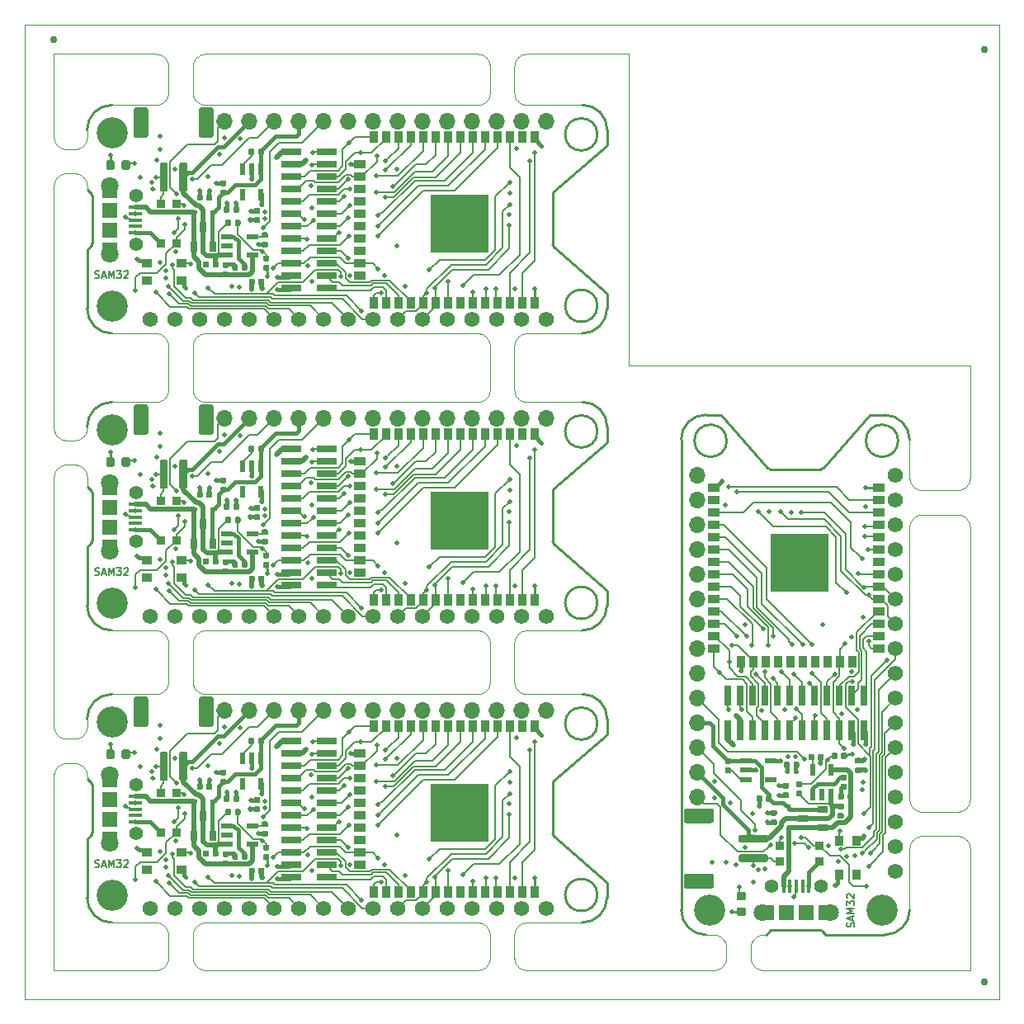
<source format=gbr>
%TF.GenerationSoftware,KiCad,Pcbnew,(5.1.4)-1*%
%TF.CreationDate,2019-10-11T08:55:03-07:00*%
%TF.ProjectId,output.v25Panel,6f757470-7574-42e7-9632-3550616e656c,rev?*%
%TF.SameCoordinates,Original*%
%TF.FileFunction,Copper,L1,Top*%
%TF.FilePolarity,Positive*%
%FSLAX46Y46*%
G04 Gerber Fmt 4.6, Leading zero omitted, Abs format (unit mm)*
G04 Created by KiCad (PCBNEW (5.1.4)-1) date 2019-10-11 08:55:03*
%MOMM*%
%LPD*%
G04 APERTURE LIST*
%ADD10C,0.050000*%
%ADD11C,0.250000*%
%ADD12C,0.190500*%
%ADD13C,0.100000*%
%ADD14C,0.750000*%
%ADD15R,0.700000X0.450000*%
%ADD16R,2.100000X0.750000*%
%ADD17R,0.550000X1.200000*%
%ADD18R,1.550000X1.500000*%
%ADD19C,1.800000*%
%ADD20C,1.408000*%
%ADD21R,1.350000X0.450000*%
%ADD22C,0.150000*%
%ADD23C,0.875000*%
%ADD24O,1.700000X1.700000*%
%ADD25C,0.590000*%
%ADD26R,1.000000X0.850000*%
%ADD27C,1.500000*%
%ADD28C,0.800000*%
%ADD29R,0.900000X0.900000*%
%ADD30C,1.574800*%
%ADD31R,0.635000X1.016000*%
%ADD32R,1.200000X0.550000*%
%ADD33R,6.000000X6.000000*%
%ADD34R,0.900000X1.200000*%
%ADD35R,1.200000X0.900000*%
%ADD36C,3.200000*%
%ADD37R,0.450000X0.700000*%
%ADD38R,0.750000X2.100000*%
%ADD39R,1.500000X1.550000*%
%ADD40R,0.450000X1.350000*%
%ADD41R,0.850000X1.000000*%
%ADD42R,1.016000X0.635000*%
%ADD43C,0.508000*%
%ADD44C,0.152400*%
%ADD45C,0.381000*%
%ADD46C,0.228600*%
%ADD47C,0.203200*%
%ADD48C,0.254000*%
%ADD49C,0.508000*%
G04 APERTURE END LIST*
D10*
X182000000Y-75000000D02*
X147000000Y-75000000D01*
X147000000Y-75000000D02*
X147000000Y-43000000D01*
X85000000Y-140000000D02*
X85000000Y-40000000D01*
X185000000Y-140000000D02*
X85000000Y-140000000D01*
X185000000Y-40000000D02*
X185000000Y-140000000D01*
X85000000Y-40000000D02*
X185000000Y-40000000D01*
D11*
X144752060Y-67575080D02*
X144752060Y-69128640D01*
X142212060Y-71668640D02*
G75*
G03X144752060Y-69128640I0J2540000D01*
G01*
X139315076Y-62811768D02*
X144752060Y-67575080D01*
X91412060Y-56926067D02*
X91860000Y-57370000D01*
X139318052Y-57099398D02*
X144780013Y-52320000D01*
X139318039Y-57099407D02*
G75*
G03X139188512Y-57351166I160472J-241760D01*
G01*
X139315063Y-62811759D02*
G75*
G02X139185536Y-62560000I160472J241760D01*
G01*
X139185536Y-62560000D02*
X139188512Y-57351166D01*
X91412060Y-63068136D02*
X91860000Y-62624203D01*
X91860000Y-62624203D02*
G75*
G03X91921488Y-62435369I-228511J178835D01*
G01*
X91860000Y-57370000D02*
G75*
G02X91921488Y-57558834I-228511J-178835D01*
G01*
X143765221Y-51245720D02*
G75*
G03X143765221Y-51245720I-1652221J0D01*
G01*
X143765221Y-68835220D02*
G75*
G03X143765221Y-68835220I-1652221J0D01*
G01*
D12*
X92216967Y-65967428D02*
X92325825Y-66003714D01*
X92507253Y-66003714D01*
X92579825Y-65967428D01*
X92616110Y-65931142D01*
X92652396Y-65858571D01*
X92652396Y-65786000D01*
X92616110Y-65713428D01*
X92579825Y-65677142D01*
X92507253Y-65640857D01*
X92362110Y-65604571D01*
X92289539Y-65568285D01*
X92253253Y-65532000D01*
X92216967Y-65459428D01*
X92216967Y-65386857D01*
X92253253Y-65314285D01*
X92289539Y-65278000D01*
X92362110Y-65241714D01*
X92543539Y-65241714D01*
X92652396Y-65278000D01*
X92942682Y-65786000D02*
X93305539Y-65786000D01*
X92870110Y-66003714D02*
X93124110Y-65241714D01*
X93378110Y-66003714D01*
X93632110Y-66003714D02*
X93632110Y-65241714D01*
X93886110Y-65786000D01*
X94140110Y-65241714D01*
X94140110Y-66003714D01*
X94430396Y-65241714D02*
X94902110Y-65241714D01*
X94648110Y-65532000D01*
X94756967Y-65532000D01*
X94829539Y-65568285D01*
X94865825Y-65604571D01*
X94902110Y-65677142D01*
X94902110Y-65858571D01*
X94865825Y-65931142D01*
X94829539Y-65967428D01*
X94756967Y-66003714D01*
X94539253Y-66003714D01*
X94466682Y-65967428D01*
X94430396Y-65931142D01*
X95192396Y-65314285D02*
X95228682Y-65278000D01*
X95301253Y-65241714D01*
X95482682Y-65241714D01*
X95555253Y-65278000D01*
X95591539Y-65314285D01*
X95627825Y-65386857D01*
X95627825Y-65459428D01*
X95591539Y-65568285D01*
X95156110Y-66003714D01*
X95627825Y-66003714D01*
D11*
X144780013Y-50766440D02*
X144780013Y-52320000D01*
X142240013Y-48226440D02*
G75*
G02X144780013Y-50766440I0J-2540000D01*
G01*
X91412060Y-63068136D02*
X91412060Y-69128640D01*
X91412060Y-50766440D02*
G75*
G02X93952060Y-48226440I2540000J0D01*
G01*
X91921488Y-57558834D02*
X91921488Y-62435369D01*
X93952060Y-71668640D02*
G75*
G02X91412060Y-69128640I0J2540000D01*
G01*
X144752060Y-98055080D02*
X144752060Y-99608640D01*
X142212060Y-102148640D02*
G75*
G03X144752060Y-99608640I0J2540000D01*
G01*
X139315076Y-93291768D02*
X144752060Y-98055080D01*
X91412060Y-87406067D02*
X91860000Y-87850000D01*
X139318052Y-87579398D02*
X144780013Y-82800000D01*
X139318039Y-87579407D02*
G75*
G03X139188512Y-87831166I160472J-241760D01*
G01*
X139315063Y-93291759D02*
G75*
G02X139185536Y-93040000I160472J241760D01*
G01*
X139185536Y-93040000D02*
X139188512Y-87831166D01*
X91412060Y-93548136D02*
X91860000Y-93104203D01*
X91860000Y-93104203D02*
G75*
G03X91921488Y-92915369I-228511J178835D01*
G01*
X91860000Y-87850000D02*
G75*
G02X91921488Y-88038834I-228511J-178835D01*
G01*
X143765221Y-81725720D02*
G75*
G03X143765221Y-81725720I-1652221J0D01*
G01*
X143765221Y-99315220D02*
G75*
G03X143765221Y-99315220I-1652221J0D01*
G01*
D12*
X92216967Y-96447428D02*
X92325825Y-96483714D01*
X92507253Y-96483714D01*
X92579825Y-96447428D01*
X92616110Y-96411142D01*
X92652396Y-96338571D01*
X92652396Y-96266000D01*
X92616110Y-96193428D01*
X92579825Y-96157142D01*
X92507253Y-96120857D01*
X92362110Y-96084571D01*
X92289539Y-96048285D01*
X92253253Y-96012000D01*
X92216967Y-95939428D01*
X92216967Y-95866857D01*
X92253253Y-95794285D01*
X92289539Y-95758000D01*
X92362110Y-95721714D01*
X92543539Y-95721714D01*
X92652396Y-95758000D01*
X92942682Y-96266000D02*
X93305539Y-96266000D01*
X92870110Y-96483714D02*
X93124110Y-95721714D01*
X93378110Y-96483714D01*
X93632110Y-96483714D02*
X93632110Y-95721714D01*
X93886110Y-96266000D01*
X94140110Y-95721714D01*
X94140110Y-96483714D01*
X94430396Y-95721714D02*
X94902110Y-95721714D01*
X94648110Y-96012000D01*
X94756967Y-96012000D01*
X94829539Y-96048285D01*
X94865825Y-96084571D01*
X94902110Y-96157142D01*
X94902110Y-96338571D01*
X94865825Y-96411142D01*
X94829539Y-96447428D01*
X94756967Y-96483714D01*
X94539253Y-96483714D01*
X94466682Y-96447428D01*
X94430396Y-96411142D01*
X95192396Y-95794285D02*
X95228682Y-95758000D01*
X95301253Y-95721714D01*
X95482682Y-95721714D01*
X95555253Y-95758000D01*
X95591539Y-95794285D01*
X95627825Y-95866857D01*
X95627825Y-95939428D01*
X95591539Y-96048285D01*
X95156110Y-96483714D01*
X95627825Y-96483714D01*
D11*
X144780013Y-81246440D02*
X144780013Y-82800000D01*
X142240013Y-78706440D02*
G75*
G02X144780013Y-81246440I0J-2540000D01*
G01*
X91412060Y-93548136D02*
X91412060Y-99608640D01*
X91412060Y-81246440D02*
G75*
G02X93952060Y-78706440I2540000J0D01*
G01*
X91921488Y-88038834D02*
X91921488Y-92915369D01*
X93952060Y-102148640D02*
G75*
G02X91412060Y-99608640I0J2540000D01*
G01*
X144752060Y-128027080D02*
X144752060Y-129580640D01*
X142212060Y-132120640D02*
G75*
G03X144752060Y-129580640I0J2540000D01*
G01*
X139315076Y-123263768D02*
X144752060Y-128027080D01*
X91412060Y-117378067D02*
X91860000Y-117822000D01*
X139318052Y-117551398D02*
X144780013Y-112772000D01*
X139318039Y-117551407D02*
G75*
G03X139188512Y-117803166I160472J-241760D01*
G01*
X139315063Y-123263759D02*
G75*
G02X139185536Y-123012000I160472J241760D01*
G01*
X139185536Y-123012000D02*
X139188512Y-117803166D01*
X91412060Y-123520136D02*
X91860000Y-123076203D01*
X91860000Y-123076203D02*
G75*
G03X91921488Y-122887369I-228511J178835D01*
G01*
X91860000Y-117822000D02*
G75*
G02X91921488Y-118010834I-228511J-178835D01*
G01*
X143765221Y-111697720D02*
G75*
G03X143765221Y-111697720I-1652221J0D01*
G01*
X143765221Y-129287220D02*
G75*
G03X143765221Y-129287220I-1652221J0D01*
G01*
D12*
X92216967Y-126419428D02*
X92325825Y-126455714D01*
X92507253Y-126455714D01*
X92579825Y-126419428D01*
X92616110Y-126383142D01*
X92652396Y-126310571D01*
X92652396Y-126238000D01*
X92616110Y-126165428D01*
X92579825Y-126129142D01*
X92507253Y-126092857D01*
X92362110Y-126056571D01*
X92289539Y-126020285D01*
X92253253Y-125984000D01*
X92216967Y-125911428D01*
X92216967Y-125838857D01*
X92253253Y-125766285D01*
X92289539Y-125730000D01*
X92362110Y-125693714D01*
X92543539Y-125693714D01*
X92652396Y-125730000D01*
X92942682Y-126238000D02*
X93305539Y-126238000D01*
X92870110Y-126455714D02*
X93124110Y-125693714D01*
X93378110Y-126455714D01*
X93632110Y-126455714D02*
X93632110Y-125693714D01*
X93886110Y-126238000D01*
X94140110Y-125693714D01*
X94140110Y-126455714D01*
X94430396Y-125693714D02*
X94902110Y-125693714D01*
X94648110Y-125984000D01*
X94756967Y-125984000D01*
X94829539Y-126020285D01*
X94865825Y-126056571D01*
X94902110Y-126129142D01*
X94902110Y-126310571D01*
X94865825Y-126383142D01*
X94829539Y-126419428D01*
X94756967Y-126455714D01*
X94539253Y-126455714D01*
X94466682Y-126419428D01*
X94430396Y-126383142D01*
X95192396Y-125766285D02*
X95228682Y-125730000D01*
X95301253Y-125693714D01*
X95482682Y-125693714D01*
X95555253Y-125730000D01*
X95591539Y-125766285D01*
X95627825Y-125838857D01*
X95627825Y-125911428D01*
X95591539Y-126020285D01*
X95156110Y-126455714D01*
X95627825Y-126455714D01*
D11*
X144780013Y-111218440D02*
X144780013Y-112772000D01*
X142240013Y-108678440D02*
G75*
G02X144780013Y-111218440I0J-2540000D01*
G01*
X91412060Y-123520136D02*
X91412060Y-129580640D01*
X91412060Y-111218440D02*
G75*
G02X93952060Y-108678440I2540000J0D01*
G01*
X91921488Y-118010834D02*
X91921488Y-122887369D01*
X93952060Y-132120640D02*
G75*
G02X91412060Y-129580640I0J2540000D01*
G01*
X171715080Y-80037940D02*
X173268640Y-80037940D01*
X175808640Y-82577940D02*
G75*
G03X173268640Y-80037940I-2540000J0D01*
G01*
X166951768Y-85474924D02*
X171715080Y-80037940D01*
X161066067Y-133377940D02*
X161510000Y-132930000D01*
X161239398Y-85471948D02*
X156460000Y-80009987D01*
X161239407Y-85471961D02*
G75*
G03X161491166Y-85601488I241760J160472D01*
G01*
X166951759Y-85474937D02*
G75*
G02X166700000Y-85604464I-241760J160472D01*
G01*
X166700000Y-85604464D02*
X161491166Y-85601488D01*
X167208136Y-133377940D02*
X166764203Y-132930000D01*
X166764203Y-132930000D02*
G75*
G03X166575369Y-132868512I-178835J-228511D01*
G01*
X161510000Y-132930000D02*
G75*
G02X161698834Y-132868512I178835J-228511D01*
G01*
X157037941Y-82677000D02*
G75*
G03X157037941Y-82677000I-1652221J0D01*
G01*
X174627441Y-82677000D02*
G75*
G03X174627441Y-82677000I-1652221J0D01*
G01*
D12*
X170107428Y-132573032D02*
X170143714Y-132464175D01*
X170143714Y-132282746D01*
X170107428Y-132210175D01*
X170071142Y-132173889D01*
X169998571Y-132137603D01*
X169926000Y-132137603D01*
X169853428Y-132173889D01*
X169817142Y-132210175D01*
X169780857Y-132282746D01*
X169744571Y-132427889D01*
X169708285Y-132500460D01*
X169672000Y-132536746D01*
X169599428Y-132573032D01*
X169526857Y-132573032D01*
X169454285Y-132536746D01*
X169418000Y-132500460D01*
X169381714Y-132427889D01*
X169381714Y-132246460D01*
X169418000Y-132137603D01*
X169926000Y-131847317D02*
X169926000Y-131484460D01*
X170143714Y-131919889D02*
X169381714Y-131665889D01*
X170143714Y-131411889D01*
X170143714Y-131157889D02*
X169381714Y-131157889D01*
X169926000Y-130903889D01*
X169381714Y-130649889D01*
X170143714Y-130649889D01*
X169381714Y-130359603D02*
X169381714Y-129887889D01*
X169672000Y-130141889D01*
X169672000Y-130033032D01*
X169708285Y-129960460D01*
X169744571Y-129924175D01*
X169817142Y-129887889D01*
X169998571Y-129887889D01*
X170071142Y-129924175D01*
X170107428Y-129960460D01*
X170143714Y-130033032D01*
X170143714Y-130250746D01*
X170107428Y-130323317D01*
X170071142Y-130359603D01*
X169454285Y-129597603D02*
X169418000Y-129561317D01*
X169381714Y-129488746D01*
X169381714Y-129307317D01*
X169418000Y-129234746D01*
X169454285Y-129198460D01*
X169526857Y-129162175D01*
X169599428Y-129162175D01*
X169708285Y-129198460D01*
X170143714Y-129633889D01*
X170143714Y-129162175D01*
D11*
X154906440Y-80009987D02*
X156460000Y-80009987D01*
X152366440Y-82549987D02*
G75*
G02X154906440Y-80009987I2540000J0D01*
G01*
X167208136Y-133377940D02*
X173268640Y-133377940D01*
X152366440Y-82549987D02*
X152366440Y-130837940D01*
X154906440Y-133377940D02*
G75*
G02X152366440Y-130837940I0J2540000D01*
G01*
X161698834Y-132868512D02*
X166575369Y-132868512D01*
X175808640Y-130837940D02*
G75*
G02X173268640Y-133377940I-2540000J0D01*
G01*
D13*
X175808640Y-86500005D02*
X175808640Y-82577940D01*
X182000000Y-86499985D02*
X182000000Y-75000000D01*
X182000000Y-91499960D02*
X181992313Y-91400256D01*
X175808640Y-91500025D02*
X175816327Y-91400321D01*
X181992313Y-91400256D02*
X181976985Y-91301438D01*
X175816327Y-91400321D02*
X175831655Y-91301503D01*
X181976985Y-91301438D02*
X181954107Y-91204091D01*
X175831655Y-91301503D02*
X175854533Y-91204156D01*
X181954107Y-91204091D02*
X181923814Y-91108791D01*
X175854533Y-91204156D02*
X175884826Y-91108856D01*
X181923814Y-91108791D02*
X181886285Y-91016101D01*
X175884826Y-91108856D02*
X175922355Y-91016166D01*
X181886285Y-91016101D02*
X181841742Y-90926570D01*
X175922355Y-91016166D02*
X175966898Y-90926635D01*
X181841742Y-90926570D02*
X181790449Y-90840728D01*
X175966898Y-90926635D02*
X176018191Y-90840793D01*
X181790449Y-90840728D02*
X181732709Y-90759083D01*
X176018191Y-90840793D02*
X176075931Y-90759148D01*
X181732709Y-90759083D02*
X181668864Y-90682118D01*
X176075931Y-90759148D02*
X176139776Y-90682183D01*
X181668864Y-90682118D02*
X181599292Y-90610288D01*
X176139776Y-90682183D02*
X176209348Y-90610353D01*
X181599292Y-90610288D02*
X181524405Y-90544018D01*
X176209348Y-90610353D02*
X176284235Y-90544083D01*
X181524405Y-90544018D02*
X181444646Y-90483700D01*
X176284235Y-90544083D02*
X176363994Y-90483765D01*
X181444646Y-90483700D02*
X181360487Y-90429691D01*
X176363994Y-90483765D02*
X176448153Y-90429756D01*
X181360487Y-90429691D02*
X181272426Y-90382311D01*
X176448153Y-90429756D02*
X176536214Y-90382376D01*
X181272426Y-90382311D02*
X181180984Y-90341840D01*
X176536214Y-90382376D02*
X176627656Y-90341905D01*
X181180984Y-90341840D02*
X181086702Y-90308518D01*
X176627656Y-90341905D02*
X176721938Y-90308583D01*
X181086702Y-90308518D02*
X180990138Y-90282542D01*
X176721938Y-90308583D02*
X176818502Y-90282607D01*
X180990138Y-90282542D02*
X180891863Y-90264065D01*
X176818502Y-90282607D02*
X176916777Y-90264130D01*
X180891863Y-90264065D02*
X180792458Y-90253197D01*
X176916777Y-90264130D02*
X177016182Y-90253262D01*
X180792458Y-90253197D02*
X180692512Y-90250002D01*
X177016182Y-90253262D02*
X177116128Y-90250067D01*
X177116128Y-90250067D02*
X180692512Y-90250002D01*
X175808640Y-86500005D02*
X175816327Y-86599709D01*
X182000000Y-86499985D02*
X181992313Y-86599689D01*
X175816327Y-86599709D02*
X175831655Y-86698527D01*
X181992313Y-86599689D02*
X181976985Y-86698507D01*
X175831655Y-86698527D02*
X175854533Y-86795874D01*
X181976985Y-86698507D02*
X181954107Y-86795854D01*
X175854533Y-86795874D02*
X175884826Y-86891174D01*
X181954107Y-86795854D02*
X181923814Y-86891154D01*
X175884826Y-86891174D02*
X175922355Y-86983864D01*
X181923814Y-86891154D02*
X181886285Y-86983844D01*
X175922355Y-86983864D02*
X175966898Y-87073395D01*
X181886285Y-86983844D02*
X181841742Y-87073375D01*
X175966898Y-87073395D02*
X176018191Y-87159237D01*
X181841742Y-87073375D02*
X181790449Y-87159217D01*
X176018191Y-87159237D02*
X176075931Y-87240882D01*
X181790449Y-87159217D02*
X181732709Y-87240862D01*
X176075931Y-87240882D02*
X176139776Y-87317847D01*
X181732709Y-87240862D02*
X181668864Y-87317827D01*
X176139776Y-87317847D02*
X176209348Y-87389677D01*
X181668864Y-87317827D02*
X181599292Y-87389657D01*
X176209348Y-87389677D02*
X176284235Y-87455947D01*
X181599292Y-87389657D02*
X181524405Y-87455927D01*
X176284235Y-87455947D02*
X176363994Y-87516265D01*
X181524405Y-87455927D02*
X181444646Y-87516245D01*
X176363994Y-87516265D02*
X176448153Y-87570274D01*
X181444646Y-87516245D02*
X181360487Y-87570254D01*
X176448153Y-87570274D02*
X176536214Y-87617654D01*
X181360487Y-87570254D02*
X181272426Y-87617634D01*
X176536214Y-87617654D02*
X176627656Y-87658125D01*
X181272426Y-87617634D02*
X181180984Y-87658105D01*
X176627656Y-87658125D02*
X176721938Y-87691447D01*
X181180984Y-87658105D02*
X181086702Y-87691427D01*
X176721938Y-87691447D02*
X176818502Y-87717423D01*
X181086702Y-87691427D02*
X180990138Y-87717403D01*
X176818502Y-87717423D02*
X176916777Y-87735900D01*
X180990138Y-87717403D02*
X180891863Y-87735880D01*
X176916777Y-87735900D02*
X177016182Y-87746768D01*
X180891863Y-87735880D02*
X180792458Y-87746748D01*
X177016182Y-87746768D02*
X177116128Y-87749963D01*
X180792458Y-87746748D02*
X180692512Y-87749943D01*
X177116128Y-87749963D02*
X180692512Y-87749943D01*
X175808640Y-119499992D02*
X175808640Y-91500025D01*
X175808640Y-124500010D02*
X175808640Y-130837940D01*
X182000000Y-119499987D02*
X182000000Y-91499960D01*
X182000000Y-124500013D02*
X182000000Y-137000000D01*
X182000000Y-124500013D02*
X181992313Y-124400309D01*
X175808640Y-124500010D02*
X175816327Y-124400306D01*
X181992313Y-124400309D02*
X181976985Y-124301491D01*
X175816327Y-124400306D02*
X175831655Y-124301488D01*
X181976985Y-124301491D02*
X181954107Y-124204144D01*
X175831655Y-124301488D02*
X175854533Y-124204141D01*
X181954107Y-124204144D02*
X181923814Y-124108844D01*
X175854533Y-124204141D02*
X175884826Y-124108841D01*
X181923814Y-124108844D02*
X181886285Y-124016154D01*
X175884826Y-124108841D02*
X175922355Y-124016151D01*
X175922355Y-124016151D02*
X175966898Y-123926620D01*
X181886285Y-124016154D02*
X181841742Y-123926623D01*
X175966898Y-123926620D02*
X176018191Y-123840778D01*
X181841742Y-123926623D02*
X181790449Y-123840781D01*
X176018191Y-123840778D02*
X176075931Y-123759133D01*
X181790449Y-123840781D02*
X181732709Y-123759136D01*
X176075931Y-123759133D02*
X176139776Y-123682168D01*
X181732709Y-123759136D02*
X181668864Y-123682171D01*
X176139776Y-123682168D02*
X176209348Y-123610338D01*
X181668864Y-123682171D02*
X181599292Y-123610341D01*
X176209348Y-123610338D02*
X176284235Y-123544068D01*
X181599292Y-123610341D02*
X181524405Y-123544071D01*
X176284235Y-123544068D02*
X176363994Y-123483750D01*
X181524405Y-123544071D02*
X181444646Y-123483753D01*
X176363994Y-123483750D02*
X176448153Y-123429741D01*
X181444646Y-123483753D02*
X181360487Y-123429744D01*
X176448153Y-123429741D02*
X176536214Y-123382361D01*
X181360487Y-123429744D02*
X181272426Y-123382364D01*
X176536214Y-123382361D02*
X176627656Y-123341890D01*
X181272426Y-123382364D02*
X181180984Y-123341893D01*
X176627656Y-123341890D02*
X176721938Y-123308568D01*
X181180984Y-123341893D02*
X181086702Y-123308571D01*
X176721938Y-123308568D02*
X176818502Y-123282592D01*
X181086702Y-123308571D02*
X180990138Y-123282595D01*
X176818502Y-123282592D02*
X176916777Y-123264115D01*
X180990138Y-123282595D02*
X180891863Y-123264118D01*
X176916777Y-123264115D02*
X177016182Y-123253247D01*
X180891863Y-123264118D02*
X180792458Y-123253250D01*
X177016182Y-123253247D02*
X177116128Y-123250052D01*
X180792458Y-123253250D02*
X180692512Y-123250055D01*
X177116128Y-123250052D02*
X180692512Y-123250055D01*
X175808640Y-119499992D02*
X175816327Y-119599696D01*
X182000000Y-119499987D02*
X181992313Y-119599691D01*
X175816327Y-119599696D02*
X175831655Y-119698514D01*
X181992313Y-119599691D02*
X181976985Y-119698509D01*
X175831655Y-119698514D02*
X175854533Y-119795861D01*
X181976985Y-119698509D02*
X181954107Y-119795856D01*
X175854533Y-119795861D02*
X175884826Y-119891161D01*
X181954107Y-119795856D02*
X181923814Y-119891156D01*
X175884826Y-119891161D02*
X175922355Y-119983851D01*
X181923814Y-119891156D02*
X181886285Y-119983846D01*
X175922355Y-119983851D02*
X175966898Y-120073382D01*
X181886285Y-119983846D02*
X181841742Y-120073377D01*
X175966898Y-120073382D02*
X176018191Y-120159224D01*
X181841742Y-120073377D02*
X181790449Y-120159219D01*
X176018191Y-120159224D02*
X176075931Y-120240869D01*
X181790449Y-120159219D02*
X181732709Y-120240864D01*
X176075931Y-120240869D02*
X176139776Y-120317834D01*
X181732709Y-120240864D02*
X181668864Y-120317829D01*
X176139776Y-120317834D02*
X176209348Y-120389664D01*
X181668864Y-120317829D02*
X181599292Y-120389659D01*
X176209348Y-120389664D02*
X176284235Y-120455934D01*
X181599292Y-120389659D02*
X181524405Y-120455929D01*
X176284235Y-120455934D02*
X176363994Y-120516252D01*
X181524405Y-120455929D02*
X181444646Y-120516247D01*
X176363994Y-120516252D02*
X176448153Y-120570261D01*
X181444646Y-120516247D02*
X181360487Y-120570256D01*
X176448153Y-120570261D02*
X176536214Y-120617641D01*
X181360487Y-120570256D02*
X181272426Y-120617636D01*
X176536214Y-120617641D02*
X176627656Y-120658112D01*
X181272426Y-120617636D02*
X181180984Y-120658107D01*
X176627656Y-120658112D02*
X176721938Y-120691434D01*
X181180984Y-120658107D02*
X181086702Y-120691429D01*
X176721938Y-120691434D02*
X176818502Y-120717410D01*
X181086702Y-120691429D02*
X180990138Y-120717405D01*
X176818502Y-120717410D02*
X176916777Y-120735887D01*
X180990138Y-120717405D02*
X180891863Y-120735882D01*
X176916777Y-120735887D02*
X177016182Y-120746755D01*
X180891863Y-120735882D02*
X180792458Y-120746750D01*
X177016182Y-120746755D02*
X177116128Y-120749950D01*
X180792458Y-120746750D02*
X180692512Y-120749945D01*
X177116128Y-120749950D02*
X180692512Y-120749945D01*
X155750002Y-133377940D02*
X154906440Y-133377940D01*
X160749998Y-133377940D02*
X161066067Y-133377940D01*
X160749985Y-137000000D02*
X182000000Y-137000000D01*
X155750002Y-133377940D02*
X155849706Y-133385627D01*
X155749977Y-137000000D02*
X155849681Y-136992313D01*
X155849706Y-133385627D02*
X155948524Y-133400955D01*
X155849681Y-136992313D02*
X155948499Y-136976985D01*
X155948524Y-133400955D02*
X156045871Y-133423833D01*
X155948499Y-136976985D02*
X156045846Y-136954107D01*
X156045871Y-133423833D02*
X156141171Y-133454126D01*
X156045846Y-136954107D02*
X156141146Y-136923814D01*
X156141171Y-133454126D02*
X156233861Y-133491655D01*
X156141146Y-136923814D02*
X156233836Y-136886285D01*
X156233861Y-133491655D02*
X156323392Y-133536198D01*
X156233836Y-136886285D02*
X156323367Y-136841742D01*
X156323392Y-133536198D02*
X156409234Y-133587491D01*
X156323367Y-136841742D02*
X156409209Y-136790449D01*
X156409234Y-133587491D02*
X156490879Y-133645231D01*
X156409209Y-136790449D02*
X156490854Y-136732709D01*
X156490879Y-133645231D02*
X156567844Y-133709076D01*
X156490854Y-136732709D02*
X156567819Y-136668864D01*
X156567844Y-133709076D02*
X156639674Y-133778648D01*
X156567819Y-136668864D02*
X156639649Y-136599292D01*
X156639674Y-133778648D02*
X156705944Y-133853535D01*
X156639649Y-136599292D02*
X156705919Y-136524405D01*
X156705944Y-133853535D02*
X156766262Y-133933294D01*
X156705919Y-136524405D02*
X156766237Y-136444646D01*
X156766262Y-133933294D02*
X156820271Y-134017453D01*
X156766237Y-136444646D02*
X156820246Y-136360487D01*
X156820271Y-134017453D02*
X156867651Y-134105514D01*
X156820246Y-136360487D02*
X156867626Y-136272426D01*
X156867651Y-134105514D02*
X156908122Y-134196956D01*
X156867626Y-136272426D02*
X156908097Y-136180984D01*
X156908122Y-134196956D02*
X156941444Y-134291238D01*
X156908097Y-136180984D02*
X156941419Y-136086702D01*
X156941444Y-134291238D02*
X156967420Y-134387802D01*
X156941419Y-136086702D02*
X156967395Y-135990138D01*
X156967420Y-134387802D02*
X156985897Y-134486077D01*
X156967395Y-135990138D02*
X156985872Y-135891863D01*
X156985897Y-134486077D02*
X156996765Y-134585482D01*
X156985872Y-135891863D02*
X156996740Y-135792458D01*
X156996765Y-134585482D02*
X156999960Y-134685428D01*
X156996740Y-135792458D02*
X156999935Y-135692512D01*
X156999960Y-134685428D02*
X156999935Y-135692512D01*
X160749985Y-137000000D02*
X160650281Y-136992313D01*
X160749998Y-133377940D02*
X160650294Y-133385627D01*
X160650281Y-136992313D02*
X160551463Y-136976985D01*
X160650294Y-133385627D02*
X160551476Y-133400955D01*
X160551463Y-136976985D02*
X160454116Y-136954107D01*
X160551476Y-133400955D02*
X160454129Y-133423833D01*
X160454116Y-136954107D02*
X160358816Y-136923814D01*
X160454129Y-133423833D02*
X160358829Y-133454126D01*
X160358816Y-136923814D02*
X160266126Y-136886285D01*
X160358829Y-133454126D02*
X160266139Y-133491655D01*
X160266126Y-136886285D02*
X160176595Y-136841742D01*
X160266139Y-133491655D02*
X160176608Y-133536198D01*
X160176595Y-136841742D02*
X160090753Y-136790449D01*
X160176608Y-133536198D02*
X160090766Y-133587491D01*
X160090753Y-136790449D02*
X160009108Y-136732709D01*
X160090766Y-133587491D02*
X160009121Y-133645231D01*
X160009108Y-136732709D02*
X159932143Y-136668864D01*
X160009121Y-133645231D02*
X159932156Y-133709076D01*
X159932143Y-136668864D02*
X159860313Y-136599292D01*
X159932156Y-133709076D02*
X159860326Y-133778648D01*
X159860313Y-136599292D02*
X159794043Y-136524405D01*
X159860326Y-133778648D02*
X159794056Y-133853535D01*
X159794043Y-136524405D02*
X159733725Y-136444646D01*
X159794056Y-133853535D02*
X159733738Y-133933294D01*
X159733725Y-136444646D02*
X159679716Y-136360487D01*
X159733738Y-133933294D02*
X159679729Y-134017453D01*
X159679716Y-136360487D02*
X159632336Y-136272426D01*
X159679729Y-134017453D02*
X159632349Y-134105514D01*
X159632336Y-136272426D02*
X159591865Y-136180984D01*
X159632349Y-134105514D02*
X159591878Y-134196956D01*
X159591865Y-136180984D02*
X159558543Y-136086702D01*
X159591878Y-134196956D02*
X159558556Y-134291238D01*
X159558543Y-136086702D02*
X159532567Y-135990138D01*
X159558556Y-134291238D02*
X159532580Y-134387802D01*
X159532567Y-135990138D02*
X159514090Y-135891863D01*
X159532580Y-134387802D02*
X159514103Y-134486077D01*
X159514090Y-135891863D02*
X159503222Y-135792458D01*
X159514103Y-134486077D02*
X159503235Y-134585482D01*
X159503222Y-135792458D02*
X159500027Y-135692512D01*
X159503235Y-134585482D02*
X159500040Y-134685428D01*
X159500040Y-134685428D02*
X159500027Y-135692512D01*
X136499998Y-132120640D02*
X142212060Y-132120640D01*
X136499998Y-137000000D02*
X155749977Y-137000000D01*
X131500015Y-137000000D02*
X131599719Y-136992313D01*
X131500007Y-132120640D02*
X131599711Y-132128327D01*
X131599719Y-136992313D02*
X131698537Y-136976985D01*
X131599711Y-132128327D02*
X131698529Y-132143655D01*
X131698537Y-136976985D02*
X131795884Y-136954107D01*
X131698529Y-132143655D02*
X131795876Y-132166533D01*
X131795884Y-136954107D02*
X131891184Y-136923814D01*
X131795876Y-132166533D02*
X131891176Y-132196826D01*
X131891184Y-136923814D02*
X131983874Y-136886285D01*
X131891176Y-132196826D02*
X131983866Y-132234355D01*
X131983874Y-136886285D02*
X132073405Y-136841742D01*
X131983866Y-132234355D02*
X132073397Y-132278898D01*
X132073405Y-136841742D02*
X132159247Y-136790449D01*
X132073397Y-132278898D02*
X132159239Y-132330191D01*
X132159247Y-136790449D02*
X132240892Y-136732709D01*
X132159239Y-132330191D02*
X132240884Y-132387931D01*
X132240892Y-136732709D02*
X132317857Y-136668864D01*
X132240884Y-132387931D02*
X132317849Y-132451776D01*
X132317857Y-136668864D02*
X132389687Y-136599292D01*
X132317849Y-132451776D02*
X132389679Y-132521348D01*
X132389687Y-136599292D02*
X132455957Y-136524405D01*
X132389679Y-132521348D02*
X132455949Y-132596235D01*
X132455957Y-136524405D02*
X132516275Y-136444646D01*
X132455949Y-132596235D02*
X132516267Y-132675994D01*
X132516275Y-136444646D02*
X132570284Y-136360487D01*
X132516267Y-132675994D02*
X132570276Y-132760153D01*
X132570284Y-136360487D02*
X132617664Y-136272426D01*
X132570276Y-132760153D02*
X132617656Y-132848214D01*
X132617664Y-136272426D02*
X132658135Y-136180984D01*
X132617656Y-132848214D02*
X132658127Y-132939656D01*
X132658135Y-136180984D02*
X132691457Y-136086702D01*
X132658127Y-132939656D02*
X132691449Y-133033938D01*
X132691457Y-136086702D02*
X132717433Y-135990138D01*
X132691449Y-133033938D02*
X132717425Y-133130502D01*
X132717433Y-135990138D02*
X132735910Y-135891863D01*
X132717425Y-133130502D02*
X132735902Y-133228777D01*
X132735910Y-135891863D02*
X132746778Y-135792458D01*
X132735902Y-133228777D02*
X132746770Y-133328182D01*
X132746778Y-135792458D02*
X132749973Y-135692512D01*
X132746770Y-133328182D02*
X132749965Y-133428128D01*
X132749965Y-133428128D02*
X132749973Y-135692512D01*
X136499998Y-137000000D02*
X136400294Y-136992313D01*
X136499998Y-132120640D02*
X136400294Y-132128327D01*
X136400294Y-136992313D02*
X136301476Y-136976985D01*
X136400294Y-132128327D02*
X136301476Y-132143655D01*
X136301476Y-136976985D02*
X136204129Y-136954107D01*
X136301476Y-132143655D02*
X136204129Y-132166533D01*
X136204129Y-136954107D02*
X136108829Y-136923814D01*
X136204129Y-132166533D02*
X136108829Y-132196826D01*
X136108829Y-136923814D02*
X136016139Y-136886285D01*
X136108829Y-132196826D02*
X136016139Y-132234355D01*
X136016139Y-136886285D02*
X135926608Y-136841742D01*
X136016139Y-132234355D02*
X135926608Y-132278898D01*
X135926608Y-136841742D02*
X135840766Y-136790449D01*
X135926608Y-132278898D02*
X135840766Y-132330191D01*
X135840766Y-136790449D02*
X135759121Y-136732709D01*
X135840766Y-132330191D02*
X135759121Y-132387931D01*
X135759121Y-136732709D02*
X135682156Y-136668864D01*
X135759121Y-132387931D02*
X135682156Y-132451776D01*
X135682156Y-136668864D02*
X135610326Y-136599292D01*
X135682156Y-132451776D02*
X135610326Y-132521348D01*
X135610326Y-136599292D02*
X135544056Y-136524405D01*
X135610326Y-132521348D02*
X135544056Y-132596235D01*
X135544056Y-136524405D02*
X135483738Y-136444646D01*
X135544056Y-132596235D02*
X135483738Y-132675994D01*
X135483738Y-136444646D02*
X135429729Y-136360487D01*
X135483738Y-132675994D02*
X135429729Y-132760153D01*
X135429729Y-136360487D02*
X135382349Y-136272426D01*
X135429729Y-132760153D02*
X135382349Y-132848214D01*
X135382349Y-136272426D02*
X135341878Y-136180984D01*
X135382349Y-132848214D02*
X135341878Y-132939656D01*
X135341878Y-136180984D02*
X135308556Y-136086702D01*
X135341878Y-132939656D02*
X135308556Y-133033938D01*
X135308556Y-136086702D02*
X135282580Y-135990138D01*
X135308556Y-133033938D02*
X135282580Y-133130502D01*
X135282580Y-135990138D02*
X135264103Y-135891863D01*
X135282580Y-133130502D02*
X135264103Y-133228777D01*
X135264103Y-135891863D02*
X135253235Y-135792458D01*
X135264103Y-133228777D02*
X135253235Y-133328182D01*
X135253235Y-135792458D02*
X135250040Y-135692512D01*
X135253235Y-133328182D02*
X135250040Y-133428128D01*
X135250040Y-133428128D02*
X135250040Y-135692512D01*
X103500010Y-132120640D02*
X131500007Y-132120640D01*
X98500007Y-132120640D02*
X93952060Y-132120640D01*
X103500010Y-137000000D02*
X131500015Y-137000000D01*
X98500002Y-137000000D02*
X88000000Y-137000000D01*
X98500007Y-132120640D02*
X98599711Y-132128327D01*
X98500002Y-137000000D02*
X98599706Y-136992313D01*
X98599711Y-132128327D02*
X98698529Y-132143655D01*
X98599706Y-136992313D02*
X98698524Y-136976985D01*
X98698529Y-132143655D02*
X98795876Y-132166533D01*
X98698524Y-136976985D02*
X98795871Y-136954107D01*
X98795876Y-132166533D02*
X98891176Y-132196826D01*
X98795871Y-136954107D02*
X98891171Y-136923814D01*
X98891176Y-132196826D02*
X98983866Y-132234355D01*
X98891171Y-136923814D02*
X98983861Y-136886285D01*
X98983866Y-132234355D02*
X99073397Y-132278898D01*
X98983861Y-136886285D02*
X99073392Y-136841742D01*
X99073397Y-132278898D02*
X99159239Y-132330191D01*
X99073392Y-136841742D02*
X99159234Y-136790449D01*
X99159239Y-132330191D02*
X99240884Y-132387931D01*
X99159234Y-136790449D02*
X99240879Y-136732709D01*
X99240884Y-132387931D02*
X99317849Y-132451776D01*
X99240879Y-136732709D02*
X99317844Y-136668864D01*
X99317849Y-132451776D02*
X99389679Y-132521348D01*
X99317844Y-136668864D02*
X99389674Y-136599292D01*
X99389679Y-132521348D02*
X99455949Y-132596235D01*
X99389674Y-136599292D02*
X99455944Y-136524405D01*
X99455949Y-132596235D02*
X99516267Y-132675994D01*
X99455944Y-136524405D02*
X99516262Y-136444646D01*
X99516267Y-132675994D02*
X99570276Y-132760153D01*
X99516262Y-136444646D02*
X99570271Y-136360487D01*
X99570276Y-132760153D02*
X99617656Y-132848214D01*
X99570271Y-136360487D02*
X99617651Y-136272426D01*
X99617656Y-132848214D02*
X99658127Y-132939656D01*
X99617651Y-136272426D02*
X99658122Y-136180984D01*
X99658127Y-132939656D02*
X99691449Y-133033938D01*
X99658122Y-136180984D02*
X99691444Y-136086702D01*
X99691449Y-133033938D02*
X99717425Y-133130502D01*
X99691444Y-136086702D02*
X99717420Y-135990138D01*
X99717425Y-133130502D02*
X99735902Y-133228777D01*
X99717420Y-135990138D02*
X99735897Y-135891863D01*
X99735902Y-133228777D02*
X99746770Y-133328182D01*
X99735897Y-135891863D02*
X99746765Y-135792458D01*
X99746770Y-133328182D02*
X99749965Y-133428128D01*
X99746765Y-135792458D02*
X99749960Y-135692512D01*
X99749965Y-133428128D02*
X99749960Y-135692512D01*
X103500010Y-137000000D02*
X103400306Y-136992313D01*
X103500010Y-132120640D02*
X103400306Y-132128327D01*
X103400306Y-136992313D02*
X103301488Y-136976985D01*
X103400306Y-132128327D02*
X103301488Y-132143655D01*
X103301488Y-136976985D02*
X103204141Y-136954107D01*
X103301488Y-132143655D02*
X103204141Y-132166533D01*
X103204141Y-136954107D02*
X103108841Y-136923814D01*
X103204141Y-132166533D02*
X103108841Y-132196826D01*
X103108841Y-136923814D02*
X103016151Y-136886285D01*
X103108841Y-132196826D02*
X103016151Y-132234355D01*
X103016151Y-136886285D02*
X102926620Y-136841742D01*
X103016151Y-132234355D02*
X102926620Y-132278898D01*
X102926620Y-136841742D02*
X102840778Y-136790449D01*
X102926620Y-132278898D02*
X102840778Y-132330191D01*
X102840778Y-136790449D02*
X102759133Y-136732709D01*
X102840778Y-132330191D02*
X102759133Y-132387931D01*
X102759133Y-136732709D02*
X102682168Y-136668864D01*
X102759133Y-132387931D02*
X102682168Y-132451776D01*
X102682168Y-136668864D02*
X102610338Y-136599292D01*
X102682168Y-132451776D02*
X102610338Y-132521348D01*
X102610338Y-136599292D02*
X102544068Y-136524405D01*
X102610338Y-132521348D02*
X102544068Y-132596235D01*
X102544068Y-136524405D02*
X102483750Y-136444646D01*
X102544068Y-132596235D02*
X102483750Y-132675994D01*
X102483750Y-136444646D02*
X102429741Y-136360487D01*
X102483750Y-132675994D02*
X102429741Y-132760153D01*
X102429741Y-136360487D02*
X102382361Y-136272426D01*
X102429741Y-132760153D02*
X102382361Y-132848214D01*
X102382361Y-136272426D02*
X102341890Y-136180984D01*
X102382361Y-132848214D02*
X102341890Y-132939656D01*
X102341890Y-136180984D02*
X102308568Y-136086702D01*
X102341890Y-132939656D02*
X102308568Y-133033938D01*
X102308568Y-136086702D02*
X102282592Y-135990138D01*
X102308568Y-133033938D02*
X102282592Y-133130502D01*
X102282592Y-135990138D02*
X102264115Y-135891863D01*
X102282592Y-133130502D02*
X102264115Y-133228777D01*
X102264115Y-135891863D02*
X102253247Y-135792458D01*
X102264115Y-133228777D02*
X102253247Y-133328182D01*
X102253247Y-135792458D02*
X102250052Y-135692512D01*
X102253247Y-133328182D02*
X102250052Y-133428128D01*
X102250052Y-133428128D02*
X102250052Y-135692512D01*
X88000000Y-117020000D02*
X88000000Y-137000000D01*
X91412060Y-112020000D02*
X91412060Y-111218440D01*
X91412060Y-117020000D02*
X91412060Y-117378067D01*
X91412060Y-117020000D02*
X91404373Y-116920296D01*
X88000000Y-117020000D02*
X88007687Y-116920296D01*
X91404373Y-116920296D02*
X91389045Y-116821478D01*
X88007687Y-116920296D02*
X88023015Y-116821478D01*
X91389045Y-116821478D02*
X91366167Y-116724131D01*
X88023015Y-116821478D02*
X88045893Y-116724131D01*
X91366167Y-116724131D02*
X91335874Y-116628831D01*
X88045893Y-116724131D02*
X88076186Y-116628831D01*
X91335874Y-116628831D02*
X91298345Y-116536141D01*
X88076186Y-116628831D02*
X88113715Y-116536141D01*
X91298345Y-116536141D02*
X91253802Y-116446610D01*
X88113715Y-116536141D02*
X88158258Y-116446610D01*
X91253802Y-116446610D02*
X91202509Y-116360768D01*
X88158258Y-116446610D02*
X88209551Y-116360768D01*
X91202509Y-116360768D02*
X91144769Y-116279123D01*
X88209551Y-116360768D02*
X88267291Y-116279123D01*
X91144769Y-116279123D02*
X91080924Y-116202158D01*
X88267291Y-116279123D02*
X88331136Y-116202158D01*
X91080924Y-116202158D02*
X91011352Y-116130328D01*
X88331136Y-116202158D02*
X88400708Y-116130328D01*
X91011352Y-116130328D02*
X90936465Y-116064058D01*
X88400708Y-116130328D02*
X88475595Y-116064058D01*
X90936465Y-116064058D02*
X90856706Y-116003740D01*
X88475595Y-116064058D02*
X88555354Y-116003740D01*
X90856706Y-116003740D02*
X90772547Y-115949731D01*
X88555354Y-116003740D02*
X88639513Y-115949731D01*
X90772547Y-115949731D02*
X90684486Y-115902351D01*
X88639513Y-115949731D02*
X88727574Y-115902351D01*
X90684486Y-115902351D02*
X90593044Y-115861880D01*
X88727574Y-115902351D02*
X88819016Y-115861880D01*
X90593044Y-115861880D02*
X90498762Y-115828558D01*
X88819016Y-115861880D02*
X88913298Y-115828558D01*
X90498762Y-115828558D02*
X90402198Y-115802582D01*
X88913298Y-115828558D02*
X89009862Y-115802582D01*
X90402198Y-115802582D02*
X90303923Y-115784105D01*
X89009862Y-115802582D02*
X89108137Y-115784105D01*
X90303923Y-115784105D02*
X90204518Y-115773237D01*
X89108137Y-115784105D02*
X89207542Y-115773237D01*
X90204518Y-115773237D02*
X90104572Y-115770042D01*
X89207542Y-115773237D02*
X89307488Y-115770042D01*
X89307488Y-115770042D02*
X90104572Y-115770042D01*
X88000000Y-112020017D02*
X88007687Y-112119721D01*
X91412060Y-112020000D02*
X91404373Y-112119704D01*
X88007687Y-112119721D02*
X88023015Y-112218539D01*
X91404373Y-112119704D02*
X91389045Y-112218522D01*
X88023015Y-112218539D02*
X88045893Y-112315886D01*
X91389045Y-112218522D02*
X91366167Y-112315869D01*
X88045893Y-112315886D02*
X88076186Y-112411186D01*
X91366167Y-112315869D02*
X91335874Y-112411169D01*
X88076186Y-112411186D02*
X88113715Y-112503876D01*
X91335874Y-112411169D02*
X91298345Y-112503859D01*
X88113715Y-112503876D02*
X88158258Y-112593407D01*
X91298345Y-112503859D02*
X91253802Y-112593390D01*
X88158258Y-112593407D02*
X88209551Y-112679249D01*
X91253802Y-112593390D02*
X91202509Y-112679232D01*
X88209551Y-112679249D02*
X88267291Y-112760894D01*
X91202509Y-112679232D02*
X91144769Y-112760877D01*
X88267291Y-112760894D02*
X88331136Y-112837859D01*
X91144769Y-112760877D02*
X91080924Y-112837842D01*
X88331136Y-112837859D02*
X88400708Y-112909689D01*
X91080924Y-112837842D02*
X91011352Y-112909672D01*
X88400708Y-112909689D02*
X88475595Y-112975959D01*
X91011352Y-112909672D02*
X90936465Y-112975942D01*
X88475595Y-112975959D02*
X88555354Y-113036277D01*
X90936465Y-112975942D02*
X90856706Y-113036260D01*
X88555354Y-113036277D02*
X88639513Y-113090286D01*
X90856706Y-113036260D02*
X90772547Y-113090269D01*
X88639513Y-113090286D02*
X88727574Y-113137666D01*
X90772547Y-113090269D02*
X90684486Y-113137649D01*
X88727574Y-113137666D02*
X88819016Y-113178137D01*
X90684486Y-113137649D02*
X90593044Y-113178120D01*
X88819016Y-113178137D02*
X88913298Y-113211459D01*
X90593044Y-113178120D02*
X90498762Y-113211442D01*
X88913298Y-113211459D02*
X89009862Y-113237435D01*
X90498762Y-113211442D02*
X90402198Y-113237418D01*
X89009862Y-113237435D02*
X89108137Y-113255912D01*
X90402198Y-113237418D02*
X90303923Y-113255895D01*
X89108137Y-113255912D02*
X89207542Y-113266780D01*
X90303923Y-113255895D02*
X90204518Y-113266763D01*
X89207542Y-113266780D02*
X89307488Y-113269975D01*
X90204518Y-113266763D02*
X90104572Y-113269958D01*
X89307488Y-113269975D02*
X90104572Y-113269958D01*
X88000000Y-86385008D02*
X88000000Y-112020017D01*
X91412060Y-81384997D02*
X91412060Y-81246440D01*
X91412060Y-86385003D02*
X91412060Y-87406067D01*
X91412060Y-86385003D02*
X91404373Y-86285299D01*
X88000000Y-86385008D02*
X88007687Y-86285304D01*
X91404373Y-86285299D02*
X91389045Y-86186481D01*
X88007687Y-86285304D02*
X88023015Y-86186486D01*
X91389045Y-86186481D02*
X91366167Y-86089134D01*
X88023015Y-86186486D02*
X88045893Y-86089139D01*
X91366167Y-86089134D02*
X91335874Y-85993834D01*
X88045893Y-86089139D02*
X88076186Y-85993839D01*
X91335874Y-85993834D02*
X91298345Y-85901144D01*
X88076186Y-85993839D02*
X88113715Y-85901149D01*
X91298345Y-85901144D02*
X91253802Y-85811613D01*
X88113715Y-85901149D02*
X88158258Y-85811618D01*
X91253802Y-85811613D02*
X91202509Y-85725771D01*
X88158258Y-85811618D02*
X88209551Y-85725776D01*
X91202509Y-85725771D02*
X91144769Y-85644126D01*
X88209551Y-85725776D02*
X88267291Y-85644131D01*
X91144769Y-85644126D02*
X91080924Y-85567161D01*
X88267291Y-85644131D02*
X88331136Y-85567166D01*
X91080924Y-85567161D02*
X91011352Y-85495331D01*
X88331136Y-85567166D02*
X88400708Y-85495336D01*
X91011352Y-85495331D02*
X90936465Y-85429061D01*
X88400708Y-85495336D02*
X88475595Y-85429066D01*
X90936465Y-85429061D02*
X90856706Y-85368743D01*
X88475595Y-85429066D02*
X88555354Y-85368748D01*
X90856706Y-85368743D02*
X90772547Y-85314734D01*
X88555354Y-85368748D02*
X88639513Y-85314739D01*
X90772547Y-85314734D02*
X90684486Y-85267354D01*
X88639513Y-85314739D02*
X88727574Y-85267359D01*
X90684486Y-85267354D02*
X90593044Y-85226883D01*
X88727574Y-85267359D02*
X88819016Y-85226888D01*
X90593044Y-85226883D02*
X90498762Y-85193561D01*
X88819016Y-85226888D02*
X88913298Y-85193566D01*
X90498762Y-85193561D02*
X90402198Y-85167585D01*
X88913298Y-85193566D02*
X89009862Y-85167590D01*
X90402198Y-85167585D02*
X90303923Y-85149108D01*
X89009862Y-85167590D02*
X89108137Y-85149113D01*
X90303923Y-85149108D02*
X90204518Y-85138240D01*
X89108137Y-85149113D02*
X89207542Y-85138245D01*
X90204518Y-85138240D02*
X90104572Y-85135045D01*
X89207542Y-85138245D02*
X89307488Y-85135050D01*
X89307488Y-85135050D02*
X90104572Y-85135045D01*
X91412060Y-81384997D02*
X91404373Y-81484701D01*
X88000000Y-81384985D02*
X88007687Y-81484689D01*
X91404373Y-81484701D02*
X91389045Y-81583519D01*
X88007687Y-81484689D02*
X88023015Y-81583507D01*
X91389045Y-81583519D02*
X91366167Y-81680866D01*
X88023015Y-81583507D02*
X88045893Y-81680854D01*
X91366167Y-81680866D02*
X91335874Y-81776166D01*
X88045893Y-81680854D02*
X88076186Y-81776154D01*
X91335874Y-81776166D02*
X91298345Y-81868856D01*
X88076186Y-81776154D02*
X88113715Y-81868844D01*
X91298345Y-81868856D02*
X91253802Y-81958387D01*
X88113715Y-81868844D02*
X88158258Y-81958375D01*
X91253802Y-81958387D02*
X91202509Y-82044229D01*
X88158258Y-81958375D02*
X88209551Y-82044217D01*
X91202509Y-82044229D02*
X91144769Y-82125874D01*
X88209551Y-82044217D02*
X88267291Y-82125862D01*
X91144769Y-82125874D02*
X91080924Y-82202839D01*
X88267291Y-82125862D02*
X88331136Y-82202827D01*
X91080924Y-82202839D02*
X91011352Y-82274669D01*
X88331136Y-82202827D02*
X88400708Y-82274657D01*
X91011352Y-82274669D02*
X90936465Y-82340939D01*
X88400708Y-82274657D02*
X88475595Y-82340927D01*
X90936465Y-82340939D02*
X90856706Y-82401257D01*
X88475595Y-82340927D02*
X88555354Y-82401245D01*
X90856706Y-82401257D02*
X90772547Y-82455266D01*
X88555354Y-82401245D02*
X88639513Y-82455254D01*
X90772547Y-82455266D02*
X90684486Y-82502646D01*
X88639513Y-82455254D02*
X88727574Y-82502634D01*
X90684486Y-82502646D02*
X90593044Y-82543117D01*
X88727574Y-82502634D02*
X88819016Y-82543105D01*
X90593044Y-82543117D02*
X90498762Y-82576439D01*
X88819016Y-82543105D02*
X88913298Y-82576427D01*
X90498762Y-82576439D02*
X90402198Y-82602415D01*
X88913298Y-82576427D02*
X89009862Y-82602403D01*
X90402198Y-82602415D02*
X90303923Y-82620892D01*
X89009862Y-82602403D02*
X89108137Y-82620880D01*
X90303923Y-82620892D02*
X90204518Y-82631760D01*
X89108137Y-82620880D02*
X89207542Y-82631748D01*
X90204518Y-82631760D02*
X90104572Y-82634955D01*
X89207542Y-82631748D02*
X89307488Y-82634943D01*
X89307488Y-82634943D02*
X90104572Y-82634955D01*
X88000000Y-56511975D02*
X88000000Y-81384985D01*
X88000000Y-51512000D02*
X88000000Y-43000000D01*
X91412060Y-51512002D02*
X91412060Y-50766440D01*
X91412060Y-56512000D02*
X91412060Y-56926067D01*
X88000000Y-56511975D02*
X88007687Y-56412271D01*
X91412060Y-56512000D02*
X91404373Y-56412296D01*
X88007687Y-56412271D02*
X88023015Y-56313453D01*
X91404373Y-56412296D02*
X91389045Y-56313478D01*
X88023015Y-56313453D02*
X88045893Y-56216106D01*
X91389045Y-56313478D02*
X91366167Y-56216131D01*
X88045893Y-56216106D02*
X88076186Y-56120806D01*
X91366167Y-56216131D02*
X91335874Y-56120831D01*
X88076186Y-56120806D02*
X88113715Y-56028116D01*
X91335874Y-56120831D02*
X91298345Y-56028141D01*
X88113715Y-56028116D02*
X88158258Y-55938585D01*
X91298345Y-56028141D02*
X91253802Y-55938610D01*
X88158258Y-55938585D02*
X88209551Y-55852743D01*
X91253802Y-55938610D02*
X91202509Y-55852768D01*
X88209551Y-55852743D02*
X88267291Y-55771098D01*
X91202509Y-55852768D02*
X91144769Y-55771123D01*
X88267291Y-55771098D02*
X88331136Y-55694133D01*
X91144769Y-55771123D02*
X91080924Y-55694158D01*
X88331136Y-55694133D02*
X88400708Y-55622303D01*
X91080924Y-55694158D02*
X91011352Y-55622328D01*
X88400708Y-55622303D02*
X88475595Y-55556033D01*
X91011352Y-55622328D02*
X90936465Y-55556058D01*
X88475595Y-55556033D02*
X88555354Y-55495715D01*
X90936465Y-55556058D02*
X90856706Y-55495740D01*
X88555354Y-55495715D02*
X88639513Y-55441706D01*
X90856706Y-55495740D02*
X90772547Y-55441731D01*
X88639513Y-55441706D02*
X88727574Y-55394326D01*
X90772547Y-55441731D02*
X90684486Y-55394351D01*
X88727574Y-55394326D02*
X88819016Y-55353855D01*
X90684486Y-55394351D02*
X90593044Y-55353880D01*
X88819016Y-55353855D02*
X88913298Y-55320533D01*
X90593044Y-55353880D02*
X90498762Y-55320558D01*
X88913298Y-55320533D02*
X89009862Y-55294557D01*
X90498762Y-55320558D02*
X90402198Y-55294582D01*
X89009862Y-55294557D02*
X89108137Y-55276080D01*
X90402198Y-55294582D02*
X90303923Y-55276105D01*
X89108137Y-55276080D02*
X89207542Y-55265212D01*
X90303923Y-55276105D02*
X90204518Y-55265237D01*
X89207542Y-55265212D02*
X89307488Y-55262017D01*
X90204518Y-55265237D02*
X90104572Y-55262042D01*
X89307488Y-55262017D02*
X90104572Y-55262042D01*
X91412060Y-51512002D02*
X91404373Y-51611706D01*
X88000000Y-51512000D02*
X88007687Y-51611704D01*
X91404373Y-51611706D02*
X91389045Y-51710524D01*
X88007687Y-51611704D02*
X88023015Y-51710522D01*
X91389045Y-51710524D02*
X91366167Y-51807871D01*
X88023015Y-51710522D02*
X88045893Y-51807869D01*
X91366167Y-51807871D02*
X91335874Y-51903171D01*
X88045893Y-51807869D02*
X88076186Y-51903169D01*
X91335874Y-51903171D02*
X91298345Y-51995861D01*
X88076186Y-51903169D02*
X88113715Y-51995859D01*
X91298345Y-51995861D02*
X91253802Y-52085392D01*
X88113715Y-51995859D02*
X88158258Y-52085390D01*
X91253802Y-52085392D02*
X91202509Y-52171234D01*
X88158258Y-52085390D02*
X88209551Y-52171232D01*
X91202509Y-52171234D02*
X91144769Y-52252879D01*
X88209551Y-52171232D02*
X88267291Y-52252877D01*
X91144769Y-52252879D02*
X91080924Y-52329844D01*
X88267291Y-52252877D02*
X88331136Y-52329842D01*
X91080924Y-52329844D02*
X91011352Y-52401674D01*
X88331136Y-52329842D02*
X88400708Y-52401672D01*
X91011352Y-52401674D02*
X90936465Y-52467944D01*
X88400708Y-52401672D02*
X88475595Y-52467942D01*
X90936465Y-52467944D02*
X90856706Y-52528262D01*
X88475595Y-52467942D02*
X88555354Y-52528260D01*
X90856706Y-52528262D02*
X90772547Y-52582271D01*
X88555354Y-52528260D02*
X88639513Y-52582269D01*
X90772547Y-52582271D02*
X90684486Y-52629651D01*
X88639513Y-52582269D02*
X88727574Y-52629649D01*
X90684486Y-52629651D02*
X90593044Y-52670122D01*
X88727574Y-52629649D02*
X88819016Y-52670120D01*
X90593044Y-52670122D02*
X90498762Y-52703444D01*
X88819016Y-52670120D02*
X88913298Y-52703442D01*
X90498762Y-52703444D02*
X90402198Y-52729420D01*
X88913298Y-52703442D02*
X89009862Y-52729418D01*
X90402198Y-52729420D02*
X90303923Y-52747897D01*
X89009862Y-52729418D02*
X89108137Y-52747895D01*
X90303923Y-52747897D02*
X90204518Y-52758765D01*
X89108137Y-52747895D02*
X89207542Y-52758763D01*
X90204518Y-52758765D02*
X90104572Y-52761960D01*
X89207542Y-52758763D02*
X89307488Y-52761958D01*
X89307488Y-52761958D02*
X90104572Y-52761960D01*
X136499998Y-43000000D02*
X147000000Y-43000000D01*
X136500000Y-48226440D02*
X142240013Y-48226440D01*
X131500015Y-43000000D02*
X131599719Y-43007687D01*
X131500007Y-48226440D02*
X131599711Y-48218753D01*
X131599719Y-43007687D02*
X131698537Y-43023015D01*
X131599711Y-48218753D02*
X131698529Y-48203425D01*
X131698537Y-43023015D02*
X131795884Y-43045893D01*
X131698529Y-48203425D02*
X131795876Y-48180547D01*
X131795884Y-43045893D02*
X131891184Y-43076186D01*
X131795876Y-48180547D02*
X131891176Y-48150254D01*
X131891184Y-43076186D02*
X131983874Y-43113715D01*
X131891176Y-48150254D02*
X131983866Y-48112725D01*
X131983874Y-43113715D02*
X132073405Y-43158258D01*
X131983866Y-48112725D02*
X132073397Y-48068182D01*
X132073405Y-43158258D02*
X132159247Y-43209551D01*
X132073397Y-48068182D02*
X132159239Y-48016889D01*
X132159247Y-43209551D02*
X132240892Y-43267291D01*
X132159239Y-48016889D02*
X132240884Y-47959149D01*
X132240892Y-43267291D02*
X132317857Y-43331136D01*
X132240884Y-47959149D02*
X132317849Y-47895304D01*
X132317857Y-43331136D02*
X132389687Y-43400708D01*
X132317849Y-47895304D02*
X132389679Y-47825732D01*
X132389687Y-43400708D02*
X132455957Y-43475595D01*
X132389679Y-47825732D02*
X132455949Y-47750845D01*
X132455957Y-43475595D02*
X132516275Y-43555354D01*
X132455949Y-47750845D02*
X132516267Y-47671086D01*
X132516275Y-43555354D02*
X132570284Y-43639513D01*
X132516267Y-47671086D02*
X132570276Y-47586927D01*
X132570284Y-43639513D02*
X132617664Y-43727574D01*
X132570276Y-47586927D02*
X132617656Y-47498866D01*
X132617664Y-43727574D02*
X132658135Y-43819016D01*
X132617656Y-47498866D02*
X132658127Y-47407424D01*
X132658135Y-43819016D02*
X132691457Y-43913298D01*
X132658127Y-47407424D02*
X132691449Y-47313142D01*
X132691457Y-43913298D02*
X132717433Y-44009862D01*
X132691449Y-47313142D02*
X132717425Y-47216578D01*
X132717433Y-44009862D02*
X132735910Y-44108137D01*
X132717425Y-47216578D02*
X132735902Y-47118303D01*
X132735910Y-44108137D02*
X132746778Y-44207542D01*
X132735902Y-47118303D02*
X132746770Y-47018898D01*
X132746778Y-44207542D02*
X132749973Y-44307488D01*
X132746770Y-47018898D02*
X132749965Y-46918952D01*
X132749973Y-44307488D02*
X132749965Y-46918952D01*
X136500000Y-48226440D02*
X136400296Y-48218753D01*
X136499998Y-43000000D02*
X136400294Y-43007687D01*
X136400296Y-48218753D02*
X136301478Y-48203425D01*
X136400294Y-43007687D02*
X136301476Y-43023015D01*
X136301478Y-48203425D02*
X136204131Y-48180547D01*
X136301476Y-43023015D02*
X136204129Y-43045893D01*
X136204131Y-48180547D02*
X136108831Y-48150254D01*
X136204129Y-43045893D02*
X136108829Y-43076186D01*
X136108831Y-48150254D02*
X136016141Y-48112725D01*
X136108829Y-43076186D02*
X136016139Y-43113715D01*
X136016141Y-48112725D02*
X135926610Y-48068182D01*
X136016139Y-43113715D02*
X135926608Y-43158258D01*
X135926610Y-48068182D02*
X135840768Y-48016889D01*
X135926608Y-43158258D02*
X135840766Y-43209551D01*
X135840768Y-48016889D02*
X135759123Y-47959149D01*
X135840766Y-43209551D02*
X135759121Y-43267291D01*
X135759123Y-47959149D02*
X135682158Y-47895304D01*
X135759121Y-43267291D02*
X135682156Y-43331136D01*
X135682158Y-47895304D02*
X135610328Y-47825732D01*
X135682156Y-43331136D02*
X135610326Y-43400708D01*
X135610328Y-47825732D02*
X135544058Y-47750845D01*
X135610326Y-43400708D02*
X135544056Y-43475595D01*
X135544058Y-47750845D02*
X135483740Y-47671086D01*
X135544056Y-43475595D02*
X135483738Y-43555354D01*
X135483740Y-47671086D02*
X135429731Y-47586927D01*
X135483738Y-43555354D02*
X135429729Y-43639513D01*
X135429729Y-43639513D02*
X135382349Y-43727574D01*
X135429731Y-47586927D02*
X135382351Y-47498866D01*
X135382349Y-43727574D02*
X135341878Y-43819016D01*
X135382351Y-47498866D02*
X135341880Y-47407424D01*
X135341878Y-43819016D02*
X135308556Y-43913298D01*
X135341880Y-47407424D02*
X135308558Y-47313142D01*
X135308556Y-43913298D02*
X135282580Y-44009862D01*
X135308558Y-47313142D02*
X135282582Y-47216578D01*
X135282580Y-44009862D02*
X135264103Y-44108137D01*
X135282582Y-47216578D02*
X135264105Y-47118303D01*
X135264103Y-44108137D02*
X135253235Y-44207542D01*
X135264105Y-47118303D02*
X135253237Y-47018898D01*
X135253235Y-44207542D02*
X135250040Y-44307488D01*
X135253237Y-47018898D02*
X135250042Y-46918952D01*
X135250040Y-44307488D02*
X135250042Y-46918952D01*
X103500010Y-43000000D02*
X131500015Y-43000000D01*
X98500002Y-43000000D02*
X88000000Y-43000000D01*
X103500010Y-48226440D02*
X131500007Y-48226440D01*
X98500007Y-48226440D02*
X93952060Y-48226440D01*
X98500007Y-48226440D02*
X98599711Y-48218753D01*
X98500002Y-43000000D02*
X98599706Y-43007687D01*
X98599711Y-48218753D02*
X98698529Y-48203425D01*
X98599706Y-43007687D02*
X98698524Y-43023015D01*
X98698529Y-48203425D02*
X98795876Y-48180547D01*
X98698524Y-43023015D02*
X98795871Y-43045893D01*
X98795876Y-48180547D02*
X98891176Y-48150254D01*
X98795871Y-43045893D02*
X98891171Y-43076186D01*
X98891176Y-48150254D02*
X98983866Y-48112725D01*
X98891171Y-43076186D02*
X98983861Y-43113715D01*
X98983866Y-48112725D02*
X99073397Y-48068182D01*
X98983861Y-43113715D02*
X99073392Y-43158258D01*
X99073397Y-48068182D02*
X99159239Y-48016889D01*
X99073392Y-43158258D02*
X99159234Y-43209551D01*
X99159239Y-48016889D02*
X99240884Y-47959149D01*
X99159234Y-43209551D02*
X99240879Y-43267291D01*
X99240884Y-47959149D02*
X99317849Y-47895304D01*
X99240879Y-43267291D02*
X99317844Y-43331136D01*
X99317849Y-47895304D02*
X99389679Y-47825732D01*
X99317844Y-43331136D02*
X99389674Y-43400708D01*
X99389679Y-47825732D02*
X99455949Y-47750845D01*
X99389674Y-43400708D02*
X99455944Y-43475595D01*
X99455949Y-47750845D02*
X99516267Y-47671086D01*
X99455944Y-43475595D02*
X99516262Y-43555354D01*
X99516267Y-47671086D02*
X99570276Y-47586927D01*
X99516262Y-43555354D02*
X99570271Y-43639513D01*
X99570276Y-47586927D02*
X99617656Y-47498866D01*
X99570271Y-43639513D02*
X99617651Y-43727574D01*
X99617656Y-47498866D02*
X99658127Y-47407424D01*
X99617651Y-43727574D02*
X99658122Y-43819016D01*
X99658127Y-47407424D02*
X99691449Y-47313142D01*
X99658122Y-43819016D02*
X99691444Y-43913298D01*
X99691449Y-47313142D02*
X99717425Y-47216578D01*
X99691444Y-43913298D02*
X99717420Y-44009862D01*
X99717425Y-47216578D02*
X99735902Y-47118303D01*
X99717420Y-44009862D02*
X99735897Y-44108137D01*
X99735902Y-47118303D02*
X99746770Y-47018898D01*
X99735897Y-44108137D02*
X99746765Y-44207542D01*
X99746770Y-47018898D02*
X99749965Y-46918952D01*
X99746765Y-44207542D02*
X99749960Y-44307488D01*
X99749960Y-44307488D02*
X99749965Y-46918952D01*
X103500010Y-48226440D02*
X103400306Y-48218753D01*
X103500010Y-43000000D02*
X103400306Y-43007687D01*
X103400306Y-48218753D02*
X103301488Y-48203425D01*
X103400306Y-43007687D02*
X103301488Y-43023015D01*
X103301488Y-48203425D02*
X103204141Y-48180547D01*
X103301488Y-43023015D02*
X103204141Y-43045893D01*
X103204141Y-48180547D02*
X103108841Y-48150254D01*
X103204141Y-43045893D02*
X103108841Y-43076186D01*
X103108841Y-48150254D02*
X103016151Y-48112725D01*
X103108841Y-43076186D02*
X103016151Y-43113715D01*
X103016151Y-48112725D02*
X102926620Y-48068182D01*
X103016151Y-43113715D02*
X102926620Y-43158258D01*
X102926620Y-48068182D02*
X102840778Y-48016889D01*
X102926620Y-43158258D02*
X102840778Y-43209551D01*
X102840778Y-48016889D02*
X102759133Y-47959149D01*
X102840778Y-43209551D02*
X102759133Y-43267291D01*
X102759133Y-47959149D02*
X102682168Y-47895304D01*
X102759133Y-43267291D02*
X102682168Y-43331136D01*
X102682168Y-47895304D02*
X102610338Y-47825732D01*
X102682168Y-43331136D02*
X102610338Y-43400708D01*
X102610338Y-47825732D02*
X102544068Y-47750845D01*
X102610338Y-43400708D02*
X102544068Y-43475595D01*
X102544068Y-47750845D02*
X102483750Y-47671086D01*
X102544068Y-43475595D02*
X102483750Y-43555354D01*
X102483750Y-47671086D02*
X102429741Y-47586927D01*
X102483750Y-43555354D02*
X102429741Y-43639513D01*
X102429741Y-47586927D02*
X102382361Y-47498866D01*
X102429741Y-43639513D02*
X102382361Y-43727574D01*
X102382361Y-47498866D02*
X102341890Y-47407424D01*
X102382361Y-43727574D02*
X102341890Y-43819016D01*
X102341890Y-47407424D02*
X102308568Y-47313142D01*
X102341890Y-43819016D02*
X102308568Y-43913298D01*
X102308568Y-47313142D02*
X102282592Y-47216578D01*
X102308568Y-43913298D02*
X102282592Y-44009862D01*
X102282592Y-47216578D02*
X102264115Y-47118303D01*
X102282592Y-44009862D02*
X102264115Y-44108137D01*
X102264115Y-47118303D02*
X102253247Y-47018898D01*
X102264115Y-44108137D02*
X102253247Y-44207542D01*
X102253247Y-47018898D02*
X102250052Y-46918952D01*
X102253247Y-44207542D02*
X102250052Y-44307488D01*
X102250052Y-44307488D02*
X102250052Y-46918952D01*
X136499998Y-71668640D02*
X142212060Y-71668640D01*
X136500000Y-78706440D02*
X142240013Y-78706440D01*
X131500007Y-78706440D02*
X131599711Y-78698753D01*
X131500007Y-71668640D02*
X131599711Y-71676327D01*
X131599711Y-78698753D02*
X131698529Y-78683425D01*
X131599711Y-71676327D02*
X131698529Y-71691655D01*
X131698529Y-78683425D02*
X131795876Y-78660547D01*
X131698529Y-71691655D02*
X131795876Y-71714533D01*
X131795876Y-78660547D02*
X131891176Y-78630254D01*
X131795876Y-71714533D02*
X131891176Y-71744826D01*
X131891176Y-78630254D02*
X131983866Y-78592725D01*
X131891176Y-71744826D02*
X131983866Y-71782355D01*
X131983866Y-78592725D02*
X132073397Y-78548182D01*
X131983866Y-71782355D02*
X132073397Y-71826898D01*
X132073397Y-78548182D02*
X132159239Y-78496889D01*
X132073397Y-71826898D02*
X132159239Y-71878191D01*
X132159239Y-78496889D02*
X132240884Y-78439149D01*
X132159239Y-71878191D02*
X132240884Y-71935931D01*
X132240884Y-78439149D02*
X132317849Y-78375304D01*
X132240884Y-71935931D02*
X132317849Y-71999776D01*
X132317849Y-78375304D02*
X132389679Y-78305732D01*
X132317849Y-71999776D02*
X132389679Y-72069348D01*
X132389679Y-78305732D02*
X132455949Y-78230845D01*
X132389679Y-72069348D02*
X132455949Y-72144235D01*
X132455949Y-78230845D02*
X132516267Y-78151086D01*
X132455949Y-72144235D02*
X132516267Y-72223994D01*
X132516267Y-78151086D02*
X132570276Y-78066927D01*
X132516267Y-72223994D02*
X132570276Y-72308153D01*
X132570276Y-78066927D02*
X132617656Y-77978866D01*
X132570276Y-72308153D02*
X132617656Y-72396214D01*
X132617656Y-77978866D02*
X132658127Y-77887424D01*
X132617656Y-72396214D02*
X132658127Y-72487656D01*
X132658127Y-77887424D02*
X132691449Y-77793142D01*
X132658127Y-72487656D02*
X132691449Y-72581938D01*
X132691449Y-77793142D02*
X132717425Y-77696578D01*
X132691449Y-72581938D02*
X132717425Y-72678502D01*
X132717425Y-77696578D02*
X132735902Y-77598303D01*
X132717425Y-72678502D02*
X132735902Y-72776777D01*
X132735902Y-77598303D02*
X132746770Y-77498898D01*
X132735902Y-72776777D02*
X132746770Y-72876182D01*
X132746770Y-77498898D02*
X132749965Y-77398952D01*
X132746770Y-72876182D02*
X132749965Y-72976128D01*
X132749965Y-72976128D02*
X132749965Y-77398952D01*
X136500000Y-78706440D02*
X136400296Y-78698753D01*
X136499998Y-71668640D02*
X136400294Y-71676327D01*
X136400296Y-78698753D02*
X136301478Y-78683425D01*
X136400294Y-71676327D02*
X136301476Y-71691655D01*
X136301478Y-78683425D02*
X136204131Y-78660547D01*
X136301476Y-71691655D02*
X136204129Y-71714533D01*
X136204131Y-78660547D02*
X136108831Y-78630254D01*
X136204129Y-71714533D02*
X136108829Y-71744826D01*
X136108831Y-78630254D02*
X136016141Y-78592725D01*
X136108829Y-71744826D02*
X136016139Y-71782355D01*
X136016141Y-78592725D02*
X135926610Y-78548182D01*
X136016139Y-71782355D02*
X135926608Y-71826898D01*
X135926610Y-78548182D02*
X135840768Y-78496889D01*
X135926608Y-71826898D02*
X135840766Y-71878191D01*
X135840768Y-78496889D02*
X135759123Y-78439149D01*
X135840766Y-71878191D02*
X135759121Y-71935931D01*
X135759123Y-78439149D02*
X135682158Y-78375304D01*
X135759121Y-71935931D02*
X135682156Y-71999776D01*
X135682158Y-78375304D02*
X135610328Y-78305732D01*
X135682156Y-71999776D02*
X135610326Y-72069348D01*
X135610328Y-78305732D02*
X135544058Y-78230845D01*
X135610326Y-72069348D02*
X135544056Y-72144235D01*
X135544058Y-78230845D02*
X135483740Y-78151086D01*
X135544056Y-72144235D02*
X135483738Y-72223994D01*
X135483740Y-78151086D02*
X135429731Y-78066927D01*
X135483738Y-72223994D02*
X135429729Y-72308153D01*
X135429731Y-78066927D02*
X135382351Y-77978866D01*
X135429729Y-72308153D02*
X135382349Y-72396214D01*
X135382351Y-77978866D02*
X135341880Y-77887424D01*
X135382349Y-72396214D02*
X135341878Y-72487656D01*
X135341880Y-77887424D02*
X135308558Y-77793142D01*
X135341878Y-72487656D02*
X135308556Y-72581938D01*
X135308558Y-77793142D02*
X135282582Y-77696578D01*
X135308556Y-72581938D02*
X135282580Y-72678502D01*
X135282582Y-77696578D02*
X135264105Y-77598303D01*
X135282580Y-72678502D02*
X135264103Y-72776777D01*
X135264105Y-77598303D02*
X135253237Y-77498898D01*
X135264103Y-72776777D02*
X135253235Y-72876182D01*
X135253237Y-77498898D02*
X135250042Y-77398952D01*
X135253235Y-72876182D02*
X135250040Y-72976128D01*
X135250040Y-72976128D02*
X135250042Y-77398952D01*
X103500010Y-71668640D02*
X131500007Y-71668640D01*
X98500007Y-71668640D02*
X93952060Y-71668640D01*
X103500010Y-78706440D02*
X131500007Y-78706440D01*
X98500007Y-78706440D02*
X93952060Y-78706440D01*
X98500007Y-78706440D02*
X98599711Y-78698753D01*
X98500007Y-71668640D02*
X98599711Y-71676327D01*
X98599711Y-78698753D02*
X98698529Y-78683425D01*
X98599711Y-71676327D02*
X98698529Y-71691655D01*
X98698529Y-78683425D02*
X98795876Y-78660547D01*
X98698529Y-71691655D02*
X98795876Y-71714533D01*
X98795876Y-78660547D02*
X98891176Y-78630254D01*
X98795876Y-71714533D02*
X98891176Y-71744826D01*
X98891176Y-78630254D02*
X98983866Y-78592725D01*
X98891176Y-71744826D02*
X98983866Y-71782355D01*
X98983866Y-78592725D02*
X99073397Y-78548182D01*
X98983866Y-71782355D02*
X99073397Y-71826898D01*
X99073397Y-78548182D02*
X99159239Y-78496889D01*
X99073397Y-71826898D02*
X99159239Y-71878191D01*
X99159239Y-78496889D02*
X99240884Y-78439149D01*
X99159239Y-71878191D02*
X99240884Y-71935931D01*
X99240884Y-78439149D02*
X99317849Y-78375304D01*
X99240884Y-71935931D02*
X99317849Y-71999776D01*
X99317849Y-78375304D02*
X99389679Y-78305732D01*
X99317849Y-71999776D02*
X99389679Y-72069348D01*
X99389679Y-78305732D02*
X99455949Y-78230845D01*
X99389679Y-72069348D02*
X99455949Y-72144235D01*
X99455949Y-78230845D02*
X99516267Y-78151086D01*
X99455949Y-72144235D02*
X99516267Y-72223994D01*
X99516267Y-78151086D02*
X99570276Y-78066927D01*
X99516267Y-72223994D02*
X99570276Y-72308153D01*
X99570276Y-78066927D02*
X99617656Y-77978866D01*
X99570276Y-72308153D02*
X99617656Y-72396214D01*
X99617656Y-77978866D02*
X99658127Y-77887424D01*
X99617656Y-72396214D02*
X99658127Y-72487656D01*
X99658127Y-77887424D02*
X99691449Y-77793142D01*
X99658127Y-72487656D02*
X99691449Y-72581938D01*
X99691449Y-77793142D02*
X99717425Y-77696578D01*
X99691449Y-72581938D02*
X99717425Y-72678502D01*
X99717425Y-77696578D02*
X99735902Y-77598303D01*
X99717425Y-72678502D02*
X99735902Y-72776777D01*
X99735902Y-77598303D02*
X99746770Y-77498898D01*
X99735902Y-72776777D02*
X99746770Y-72876182D01*
X99746770Y-77498898D02*
X99749965Y-77398952D01*
X99746770Y-72876182D02*
X99749965Y-72976128D01*
X99749965Y-72976128D02*
X99749965Y-77398952D01*
X103500010Y-78706440D02*
X103400306Y-78698753D01*
X103500010Y-71668640D02*
X103400306Y-71676327D01*
X103400306Y-78698753D02*
X103301488Y-78683425D01*
X103400306Y-71676327D02*
X103301488Y-71691655D01*
X103301488Y-78683425D02*
X103204141Y-78660547D01*
X103301488Y-71691655D02*
X103204141Y-71714533D01*
X103204141Y-78660547D02*
X103108841Y-78630254D01*
X103204141Y-71714533D02*
X103108841Y-71744826D01*
X103108841Y-78630254D02*
X103016151Y-78592725D01*
X103108841Y-71744826D02*
X103016151Y-71782355D01*
X103016151Y-78592725D02*
X102926620Y-78548182D01*
X103016151Y-71782355D02*
X102926620Y-71826898D01*
X102926620Y-78548182D02*
X102840778Y-78496889D01*
X102926620Y-71826898D02*
X102840778Y-71878191D01*
X102840778Y-78496889D02*
X102759133Y-78439149D01*
X102840778Y-71878191D02*
X102759133Y-71935931D01*
X102759133Y-78439149D02*
X102682168Y-78375304D01*
X102759133Y-71935931D02*
X102682168Y-71999776D01*
X102682168Y-78375304D02*
X102610338Y-78305732D01*
X102682168Y-71999776D02*
X102610338Y-72069348D01*
X102610338Y-78305732D02*
X102544068Y-78230845D01*
X102610338Y-72069348D02*
X102544068Y-72144235D01*
X102544068Y-78230845D02*
X102483750Y-78151086D01*
X102544068Y-72144235D02*
X102483750Y-72223994D01*
X102483750Y-78151086D02*
X102429741Y-78066927D01*
X102483750Y-72223994D02*
X102429741Y-72308153D01*
X102429741Y-78066927D02*
X102382361Y-77978866D01*
X102429741Y-72308153D02*
X102382361Y-72396214D01*
X102382361Y-77978866D02*
X102341890Y-77887424D01*
X102382361Y-72396214D02*
X102341890Y-72487656D01*
X102341890Y-77887424D02*
X102308568Y-77793142D01*
X102341890Y-72487656D02*
X102308568Y-72581938D01*
X102308568Y-77793142D02*
X102282592Y-77696578D01*
X102308568Y-72581938D02*
X102282592Y-72678502D01*
X102282592Y-77696578D02*
X102264115Y-77598303D01*
X102282592Y-72678502D02*
X102264115Y-72776777D01*
X102264115Y-77598303D02*
X102253247Y-77498898D01*
X102264115Y-72776777D02*
X102253247Y-72876182D01*
X102253247Y-77498898D02*
X102250052Y-77398952D01*
X102253247Y-72876182D02*
X102250052Y-72976128D01*
X102250052Y-72976128D02*
X102250052Y-77398952D01*
X136499998Y-102148640D02*
X142212060Y-102148640D01*
X136500000Y-108678440D02*
X142240013Y-108678440D01*
X131500007Y-108678440D02*
X131599711Y-108670753D01*
X131500007Y-102148640D02*
X131599711Y-102156327D01*
X131599711Y-108670753D02*
X131698529Y-108655425D01*
X131599711Y-102156327D02*
X131698529Y-102171655D01*
X131698529Y-108655425D02*
X131795876Y-108632547D01*
X131698529Y-102171655D02*
X131795876Y-102194533D01*
X131795876Y-108632547D02*
X131891176Y-108602254D01*
X131795876Y-102194533D02*
X131891176Y-102224826D01*
X131891176Y-108602254D02*
X131983866Y-108564725D01*
X131891176Y-102224826D02*
X131983866Y-102262355D01*
X131983866Y-108564725D02*
X132073397Y-108520182D01*
X131983866Y-102262355D02*
X132073397Y-102306898D01*
X132073397Y-108520182D02*
X132159239Y-108468889D01*
X132073397Y-102306898D02*
X132159239Y-102358191D01*
X132159239Y-108468889D02*
X132240884Y-108411149D01*
X132159239Y-102358191D02*
X132240884Y-102415931D01*
X132240884Y-108411149D02*
X132317849Y-108347304D01*
X132240884Y-102415931D02*
X132317849Y-102479776D01*
X132317849Y-108347304D02*
X132389679Y-108277732D01*
X132317849Y-102479776D02*
X132389679Y-102549348D01*
X132389679Y-108277732D02*
X132455949Y-108202845D01*
X132389679Y-102549348D02*
X132455949Y-102624235D01*
X132455949Y-108202845D02*
X132516267Y-108123086D01*
X132455949Y-102624235D02*
X132516267Y-102703994D01*
X132516267Y-108123086D02*
X132570276Y-108038927D01*
X132516267Y-102703994D02*
X132570276Y-102788153D01*
X132570276Y-108038927D02*
X132617656Y-107950866D01*
X132570276Y-102788153D02*
X132617656Y-102876214D01*
X132617656Y-107950866D02*
X132658127Y-107859424D01*
X132617656Y-102876214D02*
X132658127Y-102967656D01*
X132658127Y-107859424D02*
X132691449Y-107765142D01*
X132658127Y-102967656D02*
X132691449Y-103061938D01*
X132691449Y-107765142D02*
X132717425Y-107668578D01*
X132691449Y-103061938D02*
X132717425Y-103158502D01*
X132717425Y-107668578D02*
X132735902Y-107570303D01*
X132717425Y-103158502D02*
X132735902Y-103256777D01*
X132735902Y-107570303D02*
X132746770Y-107470898D01*
X132735902Y-103256777D02*
X132746770Y-103356182D01*
X132746770Y-107470898D02*
X132749965Y-107370952D01*
X132746770Y-103356182D02*
X132749965Y-103456128D01*
X132749965Y-103456128D02*
X132749965Y-107370952D01*
X136500000Y-108678440D02*
X136400296Y-108670753D01*
X136499998Y-102148640D02*
X136400294Y-102156327D01*
X136400296Y-108670753D02*
X136301478Y-108655425D01*
X136400294Y-102156327D02*
X136301476Y-102171655D01*
X136301478Y-108655425D02*
X136204131Y-108632547D01*
X136301476Y-102171655D02*
X136204129Y-102194533D01*
X136204131Y-108632547D02*
X136108831Y-108602254D01*
X136204129Y-102194533D02*
X136108829Y-102224826D01*
X136108831Y-108602254D02*
X136016141Y-108564725D01*
X136108829Y-102224826D02*
X136016139Y-102262355D01*
X136016141Y-108564725D02*
X135926610Y-108520182D01*
X136016139Y-102262355D02*
X135926608Y-102306898D01*
X135926610Y-108520182D02*
X135840768Y-108468889D01*
X135926608Y-102306898D02*
X135840766Y-102358191D01*
X135840768Y-108468889D02*
X135759123Y-108411149D01*
X135840766Y-102358191D02*
X135759121Y-102415931D01*
X135759123Y-108411149D02*
X135682158Y-108347304D01*
X135759121Y-102415931D02*
X135682156Y-102479776D01*
X135682158Y-108347304D02*
X135610328Y-108277732D01*
X135682156Y-102479776D02*
X135610326Y-102549348D01*
X135610328Y-108277732D02*
X135544058Y-108202845D01*
X135610326Y-102549348D02*
X135544056Y-102624235D01*
X135544058Y-108202845D02*
X135483740Y-108123086D01*
X135544056Y-102624235D02*
X135483738Y-102703994D01*
X135483740Y-108123086D02*
X135429731Y-108038927D01*
X135483738Y-102703994D02*
X135429729Y-102788153D01*
X135429731Y-108038927D02*
X135382351Y-107950866D01*
X135429729Y-102788153D02*
X135382349Y-102876214D01*
X135382351Y-107950866D02*
X135341880Y-107859424D01*
X135382349Y-102876214D02*
X135341878Y-102967656D01*
X135341880Y-107859424D02*
X135308558Y-107765142D01*
X135341878Y-102967656D02*
X135308556Y-103061938D01*
X135308558Y-107765142D02*
X135282582Y-107668578D01*
X135308556Y-103061938D02*
X135282580Y-103158502D01*
X135282582Y-107668578D02*
X135264105Y-107570303D01*
X135282580Y-103158502D02*
X135264103Y-103256777D01*
X135264105Y-107570303D02*
X135253237Y-107470898D01*
X135264103Y-103256777D02*
X135253235Y-103356182D01*
X135253237Y-107470898D02*
X135250042Y-107370952D01*
X135253235Y-103356182D02*
X135250040Y-103456128D01*
X135250040Y-103456128D02*
X135250042Y-107370952D01*
X103500010Y-102148640D02*
X131500007Y-102148640D01*
X98500007Y-102148640D02*
X93952060Y-102148640D01*
X103500010Y-108678440D02*
X131500007Y-108678440D01*
X98500007Y-108678440D02*
X93952060Y-108678440D01*
X98500007Y-108678440D02*
X98599711Y-108670753D01*
X98500007Y-102148640D02*
X98599711Y-102156327D01*
X98599711Y-108670753D02*
X98698529Y-108655425D01*
X98599711Y-102156327D02*
X98698529Y-102171655D01*
X98698529Y-108655425D02*
X98795876Y-108632547D01*
X98698529Y-102171655D02*
X98795876Y-102194533D01*
X98795876Y-108632547D02*
X98891176Y-108602254D01*
X98795876Y-102194533D02*
X98891176Y-102224826D01*
X98891176Y-108602254D02*
X98983866Y-108564725D01*
X98891176Y-102224826D02*
X98983866Y-102262355D01*
X98983866Y-108564725D02*
X99073397Y-108520182D01*
X98983866Y-102262355D02*
X99073397Y-102306898D01*
X99073397Y-108520182D02*
X99159239Y-108468889D01*
X99073397Y-102306898D02*
X99159239Y-102358191D01*
X99159239Y-108468889D02*
X99240884Y-108411149D01*
X99159239Y-102358191D02*
X99240884Y-102415931D01*
X99240884Y-108411149D02*
X99317849Y-108347304D01*
X99240884Y-102415931D02*
X99317849Y-102479776D01*
X99317849Y-108347304D02*
X99389679Y-108277732D01*
X99317849Y-102479776D02*
X99389679Y-102549348D01*
X99389679Y-108277732D02*
X99455949Y-108202845D01*
X99389679Y-102549348D02*
X99455949Y-102624235D01*
X99455949Y-108202845D02*
X99516267Y-108123086D01*
X99455949Y-102624235D02*
X99516267Y-102703994D01*
X99516267Y-108123086D02*
X99570276Y-108038927D01*
X99516267Y-102703994D02*
X99570276Y-102788153D01*
X99570276Y-108038927D02*
X99617656Y-107950866D01*
X99570276Y-102788153D02*
X99617656Y-102876214D01*
X99617656Y-107950866D02*
X99658127Y-107859424D01*
X99617656Y-102876214D02*
X99658127Y-102967656D01*
X99658127Y-107859424D02*
X99691449Y-107765142D01*
X99658127Y-102967656D02*
X99691449Y-103061938D01*
X99691449Y-107765142D02*
X99717425Y-107668578D01*
X99691449Y-103061938D02*
X99717425Y-103158502D01*
X99717425Y-107668578D02*
X99735902Y-107570303D01*
X99717425Y-103158502D02*
X99735902Y-103256777D01*
X99735902Y-107570303D02*
X99746770Y-107470898D01*
X99735902Y-103256777D02*
X99746770Y-103356182D01*
X99746770Y-107470898D02*
X99749965Y-107370952D01*
X99746770Y-103356182D02*
X99749965Y-103456128D01*
X99749965Y-103456128D02*
X99749965Y-107370952D01*
X103500010Y-108678440D02*
X103400306Y-108670753D01*
X103500010Y-102148640D02*
X103400306Y-102156327D01*
X103400306Y-108670753D02*
X103301488Y-108655425D01*
X103400306Y-102156327D02*
X103301488Y-102171655D01*
X103301488Y-108655425D02*
X103204141Y-108632547D01*
X103301488Y-102171655D02*
X103204141Y-102194533D01*
X103204141Y-108632547D02*
X103108841Y-108602254D01*
X103204141Y-102194533D02*
X103108841Y-102224826D01*
X103108841Y-108602254D02*
X103016151Y-108564725D01*
X103108841Y-102224826D02*
X103016151Y-102262355D01*
X103016151Y-108564725D02*
X102926620Y-108520182D01*
X103016151Y-102262355D02*
X102926620Y-102306898D01*
X102926620Y-108520182D02*
X102840778Y-108468889D01*
X102926620Y-102306898D02*
X102840778Y-102358191D01*
X102840778Y-108468889D02*
X102759133Y-108411149D01*
X102840778Y-102358191D02*
X102759133Y-102415931D01*
X102759133Y-108411149D02*
X102682168Y-108347304D01*
X102759133Y-102415931D02*
X102682168Y-102479776D01*
X102682168Y-108347304D02*
X102610338Y-108277732D01*
X102682168Y-102479776D02*
X102610338Y-102549348D01*
X102610338Y-108277732D02*
X102544068Y-108202845D01*
X102610338Y-102549348D02*
X102544068Y-102624235D01*
X102544068Y-108202845D02*
X102483750Y-108123086D01*
X102544068Y-102624235D02*
X102483750Y-102703994D01*
X102483750Y-108123086D02*
X102429741Y-108038927D01*
X102483750Y-102703994D02*
X102429741Y-102788153D01*
X102429741Y-108038927D02*
X102382361Y-107950866D01*
X102429741Y-102788153D02*
X102382361Y-102876214D01*
X102382361Y-107950866D02*
X102341890Y-107859424D01*
X102382361Y-102876214D02*
X102341890Y-102967656D01*
X102341890Y-107859424D02*
X102308568Y-107765142D01*
X102341890Y-102967656D02*
X102308568Y-103061938D01*
X102308568Y-107765142D02*
X102282592Y-107668578D01*
X102308568Y-103061938D02*
X102282592Y-103158502D01*
X102282592Y-107668578D02*
X102264115Y-107570303D01*
X102282592Y-103158502D02*
X102264115Y-103256777D01*
X102264115Y-107570303D02*
X102253247Y-107470898D01*
X102264115Y-103256777D02*
X102253247Y-103356182D01*
X102253247Y-107470898D02*
X102250052Y-107370952D01*
X102253247Y-103356182D02*
X102250052Y-103456128D01*
X102250052Y-103456128D02*
X102250052Y-107370952D01*
D14*
X183500000Y-138250000D03*
X183500000Y-42500000D03*
X88000000Y-41500000D03*
D15*
X104428000Y-59232800D03*
X102328000Y-59232800D03*
D16*
X112376400Y-67010280D03*
X115976400Y-67010280D03*
X112376400Y-65740280D03*
X115976400Y-65740280D03*
X112376400Y-64470280D03*
X115976400Y-64470280D03*
X112376400Y-63200280D03*
X115976400Y-63200280D03*
X112376400Y-61930280D03*
X115976400Y-61930280D03*
X112376400Y-60660280D03*
X115976400Y-60660280D03*
X112376400Y-59390280D03*
X115976400Y-59390280D03*
X112376400Y-58120280D03*
X115976400Y-58120280D03*
X112376400Y-56850280D03*
X115976400Y-56850280D03*
X112376400Y-55580280D03*
X115976400Y-55580280D03*
X112376400Y-54310280D03*
X115976400Y-54310280D03*
X112376400Y-53040280D03*
X115976400Y-53040280D03*
D17*
X109253060Y-57439180D03*
X107353060Y-57439180D03*
X107353060Y-54838980D03*
X108303060Y-54838980D03*
X109253060Y-54838980D03*
D18*
X93720920Y-63085440D03*
X93720920Y-56985440D03*
X93720920Y-61035440D03*
X93720920Y-59035440D03*
D19*
X93720920Y-63535440D03*
X93720920Y-56535440D03*
D20*
X96420920Y-62535440D03*
X96420920Y-57535440D03*
D21*
X96395920Y-61335440D03*
X96395920Y-60685440D03*
X96395920Y-60035440D03*
X96395920Y-59385440D03*
X96395920Y-58735440D03*
D22*
G36*
X94042291Y-53911853D02*
G01*
X94063526Y-53915003D01*
X94084350Y-53920219D01*
X94104562Y-53927451D01*
X94123968Y-53936630D01*
X94142381Y-53947666D01*
X94159624Y-53960454D01*
X94175530Y-53974870D01*
X94189946Y-53990776D01*
X94202734Y-54008019D01*
X94213770Y-54026432D01*
X94222949Y-54045838D01*
X94230181Y-54066050D01*
X94235397Y-54086874D01*
X94238547Y-54108109D01*
X94239600Y-54129550D01*
X94239600Y-54642050D01*
X94238547Y-54663491D01*
X94235397Y-54684726D01*
X94230181Y-54705550D01*
X94222949Y-54725762D01*
X94213770Y-54745168D01*
X94202734Y-54763581D01*
X94189946Y-54780824D01*
X94175530Y-54796730D01*
X94159624Y-54811146D01*
X94142381Y-54823934D01*
X94123968Y-54834970D01*
X94104562Y-54844149D01*
X94084350Y-54851381D01*
X94063526Y-54856597D01*
X94042291Y-54859747D01*
X94020850Y-54860800D01*
X93583350Y-54860800D01*
X93561909Y-54859747D01*
X93540674Y-54856597D01*
X93519850Y-54851381D01*
X93499638Y-54844149D01*
X93480232Y-54834970D01*
X93461819Y-54823934D01*
X93444576Y-54811146D01*
X93428670Y-54796730D01*
X93414254Y-54780824D01*
X93401466Y-54763581D01*
X93390430Y-54745168D01*
X93381251Y-54725762D01*
X93374019Y-54705550D01*
X93368803Y-54684726D01*
X93365653Y-54663491D01*
X93364600Y-54642050D01*
X93364600Y-54129550D01*
X93365653Y-54108109D01*
X93368803Y-54086874D01*
X93374019Y-54066050D01*
X93381251Y-54045838D01*
X93390430Y-54026432D01*
X93401466Y-54008019D01*
X93414254Y-53990776D01*
X93428670Y-53974870D01*
X93444576Y-53960454D01*
X93461819Y-53947666D01*
X93480232Y-53936630D01*
X93499638Y-53927451D01*
X93519850Y-53920219D01*
X93540674Y-53915003D01*
X93561909Y-53911853D01*
X93583350Y-53910800D01*
X94020850Y-53910800D01*
X94042291Y-53911853D01*
X94042291Y-53911853D01*
G37*
D23*
X93802100Y-54385800D03*
D22*
G36*
X95617291Y-53911853D02*
G01*
X95638526Y-53915003D01*
X95659350Y-53920219D01*
X95679562Y-53927451D01*
X95698968Y-53936630D01*
X95717381Y-53947666D01*
X95734624Y-53960454D01*
X95750530Y-53974870D01*
X95764946Y-53990776D01*
X95777734Y-54008019D01*
X95788770Y-54026432D01*
X95797949Y-54045838D01*
X95805181Y-54066050D01*
X95810397Y-54086874D01*
X95813547Y-54108109D01*
X95814600Y-54129550D01*
X95814600Y-54642050D01*
X95813547Y-54663491D01*
X95810397Y-54684726D01*
X95805181Y-54705550D01*
X95797949Y-54725762D01*
X95788770Y-54745168D01*
X95777734Y-54763581D01*
X95764946Y-54780824D01*
X95750530Y-54796730D01*
X95734624Y-54811146D01*
X95717381Y-54823934D01*
X95698968Y-54834970D01*
X95679562Y-54844149D01*
X95659350Y-54851381D01*
X95638526Y-54856597D01*
X95617291Y-54859747D01*
X95595850Y-54860800D01*
X95158350Y-54860800D01*
X95136909Y-54859747D01*
X95115674Y-54856597D01*
X95094850Y-54851381D01*
X95074638Y-54844149D01*
X95055232Y-54834970D01*
X95036819Y-54823934D01*
X95019576Y-54811146D01*
X95003670Y-54796730D01*
X94989254Y-54780824D01*
X94976466Y-54763581D01*
X94965430Y-54745168D01*
X94956251Y-54725762D01*
X94949019Y-54705550D01*
X94943803Y-54684726D01*
X94940653Y-54663491D01*
X94939600Y-54642050D01*
X94939600Y-54129550D01*
X94940653Y-54108109D01*
X94943803Y-54086874D01*
X94949019Y-54066050D01*
X94956251Y-54045838D01*
X94965430Y-54026432D01*
X94976466Y-54008019D01*
X94989254Y-53990776D01*
X95003670Y-53974870D01*
X95019576Y-53960454D01*
X95036819Y-53947666D01*
X95055232Y-53936630D01*
X95074638Y-53927451D01*
X95094850Y-53920219D01*
X95115674Y-53915003D01*
X95136909Y-53911853D01*
X95158350Y-53910800D01*
X95595850Y-53910800D01*
X95617291Y-53911853D01*
X95617291Y-53911853D01*
G37*
D23*
X95377100Y-54385800D03*
D24*
X105537000Y-49875440D03*
X108077000Y-49875440D03*
X110617000Y-49875440D03*
X113157000Y-49875440D03*
X115697000Y-49875440D03*
X118237000Y-49875440D03*
X120777000Y-49875440D03*
X123317000Y-49875440D03*
X125857000Y-49875440D03*
X128397000Y-49875440D03*
X130937000Y-49875440D03*
X133477000Y-49875440D03*
X136017000Y-49875440D03*
X138557000Y-49875440D03*
D22*
G36*
X109978458Y-64643210D02*
G01*
X109992776Y-64645334D01*
X110006817Y-64648851D01*
X110020446Y-64653728D01*
X110033531Y-64659917D01*
X110045947Y-64667358D01*
X110057573Y-64675981D01*
X110068298Y-64685702D01*
X110078019Y-64696427D01*
X110086642Y-64708053D01*
X110094083Y-64720469D01*
X110100272Y-64733554D01*
X110105149Y-64747183D01*
X110108666Y-64761224D01*
X110110790Y-64775542D01*
X110111500Y-64790000D01*
X110111500Y-65085000D01*
X110110790Y-65099458D01*
X110108666Y-65113776D01*
X110105149Y-65127817D01*
X110100272Y-65141446D01*
X110094083Y-65154531D01*
X110086642Y-65166947D01*
X110078019Y-65178573D01*
X110068298Y-65189298D01*
X110057573Y-65199019D01*
X110045947Y-65207642D01*
X110033531Y-65215083D01*
X110020446Y-65221272D01*
X110006817Y-65226149D01*
X109992776Y-65229666D01*
X109978458Y-65231790D01*
X109964000Y-65232500D01*
X109619000Y-65232500D01*
X109604542Y-65231790D01*
X109590224Y-65229666D01*
X109576183Y-65226149D01*
X109562554Y-65221272D01*
X109549469Y-65215083D01*
X109537053Y-65207642D01*
X109525427Y-65199019D01*
X109514702Y-65189298D01*
X109504981Y-65178573D01*
X109496358Y-65166947D01*
X109488917Y-65154531D01*
X109482728Y-65141446D01*
X109477851Y-65127817D01*
X109474334Y-65113776D01*
X109472210Y-65099458D01*
X109471500Y-65085000D01*
X109471500Y-64790000D01*
X109472210Y-64775542D01*
X109474334Y-64761224D01*
X109477851Y-64747183D01*
X109482728Y-64733554D01*
X109488917Y-64720469D01*
X109496358Y-64708053D01*
X109504981Y-64696427D01*
X109514702Y-64685702D01*
X109525427Y-64675981D01*
X109537053Y-64667358D01*
X109549469Y-64659917D01*
X109562554Y-64653728D01*
X109576183Y-64648851D01*
X109590224Y-64645334D01*
X109604542Y-64643210D01*
X109619000Y-64642500D01*
X109964000Y-64642500D01*
X109978458Y-64643210D01*
X109978458Y-64643210D01*
G37*
D25*
X109791500Y-64937500D03*
D22*
G36*
X109978458Y-63673210D02*
G01*
X109992776Y-63675334D01*
X110006817Y-63678851D01*
X110020446Y-63683728D01*
X110033531Y-63689917D01*
X110045947Y-63697358D01*
X110057573Y-63705981D01*
X110068298Y-63715702D01*
X110078019Y-63726427D01*
X110086642Y-63738053D01*
X110094083Y-63750469D01*
X110100272Y-63763554D01*
X110105149Y-63777183D01*
X110108666Y-63791224D01*
X110110790Y-63805542D01*
X110111500Y-63820000D01*
X110111500Y-64115000D01*
X110110790Y-64129458D01*
X110108666Y-64143776D01*
X110105149Y-64157817D01*
X110100272Y-64171446D01*
X110094083Y-64184531D01*
X110086642Y-64196947D01*
X110078019Y-64208573D01*
X110068298Y-64219298D01*
X110057573Y-64229019D01*
X110045947Y-64237642D01*
X110033531Y-64245083D01*
X110020446Y-64251272D01*
X110006817Y-64256149D01*
X109992776Y-64259666D01*
X109978458Y-64261790D01*
X109964000Y-64262500D01*
X109619000Y-64262500D01*
X109604542Y-64261790D01*
X109590224Y-64259666D01*
X109576183Y-64256149D01*
X109562554Y-64251272D01*
X109549469Y-64245083D01*
X109537053Y-64237642D01*
X109525427Y-64229019D01*
X109514702Y-64219298D01*
X109504981Y-64208573D01*
X109496358Y-64196947D01*
X109488917Y-64184531D01*
X109482728Y-64171446D01*
X109477851Y-64157817D01*
X109474334Y-64143776D01*
X109472210Y-64129458D01*
X109471500Y-64115000D01*
X109471500Y-63820000D01*
X109472210Y-63805542D01*
X109474334Y-63791224D01*
X109477851Y-63777183D01*
X109482728Y-63763554D01*
X109488917Y-63750469D01*
X109496358Y-63738053D01*
X109504981Y-63726427D01*
X109514702Y-63715702D01*
X109525427Y-63705981D01*
X109537053Y-63697358D01*
X109549469Y-63689917D01*
X109562554Y-63683728D01*
X109576183Y-63678851D01*
X109590224Y-63675334D01*
X109604542Y-63673210D01*
X109619000Y-63672500D01*
X109964000Y-63672500D01*
X109978458Y-63673210D01*
X109978458Y-63673210D01*
G37*
D25*
X109791500Y-63967500D03*
D22*
G36*
X106763358Y-64577710D02*
G01*
X106777676Y-64579834D01*
X106791717Y-64583351D01*
X106805346Y-64588228D01*
X106818431Y-64594417D01*
X106830847Y-64601858D01*
X106842473Y-64610481D01*
X106853198Y-64620202D01*
X106862919Y-64630927D01*
X106871542Y-64642553D01*
X106878983Y-64654969D01*
X106885172Y-64668054D01*
X106890049Y-64681683D01*
X106893566Y-64695724D01*
X106895690Y-64710042D01*
X106896400Y-64724500D01*
X106896400Y-65069500D01*
X106895690Y-65083958D01*
X106893566Y-65098276D01*
X106890049Y-65112317D01*
X106885172Y-65125946D01*
X106878983Y-65139031D01*
X106871542Y-65151447D01*
X106862919Y-65163073D01*
X106853198Y-65173798D01*
X106842473Y-65183519D01*
X106830847Y-65192142D01*
X106818431Y-65199583D01*
X106805346Y-65205772D01*
X106791717Y-65210649D01*
X106777676Y-65214166D01*
X106763358Y-65216290D01*
X106748900Y-65217000D01*
X106453900Y-65217000D01*
X106439442Y-65216290D01*
X106425124Y-65214166D01*
X106411083Y-65210649D01*
X106397454Y-65205772D01*
X106384369Y-65199583D01*
X106371953Y-65192142D01*
X106360327Y-65183519D01*
X106349602Y-65173798D01*
X106339881Y-65163073D01*
X106331258Y-65151447D01*
X106323817Y-65139031D01*
X106317628Y-65125946D01*
X106312751Y-65112317D01*
X106309234Y-65098276D01*
X106307110Y-65083958D01*
X106306400Y-65069500D01*
X106306400Y-64724500D01*
X106307110Y-64710042D01*
X106309234Y-64695724D01*
X106312751Y-64681683D01*
X106317628Y-64668054D01*
X106323817Y-64654969D01*
X106331258Y-64642553D01*
X106339881Y-64630927D01*
X106349602Y-64620202D01*
X106360327Y-64610481D01*
X106371953Y-64601858D01*
X106384369Y-64594417D01*
X106397454Y-64588228D01*
X106411083Y-64583351D01*
X106425124Y-64579834D01*
X106439442Y-64577710D01*
X106453900Y-64577000D01*
X106748900Y-64577000D01*
X106763358Y-64577710D01*
X106763358Y-64577710D01*
G37*
D25*
X106601400Y-64897000D03*
D22*
G36*
X107733358Y-64577710D02*
G01*
X107747676Y-64579834D01*
X107761717Y-64583351D01*
X107775346Y-64588228D01*
X107788431Y-64594417D01*
X107800847Y-64601858D01*
X107812473Y-64610481D01*
X107823198Y-64620202D01*
X107832919Y-64630927D01*
X107841542Y-64642553D01*
X107848983Y-64654969D01*
X107855172Y-64668054D01*
X107860049Y-64681683D01*
X107863566Y-64695724D01*
X107865690Y-64710042D01*
X107866400Y-64724500D01*
X107866400Y-65069500D01*
X107865690Y-65083958D01*
X107863566Y-65098276D01*
X107860049Y-65112317D01*
X107855172Y-65125946D01*
X107848983Y-65139031D01*
X107841542Y-65151447D01*
X107832919Y-65163073D01*
X107823198Y-65173798D01*
X107812473Y-65183519D01*
X107800847Y-65192142D01*
X107788431Y-65199583D01*
X107775346Y-65205772D01*
X107761717Y-65210649D01*
X107747676Y-65214166D01*
X107733358Y-65216290D01*
X107718900Y-65217000D01*
X107423900Y-65217000D01*
X107409442Y-65216290D01*
X107395124Y-65214166D01*
X107381083Y-65210649D01*
X107367454Y-65205772D01*
X107354369Y-65199583D01*
X107341953Y-65192142D01*
X107330327Y-65183519D01*
X107319602Y-65173798D01*
X107309881Y-65163073D01*
X107301258Y-65151447D01*
X107293817Y-65139031D01*
X107287628Y-65125946D01*
X107282751Y-65112317D01*
X107279234Y-65098276D01*
X107277110Y-65083958D01*
X107276400Y-65069500D01*
X107276400Y-64724500D01*
X107277110Y-64710042D01*
X107279234Y-64695724D01*
X107282751Y-64681683D01*
X107287628Y-64668054D01*
X107293817Y-64654969D01*
X107301258Y-64642553D01*
X107309881Y-64630927D01*
X107319602Y-64620202D01*
X107330327Y-64610481D01*
X107341953Y-64601858D01*
X107354369Y-64594417D01*
X107367454Y-64588228D01*
X107381083Y-64583351D01*
X107395124Y-64579834D01*
X107409442Y-64577710D01*
X107423900Y-64577000D01*
X107718900Y-64577000D01*
X107733358Y-64577710D01*
X107733358Y-64577710D01*
G37*
D25*
X107571400Y-64897000D03*
D22*
G36*
X109826058Y-62258150D02*
G01*
X109840376Y-62260274D01*
X109854417Y-62263791D01*
X109868046Y-62268668D01*
X109881131Y-62274857D01*
X109893547Y-62282298D01*
X109905173Y-62290921D01*
X109915898Y-62300642D01*
X109925619Y-62311367D01*
X109934242Y-62322993D01*
X109941683Y-62335409D01*
X109947872Y-62348494D01*
X109952749Y-62362123D01*
X109956266Y-62376164D01*
X109958390Y-62390482D01*
X109959100Y-62404940D01*
X109959100Y-62699940D01*
X109958390Y-62714398D01*
X109956266Y-62728716D01*
X109952749Y-62742757D01*
X109947872Y-62756386D01*
X109941683Y-62769471D01*
X109934242Y-62781887D01*
X109925619Y-62793513D01*
X109915898Y-62804238D01*
X109905173Y-62813959D01*
X109893547Y-62822582D01*
X109881131Y-62830023D01*
X109868046Y-62836212D01*
X109854417Y-62841089D01*
X109840376Y-62844606D01*
X109826058Y-62846730D01*
X109811600Y-62847440D01*
X109466600Y-62847440D01*
X109452142Y-62846730D01*
X109437824Y-62844606D01*
X109423783Y-62841089D01*
X109410154Y-62836212D01*
X109397069Y-62830023D01*
X109384653Y-62822582D01*
X109373027Y-62813959D01*
X109362302Y-62804238D01*
X109352581Y-62793513D01*
X109343958Y-62781887D01*
X109336517Y-62769471D01*
X109330328Y-62756386D01*
X109325451Y-62742757D01*
X109321934Y-62728716D01*
X109319810Y-62714398D01*
X109319100Y-62699940D01*
X109319100Y-62404940D01*
X109319810Y-62390482D01*
X109321934Y-62376164D01*
X109325451Y-62362123D01*
X109330328Y-62348494D01*
X109336517Y-62335409D01*
X109343958Y-62322993D01*
X109352581Y-62311367D01*
X109362302Y-62300642D01*
X109373027Y-62290921D01*
X109384653Y-62282298D01*
X109397069Y-62274857D01*
X109410154Y-62268668D01*
X109423783Y-62263791D01*
X109437824Y-62260274D01*
X109452142Y-62258150D01*
X109466600Y-62257440D01*
X109811600Y-62257440D01*
X109826058Y-62258150D01*
X109826058Y-62258150D01*
G37*
D25*
X109639100Y-62552440D03*
D22*
G36*
X109826058Y-61288150D02*
G01*
X109840376Y-61290274D01*
X109854417Y-61293791D01*
X109868046Y-61298668D01*
X109881131Y-61304857D01*
X109893547Y-61312298D01*
X109905173Y-61320921D01*
X109915898Y-61330642D01*
X109925619Y-61341367D01*
X109934242Y-61352993D01*
X109941683Y-61365409D01*
X109947872Y-61378494D01*
X109952749Y-61392123D01*
X109956266Y-61406164D01*
X109958390Y-61420482D01*
X109959100Y-61434940D01*
X109959100Y-61729940D01*
X109958390Y-61744398D01*
X109956266Y-61758716D01*
X109952749Y-61772757D01*
X109947872Y-61786386D01*
X109941683Y-61799471D01*
X109934242Y-61811887D01*
X109925619Y-61823513D01*
X109915898Y-61834238D01*
X109905173Y-61843959D01*
X109893547Y-61852582D01*
X109881131Y-61860023D01*
X109868046Y-61866212D01*
X109854417Y-61871089D01*
X109840376Y-61874606D01*
X109826058Y-61876730D01*
X109811600Y-61877440D01*
X109466600Y-61877440D01*
X109452142Y-61876730D01*
X109437824Y-61874606D01*
X109423783Y-61871089D01*
X109410154Y-61866212D01*
X109397069Y-61860023D01*
X109384653Y-61852582D01*
X109373027Y-61843959D01*
X109362302Y-61834238D01*
X109352581Y-61823513D01*
X109343958Y-61811887D01*
X109336517Y-61799471D01*
X109330328Y-61786386D01*
X109325451Y-61772757D01*
X109321934Y-61758716D01*
X109319810Y-61744398D01*
X109319100Y-61729940D01*
X109319100Y-61434940D01*
X109319810Y-61420482D01*
X109321934Y-61406164D01*
X109325451Y-61392123D01*
X109330328Y-61378494D01*
X109336517Y-61365409D01*
X109343958Y-61352993D01*
X109352581Y-61341367D01*
X109362302Y-61330642D01*
X109373027Y-61320921D01*
X109384653Y-61312298D01*
X109397069Y-61304857D01*
X109410154Y-61298668D01*
X109423783Y-61293791D01*
X109437824Y-61290274D01*
X109452142Y-61288150D01*
X109466600Y-61287440D01*
X109811600Y-61287440D01*
X109826058Y-61288150D01*
X109826058Y-61288150D01*
G37*
D25*
X109639100Y-61582440D03*
D26*
X101079999Y-66203800D03*
X97580000Y-66203800D03*
X101080000Y-64453800D03*
X97580001Y-64453800D03*
D22*
G36*
X97453253Y-48482406D02*
G01*
X97477570Y-48486013D01*
X97501416Y-48491986D01*
X97524562Y-48500268D01*
X97546785Y-48510779D01*
X97567870Y-48523417D01*
X97587616Y-48538061D01*
X97605830Y-48554570D01*
X97622339Y-48572784D01*
X97636983Y-48592530D01*
X97649621Y-48613615D01*
X97660132Y-48635838D01*
X97668414Y-48658984D01*
X97674387Y-48682830D01*
X97677994Y-48707147D01*
X97679200Y-48731700D01*
X97679200Y-51330700D01*
X97677994Y-51355253D01*
X97674387Y-51379570D01*
X97668414Y-51403416D01*
X97660132Y-51426562D01*
X97649621Y-51448785D01*
X97636983Y-51469870D01*
X97622339Y-51489616D01*
X97605830Y-51507830D01*
X97587616Y-51524339D01*
X97567870Y-51538983D01*
X97546785Y-51551621D01*
X97524562Y-51562132D01*
X97501416Y-51570414D01*
X97477570Y-51576387D01*
X97453253Y-51579994D01*
X97428700Y-51581200D01*
X96429700Y-51581200D01*
X96405147Y-51579994D01*
X96380830Y-51576387D01*
X96356984Y-51570414D01*
X96333838Y-51562132D01*
X96311615Y-51551621D01*
X96290530Y-51538983D01*
X96270784Y-51524339D01*
X96252570Y-51507830D01*
X96236061Y-51489616D01*
X96221417Y-51469870D01*
X96208779Y-51448785D01*
X96198268Y-51426562D01*
X96189986Y-51403416D01*
X96184013Y-51379570D01*
X96180406Y-51355253D01*
X96179200Y-51330700D01*
X96179200Y-48731700D01*
X96180406Y-48707147D01*
X96184013Y-48682830D01*
X96189986Y-48658984D01*
X96198268Y-48635838D01*
X96208779Y-48613615D01*
X96221417Y-48592530D01*
X96236061Y-48572784D01*
X96252570Y-48554570D01*
X96270784Y-48538061D01*
X96290530Y-48523417D01*
X96311615Y-48510779D01*
X96333838Y-48500268D01*
X96356984Y-48491986D01*
X96380830Y-48486013D01*
X96405147Y-48482406D01*
X96429700Y-48481200D01*
X97428700Y-48481200D01*
X97453253Y-48482406D01*
X97453253Y-48482406D01*
G37*
D27*
X96929200Y-50031200D03*
D22*
G36*
X104153253Y-48482406D02*
G01*
X104177570Y-48486013D01*
X104201416Y-48491986D01*
X104224562Y-48500268D01*
X104246785Y-48510779D01*
X104267870Y-48523417D01*
X104287616Y-48538061D01*
X104305830Y-48554570D01*
X104322339Y-48572784D01*
X104336983Y-48592530D01*
X104349621Y-48613615D01*
X104360132Y-48635838D01*
X104368414Y-48658984D01*
X104374387Y-48682830D01*
X104377994Y-48707147D01*
X104379200Y-48731700D01*
X104379200Y-51330700D01*
X104377994Y-51355253D01*
X104374387Y-51379570D01*
X104368414Y-51403416D01*
X104360132Y-51426562D01*
X104349621Y-51448785D01*
X104336983Y-51469870D01*
X104322339Y-51489616D01*
X104305830Y-51507830D01*
X104287616Y-51524339D01*
X104267870Y-51538983D01*
X104246785Y-51551621D01*
X104224562Y-51562132D01*
X104201416Y-51570414D01*
X104177570Y-51576387D01*
X104153253Y-51579994D01*
X104128700Y-51581200D01*
X103129700Y-51581200D01*
X103105147Y-51579994D01*
X103080830Y-51576387D01*
X103056984Y-51570414D01*
X103033838Y-51562132D01*
X103011615Y-51551621D01*
X102990530Y-51538983D01*
X102970784Y-51524339D01*
X102952570Y-51507830D01*
X102936061Y-51489616D01*
X102921417Y-51469870D01*
X102908779Y-51448785D01*
X102898268Y-51426562D01*
X102889986Y-51403416D01*
X102884013Y-51379570D01*
X102880406Y-51355253D01*
X102879200Y-51330700D01*
X102879200Y-48731700D01*
X102880406Y-48707147D01*
X102884013Y-48682830D01*
X102889986Y-48658984D01*
X102898268Y-48635838D01*
X102908779Y-48613615D01*
X102921417Y-48592530D01*
X102936061Y-48572784D01*
X102952570Y-48554570D01*
X102970784Y-48538061D01*
X102990530Y-48523417D01*
X103011615Y-48510779D01*
X103033838Y-48500268D01*
X103056984Y-48491986D01*
X103080830Y-48486013D01*
X103105147Y-48482406D01*
X103129700Y-48481200D01*
X104128700Y-48481200D01*
X104153253Y-48482406D01*
X104153253Y-48482406D01*
G37*
D27*
X103629200Y-50031200D03*
D22*
G36*
X99498803Y-54132163D02*
G01*
X99518218Y-54135043D01*
X99537257Y-54139812D01*
X99555737Y-54146424D01*
X99573479Y-54154816D01*
X99590314Y-54164906D01*
X99606079Y-54176598D01*
X99620621Y-54189779D01*
X99633802Y-54204321D01*
X99645494Y-54220086D01*
X99655584Y-54236921D01*
X99663976Y-54254663D01*
X99670588Y-54273143D01*
X99675357Y-54292182D01*
X99678237Y-54311597D01*
X99679200Y-54331200D01*
X99679200Y-56931200D01*
X99678237Y-56950803D01*
X99675357Y-56970218D01*
X99670588Y-56989257D01*
X99663976Y-57007737D01*
X99655584Y-57025479D01*
X99645494Y-57042314D01*
X99633802Y-57058079D01*
X99620621Y-57072621D01*
X99606079Y-57085802D01*
X99590314Y-57097494D01*
X99573479Y-57107584D01*
X99555737Y-57115976D01*
X99537257Y-57122588D01*
X99518218Y-57127357D01*
X99498803Y-57130237D01*
X99479200Y-57131200D01*
X99079200Y-57131200D01*
X99059597Y-57130237D01*
X99040182Y-57127357D01*
X99021143Y-57122588D01*
X99002663Y-57115976D01*
X98984921Y-57107584D01*
X98968086Y-57097494D01*
X98952321Y-57085802D01*
X98937779Y-57072621D01*
X98924598Y-57058079D01*
X98912906Y-57042314D01*
X98902816Y-57025479D01*
X98894424Y-57007737D01*
X98887812Y-56989257D01*
X98883043Y-56970218D01*
X98880163Y-56950803D01*
X98879200Y-56931200D01*
X98879200Y-54331200D01*
X98880163Y-54311597D01*
X98883043Y-54292182D01*
X98887812Y-54273143D01*
X98894424Y-54254663D01*
X98902816Y-54236921D01*
X98912906Y-54220086D01*
X98924598Y-54204321D01*
X98937779Y-54189779D01*
X98952321Y-54176598D01*
X98968086Y-54164906D01*
X98984921Y-54154816D01*
X99002663Y-54146424D01*
X99021143Y-54139812D01*
X99040182Y-54135043D01*
X99059597Y-54132163D01*
X99079200Y-54131200D01*
X99479200Y-54131200D01*
X99498803Y-54132163D01*
X99498803Y-54132163D01*
G37*
D28*
X99279200Y-55631200D03*
D22*
G36*
X101498803Y-54132163D02*
G01*
X101518218Y-54135043D01*
X101537257Y-54139812D01*
X101555737Y-54146424D01*
X101573479Y-54154816D01*
X101590314Y-54164906D01*
X101606079Y-54176598D01*
X101620621Y-54189779D01*
X101633802Y-54204321D01*
X101645494Y-54220086D01*
X101655584Y-54236921D01*
X101663976Y-54254663D01*
X101670588Y-54273143D01*
X101675357Y-54292182D01*
X101678237Y-54311597D01*
X101679200Y-54331200D01*
X101679200Y-56931200D01*
X101678237Y-56950803D01*
X101675357Y-56970218D01*
X101670588Y-56989257D01*
X101663976Y-57007737D01*
X101655584Y-57025479D01*
X101645494Y-57042314D01*
X101633802Y-57058079D01*
X101620621Y-57072621D01*
X101606079Y-57085802D01*
X101590314Y-57097494D01*
X101573479Y-57107584D01*
X101555737Y-57115976D01*
X101537257Y-57122588D01*
X101518218Y-57127357D01*
X101498803Y-57130237D01*
X101479200Y-57131200D01*
X101079200Y-57131200D01*
X101059597Y-57130237D01*
X101040182Y-57127357D01*
X101021143Y-57122588D01*
X101002663Y-57115976D01*
X100984921Y-57107584D01*
X100968086Y-57097494D01*
X100952321Y-57085802D01*
X100937779Y-57072621D01*
X100924598Y-57058079D01*
X100912906Y-57042314D01*
X100902816Y-57025479D01*
X100894424Y-57007737D01*
X100887812Y-56989257D01*
X100883043Y-56970218D01*
X100880163Y-56950803D01*
X100879200Y-56931200D01*
X100879200Y-54331200D01*
X100880163Y-54311597D01*
X100883043Y-54292182D01*
X100887812Y-54273143D01*
X100894424Y-54254663D01*
X100902816Y-54236921D01*
X100912906Y-54220086D01*
X100924598Y-54204321D01*
X100937779Y-54189779D01*
X100952321Y-54176598D01*
X100968086Y-54164906D01*
X100984921Y-54154816D01*
X101002663Y-54146424D01*
X101021143Y-54139812D01*
X101040182Y-54135043D01*
X101059597Y-54132163D01*
X101079200Y-54131200D01*
X101479200Y-54131200D01*
X101498803Y-54132163D01*
X101498803Y-54132163D01*
G37*
D28*
X101279200Y-55631200D03*
D22*
G36*
X105800158Y-64346310D02*
G01*
X105814476Y-64348434D01*
X105828517Y-64351951D01*
X105842146Y-64356828D01*
X105855231Y-64363017D01*
X105867647Y-64370458D01*
X105879273Y-64379081D01*
X105889998Y-64388802D01*
X105899719Y-64399527D01*
X105908342Y-64411153D01*
X105915783Y-64423569D01*
X105921972Y-64436654D01*
X105926849Y-64450283D01*
X105930366Y-64464324D01*
X105932490Y-64478642D01*
X105933200Y-64493100D01*
X105933200Y-64788100D01*
X105932490Y-64802558D01*
X105930366Y-64816876D01*
X105926849Y-64830917D01*
X105921972Y-64844546D01*
X105915783Y-64857631D01*
X105908342Y-64870047D01*
X105899719Y-64881673D01*
X105889998Y-64892398D01*
X105879273Y-64902119D01*
X105867647Y-64910742D01*
X105855231Y-64918183D01*
X105842146Y-64924372D01*
X105828517Y-64929249D01*
X105814476Y-64932766D01*
X105800158Y-64934890D01*
X105785700Y-64935600D01*
X105440700Y-64935600D01*
X105426242Y-64934890D01*
X105411924Y-64932766D01*
X105397883Y-64929249D01*
X105384254Y-64924372D01*
X105371169Y-64918183D01*
X105358753Y-64910742D01*
X105347127Y-64902119D01*
X105336402Y-64892398D01*
X105326681Y-64881673D01*
X105318058Y-64870047D01*
X105310617Y-64857631D01*
X105304428Y-64844546D01*
X105299551Y-64830917D01*
X105296034Y-64816876D01*
X105293910Y-64802558D01*
X105293200Y-64788100D01*
X105293200Y-64493100D01*
X105293910Y-64478642D01*
X105296034Y-64464324D01*
X105299551Y-64450283D01*
X105304428Y-64436654D01*
X105310617Y-64423569D01*
X105318058Y-64411153D01*
X105326681Y-64399527D01*
X105336402Y-64388802D01*
X105347127Y-64379081D01*
X105358753Y-64370458D01*
X105371169Y-64363017D01*
X105384254Y-64356828D01*
X105397883Y-64351951D01*
X105411924Y-64348434D01*
X105426242Y-64346310D01*
X105440700Y-64345600D01*
X105785700Y-64345600D01*
X105800158Y-64346310D01*
X105800158Y-64346310D01*
G37*
D25*
X105613200Y-64640600D03*
D22*
G36*
X105800158Y-65316310D02*
G01*
X105814476Y-65318434D01*
X105828517Y-65321951D01*
X105842146Y-65326828D01*
X105855231Y-65333017D01*
X105867647Y-65340458D01*
X105879273Y-65349081D01*
X105889998Y-65358802D01*
X105899719Y-65369527D01*
X105908342Y-65381153D01*
X105915783Y-65393569D01*
X105921972Y-65406654D01*
X105926849Y-65420283D01*
X105930366Y-65434324D01*
X105932490Y-65448642D01*
X105933200Y-65463100D01*
X105933200Y-65758100D01*
X105932490Y-65772558D01*
X105930366Y-65786876D01*
X105926849Y-65800917D01*
X105921972Y-65814546D01*
X105915783Y-65827631D01*
X105908342Y-65840047D01*
X105899719Y-65851673D01*
X105889998Y-65862398D01*
X105879273Y-65872119D01*
X105867647Y-65880742D01*
X105855231Y-65888183D01*
X105842146Y-65894372D01*
X105828517Y-65899249D01*
X105814476Y-65902766D01*
X105800158Y-65904890D01*
X105785700Y-65905600D01*
X105440700Y-65905600D01*
X105426242Y-65904890D01*
X105411924Y-65902766D01*
X105397883Y-65899249D01*
X105384254Y-65894372D01*
X105371169Y-65888183D01*
X105358753Y-65880742D01*
X105347127Y-65872119D01*
X105336402Y-65862398D01*
X105326681Y-65851673D01*
X105318058Y-65840047D01*
X105310617Y-65827631D01*
X105304428Y-65814546D01*
X105299551Y-65800917D01*
X105296034Y-65786876D01*
X105293910Y-65772558D01*
X105293200Y-65758100D01*
X105293200Y-65463100D01*
X105293910Y-65448642D01*
X105296034Y-65434324D01*
X105299551Y-65420283D01*
X105304428Y-65406654D01*
X105310617Y-65393569D01*
X105318058Y-65381153D01*
X105326681Y-65369527D01*
X105336402Y-65358802D01*
X105347127Y-65349081D01*
X105358753Y-65340458D01*
X105371169Y-65333017D01*
X105384254Y-65326828D01*
X105397883Y-65321951D01*
X105411924Y-65318434D01*
X105426242Y-65316310D01*
X105440700Y-65315600D01*
X105785700Y-65315600D01*
X105800158Y-65316310D01*
X105800158Y-65316310D01*
G37*
D25*
X105613200Y-65610600D03*
D22*
G36*
X107022158Y-60005710D02*
G01*
X107036476Y-60007834D01*
X107050517Y-60011351D01*
X107064146Y-60016228D01*
X107077231Y-60022417D01*
X107089647Y-60029858D01*
X107101273Y-60038481D01*
X107111998Y-60048202D01*
X107121719Y-60058927D01*
X107130342Y-60070553D01*
X107137783Y-60082969D01*
X107143972Y-60096054D01*
X107148849Y-60109683D01*
X107152366Y-60123724D01*
X107154490Y-60138042D01*
X107155200Y-60152500D01*
X107155200Y-60497500D01*
X107154490Y-60511958D01*
X107152366Y-60526276D01*
X107148849Y-60540317D01*
X107143972Y-60553946D01*
X107137783Y-60567031D01*
X107130342Y-60579447D01*
X107121719Y-60591073D01*
X107111998Y-60601798D01*
X107101273Y-60611519D01*
X107089647Y-60620142D01*
X107077231Y-60627583D01*
X107064146Y-60633772D01*
X107050517Y-60638649D01*
X107036476Y-60642166D01*
X107022158Y-60644290D01*
X107007700Y-60645000D01*
X106712700Y-60645000D01*
X106698242Y-60644290D01*
X106683924Y-60642166D01*
X106669883Y-60638649D01*
X106656254Y-60633772D01*
X106643169Y-60627583D01*
X106630753Y-60620142D01*
X106619127Y-60611519D01*
X106608402Y-60601798D01*
X106598681Y-60591073D01*
X106590058Y-60579447D01*
X106582617Y-60567031D01*
X106576428Y-60553946D01*
X106571551Y-60540317D01*
X106568034Y-60526276D01*
X106565910Y-60511958D01*
X106565200Y-60497500D01*
X106565200Y-60152500D01*
X106565910Y-60138042D01*
X106568034Y-60123724D01*
X106571551Y-60109683D01*
X106576428Y-60096054D01*
X106582617Y-60082969D01*
X106590058Y-60070553D01*
X106598681Y-60058927D01*
X106608402Y-60048202D01*
X106619127Y-60038481D01*
X106630753Y-60029858D01*
X106643169Y-60022417D01*
X106656254Y-60016228D01*
X106669883Y-60011351D01*
X106683924Y-60007834D01*
X106698242Y-60005710D01*
X106712700Y-60005000D01*
X107007700Y-60005000D01*
X107022158Y-60005710D01*
X107022158Y-60005710D01*
G37*
D25*
X106860200Y-60325000D03*
D22*
G36*
X106052158Y-60005710D02*
G01*
X106066476Y-60007834D01*
X106080517Y-60011351D01*
X106094146Y-60016228D01*
X106107231Y-60022417D01*
X106119647Y-60029858D01*
X106131273Y-60038481D01*
X106141998Y-60048202D01*
X106151719Y-60058927D01*
X106160342Y-60070553D01*
X106167783Y-60082969D01*
X106173972Y-60096054D01*
X106178849Y-60109683D01*
X106182366Y-60123724D01*
X106184490Y-60138042D01*
X106185200Y-60152500D01*
X106185200Y-60497500D01*
X106184490Y-60511958D01*
X106182366Y-60526276D01*
X106178849Y-60540317D01*
X106173972Y-60553946D01*
X106167783Y-60567031D01*
X106160342Y-60579447D01*
X106151719Y-60591073D01*
X106141998Y-60601798D01*
X106131273Y-60611519D01*
X106119647Y-60620142D01*
X106107231Y-60627583D01*
X106094146Y-60633772D01*
X106080517Y-60638649D01*
X106066476Y-60642166D01*
X106052158Y-60644290D01*
X106037700Y-60645000D01*
X105742700Y-60645000D01*
X105728242Y-60644290D01*
X105713924Y-60642166D01*
X105699883Y-60638649D01*
X105686254Y-60633772D01*
X105673169Y-60627583D01*
X105660753Y-60620142D01*
X105649127Y-60611519D01*
X105638402Y-60601798D01*
X105628681Y-60591073D01*
X105620058Y-60579447D01*
X105612617Y-60567031D01*
X105606428Y-60553946D01*
X105601551Y-60540317D01*
X105598034Y-60526276D01*
X105595910Y-60511958D01*
X105595200Y-60497500D01*
X105595200Y-60152500D01*
X105595910Y-60138042D01*
X105598034Y-60123724D01*
X105601551Y-60109683D01*
X105606428Y-60096054D01*
X105612617Y-60082969D01*
X105620058Y-60070553D01*
X105628681Y-60058927D01*
X105638402Y-60048202D01*
X105649127Y-60038481D01*
X105660753Y-60029858D01*
X105673169Y-60022417D01*
X105686254Y-60016228D01*
X105699883Y-60011351D01*
X105713924Y-60007834D01*
X105728242Y-60005710D01*
X105742700Y-60005000D01*
X106037700Y-60005000D01*
X106052158Y-60005710D01*
X106052158Y-60005710D01*
G37*
D25*
X105890200Y-60325000D03*
D22*
G36*
X103766158Y-64272910D02*
G01*
X103780476Y-64275034D01*
X103794517Y-64278551D01*
X103808146Y-64283428D01*
X103821231Y-64289617D01*
X103833647Y-64297058D01*
X103845273Y-64305681D01*
X103855998Y-64315402D01*
X103865719Y-64326127D01*
X103874342Y-64337753D01*
X103881783Y-64350169D01*
X103887972Y-64363254D01*
X103892849Y-64376883D01*
X103896366Y-64390924D01*
X103898490Y-64405242D01*
X103899200Y-64419700D01*
X103899200Y-64764700D01*
X103898490Y-64779158D01*
X103896366Y-64793476D01*
X103892849Y-64807517D01*
X103887972Y-64821146D01*
X103881783Y-64834231D01*
X103874342Y-64846647D01*
X103865719Y-64858273D01*
X103855998Y-64868998D01*
X103845273Y-64878719D01*
X103833647Y-64887342D01*
X103821231Y-64894783D01*
X103808146Y-64900972D01*
X103794517Y-64905849D01*
X103780476Y-64909366D01*
X103766158Y-64911490D01*
X103751700Y-64912200D01*
X103456700Y-64912200D01*
X103442242Y-64911490D01*
X103427924Y-64909366D01*
X103413883Y-64905849D01*
X103400254Y-64900972D01*
X103387169Y-64894783D01*
X103374753Y-64887342D01*
X103363127Y-64878719D01*
X103352402Y-64868998D01*
X103342681Y-64858273D01*
X103334058Y-64846647D01*
X103326617Y-64834231D01*
X103320428Y-64821146D01*
X103315551Y-64807517D01*
X103312034Y-64793476D01*
X103309910Y-64779158D01*
X103309200Y-64764700D01*
X103309200Y-64419700D01*
X103309910Y-64405242D01*
X103312034Y-64390924D01*
X103315551Y-64376883D01*
X103320428Y-64363254D01*
X103326617Y-64350169D01*
X103334058Y-64337753D01*
X103342681Y-64326127D01*
X103352402Y-64315402D01*
X103363127Y-64305681D01*
X103374753Y-64297058D01*
X103387169Y-64289617D01*
X103400254Y-64283428D01*
X103413883Y-64278551D01*
X103427924Y-64275034D01*
X103442242Y-64272910D01*
X103456700Y-64272200D01*
X103751700Y-64272200D01*
X103766158Y-64272910D01*
X103766158Y-64272910D01*
G37*
D25*
X103604200Y-64592200D03*
D22*
G36*
X104736158Y-64272910D02*
G01*
X104750476Y-64275034D01*
X104764517Y-64278551D01*
X104778146Y-64283428D01*
X104791231Y-64289617D01*
X104803647Y-64297058D01*
X104815273Y-64305681D01*
X104825998Y-64315402D01*
X104835719Y-64326127D01*
X104844342Y-64337753D01*
X104851783Y-64350169D01*
X104857972Y-64363254D01*
X104862849Y-64376883D01*
X104866366Y-64390924D01*
X104868490Y-64405242D01*
X104869200Y-64419700D01*
X104869200Y-64764700D01*
X104868490Y-64779158D01*
X104866366Y-64793476D01*
X104862849Y-64807517D01*
X104857972Y-64821146D01*
X104851783Y-64834231D01*
X104844342Y-64846647D01*
X104835719Y-64858273D01*
X104825998Y-64868998D01*
X104815273Y-64878719D01*
X104803647Y-64887342D01*
X104791231Y-64894783D01*
X104778146Y-64900972D01*
X104764517Y-64905849D01*
X104750476Y-64909366D01*
X104736158Y-64911490D01*
X104721700Y-64912200D01*
X104426700Y-64912200D01*
X104412242Y-64911490D01*
X104397924Y-64909366D01*
X104383883Y-64905849D01*
X104370254Y-64900972D01*
X104357169Y-64894783D01*
X104344753Y-64887342D01*
X104333127Y-64878719D01*
X104322402Y-64868998D01*
X104312681Y-64858273D01*
X104304058Y-64846647D01*
X104296617Y-64834231D01*
X104290428Y-64821146D01*
X104285551Y-64807517D01*
X104282034Y-64793476D01*
X104279910Y-64779158D01*
X104279200Y-64764700D01*
X104279200Y-64419700D01*
X104279910Y-64405242D01*
X104282034Y-64390924D01*
X104285551Y-64376883D01*
X104290428Y-64363254D01*
X104296617Y-64350169D01*
X104304058Y-64337753D01*
X104312681Y-64326127D01*
X104322402Y-64315402D01*
X104333127Y-64305681D01*
X104344753Y-64297058D01*
X104357169Y-64289617D01*
X104370254Y-64283428D01*
X104383883Y-64278551D01*
X104397924Y-64275034D01*
X104412242Y-64272910D01*
X104426700Y-64272200D01*
X104721700Y-64272200D01*
X104736158Y-64272910D01*
X104736158Y-64272910D01*
G37*
D25*
X104574200Y-64592200D03*
D29*
X100560000Y-62430000D03*
X98960000Y-62430000D03*
X98960000Y-58330000D03*
X100560000Y-58330000D03*
D22*
G36*
X109041962Y-58778530D02*
G01*
X109056280Y-58780654D01*
X109070321Y-58784171D01*
X109083950Y-58789048D01*
X109097035Y-58795237D01*
X109109451Y-58802678D01*
X109121077Y-58811301D01*
X109131802Y-58821022D01*
X109141523Y-58831747D01*
X109150146Y-58843373D01*
X109157587Y-58855789D01*
X109163776Y-58868874D01*
X109168653Y-58882503D01*
X109172170Y-58896544D01*
X109174294Y-58910862D01*
X109175004Y-58925320D01*
X109175004Y-59220320D01*
X109174294Y-59234778D01*
X109172170Y-59249096D01*
X109168653Y-59263137D01*
X109163776Y-59276766D01*
X109157587Y-59289851D01*
X109150146Y-59302267D01*
X109141523Y-59313893D01*
X109131802Y-59324618D01*
X109121077Y-59334339D01*
X109109451Y-59342962D01*
X109097035Y-59350403D01*
X109083950Y-59356592D01*
X109070321Y-59361469D01*
X109056280Y-59364986D01*
X109041962Y-59367110D01*
X109027504Y-59367820D01*
X108682504Y-59367820D01*
X108668046Y-59367110D01*
X108653728Y-59364986D01*
X108639687Y-59361469D01*
X108626058Y-59356592D01*
X108612973Y-59350403D01*
X108600557Y-59342962D01*
X108588931Y-59334339D01*
X108578206Y-59324618D01*
X108568485Y-59313893D01*
X108559862Y-59302267D01*
X108552421Y-59289851D01*
X108546232Y-59276766D01*
X108541355Y-59263137D01*
X108537838Y-59249096D01*
X108535714Y-59234778D01*
X108535004Y-59220320D01*
X108535004Y-58925320D01*
X108535714Y-58910862D01*
X108537838Y-58896544D01*
X108541355Y-58882503D01*
X108546232Y-58868874D01*
X108552421Y-58855789D01*
X108559862Y-58843373D01*
X108568485Y-58831747D01*
X108578206Y-58821022D01*
X108588931Y-58811301D01*
X108600557Y-58802678D01*
X108612973Y-58795237D01*
X108626058Y-58789048D01*
X108639687Y-58784171D01*
X108653728Y-58780654D01*
X108668046Y-58778530D01*
X108682504Y-58777820D01*
X109027504Y-58777820D01*
X109041962Y-58778530D01*
X109041962Y-58778530D01*
G37*
D25*
X108855004Y-59072820D03*
D22*
G36*
X109041962Y-59748530D02*
G01*
X109056280Y-59750654D01*
X109070321Y-59754171D01*
X109083950Y-59759048D01*
X109097035Y-59765237D01*
X109109451Y-59772678D01*
X109121077Y-59781301D01*
X109131802Y-59791022D01*
X109141523Y-59801747D01*
X109150146Y-59813373D01*
X109157587Y-59825789D01*
X109163776Y-59838874D01*
X109168653Y-59852503D01*
X109172170Y-59866544D01*
X109174294Y-59880862D01*
X109175004Y-59895320D01*
X109175004Y-60190320D01*
X109174294Y-60204778D01*
X109172170Y-60219096D01*
X109168653Y-60233137D01*
X109163776Y-60246766D01*
X109157587Y-60259851D01*
X109150146Y-60272267D01*
X109141523Y-60283893D01*
X109131802Y-60294618D01*
X109121077Y-60304339D01*
X109109451Y-60312962D01*
X109097035Y-60320403D01*
X109083950Y-60326592D01*
X109070321Y-60331469D01*
X109056280Y-60334986D01*
X109041962Y-60337110D01*
X109027504Y-60337820D01*
X108682504Y-60337820D01*
X108668046Y-60337110D01*
X108653728Y-60334986D01*
X108639687Y-60331469D01*
X108626058Y-60326592D01*
X108612973Y-60320403D01*
X108600557Y-60312962D01*
X108588931Y-60304339D01*
X108578206Y-60294618D01*
X108568485Y-60283893D01*
X108559862Y-60272267D01*
X108552421Y-60259851D01*
X108546232Y-60246766D01*
X108541355Y-60233137D01*
X108537838Y-60219096D01*
X108535714Y-60204778D01*
X108535004Y-60190320D01*
X108535004Y-59895320D01*
X108535714Y-59880862D01*
X108537838Y-59866544D01*
X108541355Y-59852503D01*
X108546232Y-59838874D01*
X108552421Y-59825789D01*
X108559862Y-59813373D01*
X108568485Y-59801747D01*
X108578206Y-59791022D01*
X108588931Y-59781301D01*
X108600557Y-59772678D01*
X108612973Y-59765237D01*
X108626058Y-59759048D01*
X108639687Y-59754171D01*
X108653728Y-59750654D01*
X108668046Y-59748530D01*
X108682504Y-59747820D01*
X109027504Y-59747820D01*
X109041962Y-59748530D01*
X109041962Y-59748530D01*
G37*
D25*
X108855004Y-60042820D03*
D22*
G36*
X105576638Y-55959230D02*
G01*
X105590956Y-55961354D01*
X105604997Y-55964871D01*
X105618626Y-55969748D01*
X105631711Y-55975937D01*
X105644127Y-55983378D01*
X105655753Y-55992001D01*
X105666478Y-56001722D01*
X105676199Y-56012447D01*
X105684822Y-56024073D01*
X105692263Y-56036489D01*
X105698452Y-56049574D01*
X105703329Y-56063203D01*
X105706846Y-56077244D01*
X105708970Y-56091562D01*
X105709680Y-56106020D01*
X105709680Y-56401020D01*
X105708970Y-56415478D01*
X105706846Y-56429796D01*
X105703329Y-56443837D01*
X105698452Y-56457466D01*
X105692263Y-56470551D01*
X105684822Y-56482967D01*
X105676199Y-56494593D01*
X105666478Y-56505318D01*
X105655753Y-56515039D01*
X105644127Y-56523662D01*
X105631711Y-56531103D01*
X105618626Y-56537292D01*
X105604997Y-56542169D01*
X105590956Y-56545686D01*
X105576638Y-56547810D01*
X105562180Y-56548520D01*
X105217180Y-56548520D01*
X105202722Y-56547810D01*
X105188404Y-56545686D01*
X105174363Y-56542169D01*
X105160734Y-56537292D01*
X105147649Y-56531103D01*
X105135233Y-56523662D01*
X105123607Y-56515039D01*
X105112882Y-56505318D01*
X105103161Y-56494593D01*
X105094538Y-56482967D01*
X105087097Y-56470551D01*
X105080908Y-56457466D01*
X105076031Y-56443837D01*
X105072514Y-56429796D01*
X105070390Y-56415478D01*
X105069680Y-56401020D01*
X105069680Y-56106020D01*
X105070390Y-56091562D01*
X105072514Y-56077244D01*
X105076031Y-56063203D01*
X105080908Y-56049574D01*
X105087097Y-56036489D01*
X105094538Y-56024073D01*
X105103161Y-56012447D01*
X105112882Y-56001722D01*
X105123607Y-55992001D01*
X105135233Y-55983378D01*
X105147649Y-55975937D01*
X105160734Y-55969748D01*
X105174363Y-55964871D01*
X105188404Y-55961354D01*
X105202722Y-55959230D01*
X105217180Y-55958520D01*
X105562180Y-55958520D01*
X105576638Y-55959230D01*
X105576638Y-55959230D01*
G37*
D25*
X105389680Y-56253520D03*
D22*
G36*
X105576638Y-56929230D02*
G01*
X105590956Y-56931354D01*
X105604997Y-56934871D01*
X105618626Y-56939748D01*
X105631711Y-56945937D01*
X105644127Y-56953378D01*
X105655753Y-56962001D01*
X105666478Y-56971722D01*
X105676199Y-56982447D01*
X105684822Y-56994073D01*
X105692263Y-57006489D01*
X105698452Y-57019574D01*
X105703329Y-57033203D01*
X105706846Y-57047244D01*
X105708970Y-57061562D01*
X105709680Y-57076020D01*
X105709680Y-57371020D01*
X105708970Y-57385478D01*
X105706846Y-57399796D01*
X105703329Y-57413837D01*
X105698452Y-57427466D01*
X105692263Y-57440551D01*
X105684822Y-57452967D01*
X105676199Y-57464593D01*
X105666478Y-57475318D01*
X105655753Y-57485039D01*
X105644127Y-57493662D01*
X105631711Y-57501103D01*
X105618626Y-57507292D01*
X105604997Y-57512169D01*
X105590956Y-57515686D01*
X105576638Y-57517810D01*
X105562180Y-57518520D01*
X105217180Y-57518520D01*
X105202722Y-57517810D01*
X105188404Y-57515686D01*
X105174363Y-57512169D01*
X105160734Y-57507292D01*
X105147649Y-57501103D01*
X105135233Y-57493662D01*
X105123607Y-57485039D01*
X105112882Y-57475318D01*
X105103161Y-57464593D01*
X105094538Y-57452967D01*
X105087097Y-57440551D01*
X105080908Y-57427466D01*
X105076031Y-57413837D01*
X105072514Y-57399796D01*
X105070390Y-57385478D01*
X105069680Y-57371020D01*
X105069680Y-57076020D01*
X105070390Y-57061562D01*
X105072514Y-57047244D01*
X105076031Y-57033203D01*
X105080908Y-57019574D01*
X105087097Y-57006489D01*
X105094538Y-56994073D01*
X105103161Y-56982447D01*
X105112882Y-56971722D01*
X105123607Y-56962001D01*
X105135233Y-56953378D01*
X105147649Y-56945937D01*
X105160734Y-56939748D01*
X105174363Y-56934871D01*
X105188404Y-56931354D01*
X105202722Y-56929230D01*
X105217180Y-56928520D01*
X105562180Y-56928520D01*
X105576638Y-56929230D01*
X105576638Y-56929230D01*
G37*
D25*
X105389680Y-57223520D03*
D22*
G36*
X104095978Y-57409830D02*
G01*
X104110296Y-57411954D01*
X104124337Y-57415471D01*
X104137966Y-57420348D01*
X104151051Y-57426537D01*
X104163467Y-57433978D01*
X104175093Y-57442601D01*
X104185818Y-57452322D01*
X104195539Y-57463047D01*
X104204162Y-57474673D01*
X104211603Y-57487089D01*
X104217792Y-57500174D01*
X104222669Y-57513803D01*
X104226186Y-57527844D01*
X104228310Y-57542162D01*
X104229020Y-57556620D01*
X104229020Y-57901620D01*
X104228310Y-57916078D01*
X104226186Y-57930396D01*
X104222669Y-57944437D01*
X104217792Y-57958066D01*
X104211603Y-57971151D01*
X104204162Y-57983567D01*
X104195539Y-57995193D01*
X104185818Y-58005918D01*
X104175093Y-58015639D01*
X104163467Y-58024262D01*
X104151051Y-58031703D01*
X104137966Y-58037892D01*
X104124337Y-58042769D01*
X104110296Y-58046286D01*
X104095978Y-58048410D01*
X104081520Y-58049120D01*
X103786520Y-58049120D01*
X103772062Y-58048410D01*
X103757744Y-58046286D01*
X103743703Y-58042769D01*
X103730074Y-58037892D01*
X103716989Y-58031703D01*
X103704573Y-58024262D01*
X103692947Y-58015639D01*
X103682222Y-58005918D01*
X103672501Y-57995193D01*
X103663878Y-57983567D01*
X103656437Y-57971151D01*
X103650248Y-57958066D01*
X103645371Y-57944437D01*
X103641854Y-57930396D01*
X103639730Y-57916078D01*
X103639020Y-57901620D01*
X103639020Y-57556620D01*
X103639730Y-57542162D01*
X103641854Y-57527844D01*
X103645371Y-57513803D01*
X103650248Y-57500174D01*
X103656437Y-57487089D01*
X103663878Y-57474673D01*
X103672501Y-57463047D01*
X103682222Y-57452322D01*
X103692947Y-57442601D01*
X103704573Y-57433978D01*
X103716989Y-57426537D01*
X103730074Y-57420348D01*
X103743703Y-57415471D01*
X103757744Y-57411954D01*
X103772062Y-57409830D01*
X103786520Y-57409120D01*
X104081520Y-57409120D01*
X104095978Y-57409830D01*
X104095978Y-57409830D01*
G37*
D25*
X103934020Y-57729120D03*
D22*
G36*
X103125978Y-57409830D02*
G01*
X103140296Y-57411954D01*
X103154337Y-57415471D01*
X103167966Y-57420348D01*
X103181051Y-57426537D01*
X103193467Y-57433978D01*
X103205093Y-57442601D01*
X103215818Y-57452322D01*
X103225539Y-57463047D01*
X103234162Y-57474673D01*
X103241603Y-57487089D01*
X103247792Y-57500174D01*
X103252669Y-57513803D01*
X103256186Y-57527844D01*
X103258310Y-57542162D01*
X103259020Y-57556620D01*
X103259020Y-57901620D01*
X103258310Y-57916078D01*
X103256186Y-57930396D01*
X103252669Y-57944437D01*
X103247792Y-57958066D01*
X103241603Y-57971151D01*
X103234162Y-57983567D01*
X103225539Y-57995193D01*
X103215818Y-58005918D01*
X103205093Y-58015639D01*
X103193467Y-58024262D01*
X103181051Y-58031703D01*
X103167966Y-58037892D01*
X103154337Y-58042769D01*
X103140296Y-58046286D01*
X103125978Y-58048410D01*
X103111520Y-58049120D01*
X102816520Y-58049120D01*
X102802062Y-58048410D01*
X102787744Y-58046286D01*
X102773703Y-58042769D01*
X102760074Y-58037892D01*
X102746989Y-58031703D01*
X102734573Y-58024262D01*
X102722947Y-58015639D01*
X102712222Y-58005918D01*
X102702501Y-57995193D01*
X102693878Y-57983567D01*
X102686437Y-57971151D01*
X102680248Y-57958066D01*
X102675371Y-57944437D01*
X102671854Y-57930396D01*
X102669730Y-57916078D01*
X102669020Y-57901620D01*
X102669020Y-57556620D01*
X102669730Y-57542162D01*
X102671854Y-57527844D01*
X102675371Y-57513803D01*
X102680248Y-57500174D01*
X102686437Y-57487089D01*
X102693878Y-57474673D01*
X102702501Y-57463047D01*
X102712222Y-57452322D01*
X102722947Y-57442601D01*
X102734573Y-57433978D01*
X102746989Y-57426537D01*
X102760074Y-57420348D01*
X102773703Y-57415471D01*
X102787744Y-57411954D01*
X102802062Y-57409830D01*
X102816520Y-57409120D01*
X103111520Y-57409120D01*
X103125978Y-57409830D01*
X103125978Y-57409830D01*
G37*
D25*
X102964020Y-57729120D03*
D22*
G36*
X108439758Y-52715910D02*
G01*
X108454076Y-52718034D01*
X108468117Y-52721551D01*
X108481746Y-52726428D01*
X108494831Y-52732617D01*
X108507247Y-52740058D01*
X108518873Y-52748681D01*
X108529598Y-52758402D01*
X108539319Y-52769127D01*
X108547942Y-52780753D01*
X108555383Y-52793169D01*
X108561572Y-52806254D01*
X108566449Y-52819883D01*
X108569966Y-52833924D01*
X108572090Y-52848242D01*
X108572800Y-52862700D01*
X108572800Y-53207700D01*
X108572090Y-53222158D01*
X108569966Y-53236476D01*
X108566449Y-53250517D01*
X108561572Y-53264146D01*
X108555383Y-53277231D01*
X108547942Y-53289647D01*
X108539319Y-53301273D01*
X108529598Y-53311998D01*
X108518873Y-53321719D01*
X108507247Y-53330342D01*
X108494831Y-53337783D01*
X108481746Y-53343972D01*
X108468117Y-53348849D01*
X108454076Y-53352366D01*
X108439758Y-53354490D01*
X108425300Y-53355200D01*
X108130300Y-53355200D01*
X108115842Y-53354490D01*
X108101524Y-53352366D01*
X108087483Y-53348849D01*
X108073854Y-53343972D01*
X108060769Y-53337783D01*
X108048353Y-53330342D01*
X108036727Y-53321719D01*
X108026002Y-53311998D01*
X108016281Y-53301273D01*
X108007658Y-53289647D01*
X108000217Y-53277231D01*
X107994028Y-53264146D01*
X107989151Y-53250517D01*
X107985634Y-53236476D01*
X107983510Y-53222158D01*
X107982800Y-53207700D01*
X107982800Y-52862700D01*
X107983510Y-52848242D01*
X107985634Y-52833924D01*
X107989151Y-52819883D01*
X107994028Y-52806254D01*
X108000217Y-52793169D01*
X108007658Y-52780753D01*
X108016281Y-52769127D01*
X108026002Y-52758402D01*
X108036727Y-52748681D01*
X108048353Y-52740058D01*
X108060769Y-52732617D01*
X108073854Y-52726428D01*
X108087483Y-52721551D01*
X108101524Y-52718034D01*
X108115842Y-52715910D01*
X108130300Y-52715200D01*
X108425300Y-52715200D01*
X108439758Y-52715910D01*
X108439758Y-52715910D01*
G37*
D25*
X108277800Y-53035200D03*
D22*
G36*
X109409758Y-52715910D02*
G01*
X109424076Y-52718034D01*
X109438117Y-52721551D01*
X109451746Y-52726428D01*
X109464831Y-52732617D01*
X109477247Y-52740058D01*
X109488873Y-52748681D01*
X109499598Y-52758402D01*
X109509319Y-52769127D01*
X109517942Y-52780753D01*
X109525383Y-52793169D01*
X109531572Y-52806254D01*
X109536449Y-52819883D01*
X109539966Y-52833924D01*
X109542090Y-52848242D01*
X109542800Y-52862700D01*
X109542800Y-53207700D01*
X109542090Y-53222158D01*
X109539966Y-53236476D01*
X109536449Y-53250517D01*
X109531572Y-53264146D01*
X109525383Y-53277231D01*
X109517942Y-53289647D01*
X109509319Y-53301273D01*
X109499598Y-53311998D01*
X109488873Y-53321719D01*
X109477247Y-53330342D01*
X109464831Y-53337783D01*
X109451746Y-53343972D01*
X109438117Y-53348849D01*
X109424076Y-53352366D01*
X109409758Y-53354490D01*
X109395300Y-53355200D01*
X109100300Y-53355200D01*
X109085842Y-53354490D01*
X109071524Y-53352366D01*
X109057483Y-53348849D01*
X109043854Y-53343972D01*
X109030769Y-53337783D01*
X109018353Y-53330342D01*
X109006727Y-53321719D01*
X108996002Y-53311998D01*
X108986281Y-53301273D01*
X108977658Y-53289647D01*
X108970217Y-53277231D01*
X108964028Y-53264146D01*
X108959151Y-53250517D01*
X108955634Y-53236476D01*
X108953510Y-53222158D01*
X108952800Y-53207700D01*
X108952800Y-52862700D01*
X108953510Y-52848242D01*
X108955634Y-52833924D01*
X108959151Y-52819883D01*
X108964028Y-52806254D01*
X108970217Y-52793169D01*
X108977658Y-52780753D01*
X108986281Y-52769127D01*
X108996002Y-52758402D01*
X109006727Y-52748681D01*
X109018353Y-52740058D01*
X109030769Y-52732617D01*
X109043854Y-52726428D01*
X109057483Y-52721551D01*
X109071524Y-52718034D01*
X109085842Y-52715910D01*
X109100300Y-52715200D01*
X109395300Y-52715200D01*
X109409758Y-52715910D01*
X109409758Y-52715910D01*
G37*
D25*
X109247800Y-53035200D03*
D30*
X138557000Y-70195440D03*
X136017000Y-70195440D03*
X133477000Y-70195440D03*
X130937000Y-70195440D03*
X128397000Y-70195440D03*
X125857000Y-70195440D03*
X123317000Y-70195440D03*
X120777000Y-70195440D03*
X118237000Y-70195440D03*
X115697000Y-70195440D03*
X113157000Y-70195440D03*
X110617000Y-70195440D03*
X108077000Y-70195440D03*
X105537000Y-70195440D03*
X102997000Y-70195440D03*
X100457000Y-70195440D03*
X97917000Y-70195440D03*
D22*
G36*
X105899758Y-58634110D02*
G01*
X105914076Y-58636234D01*
X105928117Y-58639751D01*
X105941746Y-58644628D01*
X105954831Y-58650817D01*
X105967247Y-58658258D01*
X105978873Y-58666881D01*
X105989598Y-58676602D01*
X105999319Y-58687327D01*
X106007942Y-58698953D01*
X106015383Y-58711369D01*
X106021572Y-58724454D01*
X106026449Y-58738083D01*
X106029966Y-58752124D01*
X106032090Y-58766442D01*
X106032800Y-58780900D01*
X106032800Y-59125900D01*
X106032090Y-59140358D01*
X106029966Y-59154676D01*
X106026449Y-59168717D01*
X106021572Y-59182346D01*
X106015383Y-59195431D01*
X106007942Y-59207847D01*
X105999319Y-59219473D01*
X105989598Y-59230198D01*
X105978873Y-59239919D01*
X105967247Y-59248542D01*
X105954831Y-59255983D01*
X105941746Y-59262172D01*
X105928117Y-59267049D01*
X105914076Y-59270566D01*
X105899758Y-59272690D01*
X105885300Y-59273400D01*
X105590300Y-59273400D01*
X105575842Y-59272690D01*
X105561524Y-59270566D01*
X105547483Y-59267049D01*
X105533854Y-59262172D01*
X105520769Y-59255983D01*
X105508353Y-59248542D01*
X105496727Y-59239919D01*
X105486002Y-59230198D01*
X105476281Y-59219473D01*
X105467658Y-59207847D01*
X105460217Y-59195431D01*
X105454028Y-59182346D01*
X105449151Y-59168717D01*
X105445634Y-59154676D01*
X105443510Y-59140358D01*
X105442800Y-59125900D01*
X105442800Y-58780900D01*
X105443510Y-58766442D01*
X105445634Y-58752124D01*
X105449151Y-58738083D01*
X105454028Y-58724454D01*
X105460217Y-58711369D01*
X105467658Y-58698953D01*
X105476281Y-58687327D01*
X105486002Y-58676602D01*
X105496727Y-58666881D01*
X105508353Y-58658258D01*
X105520769Y-58650817D01*
X105533854Y-58644628D01*
X105547483Y-58639751D01*
X105561524Y-58636234D01*
X105575842Y-58634110D01*
X105590300Y-58633400D01*
X105885300Y-58633400D01*
X105899758Y-58634110D01*
X105899758Y-58634110D01*
G37*
D25*
X105737800Y-58953400D03*
D22*
G36*
X106869758Y-58634110D02*
G01*
X106884076Y-58636234D01*
X106898117Y-58639751D01*
X106911746Y-58644628D01*
X106924831Y-58650817D01*
X106937247Y-58658258D01*
X106948873Y-58666881D01*
X106959598Y-58676602D01*
X106969319Y-58687327D01*
X106977942Y-58698953D01*
X106985383Y-58711369D01*
X106991572Y-58724454D01*
X106996449Y-58738083D01*
X106999966Y-58752124D01*
X107002090Y-58766442D01*
X107002800Y-58780900D01*
X107002800Y-59125900D01*
X107002090Y-59140358D01*
X106999966Y-59154676D01*
X106996449Y-59168717D01*
X106991572Y-59182346D01*
X106985383Y-59195431D01*
X106977942Y-59207847D01*
X106969319Y-59219473D01*
X106959598Y-59230198D01*
X106948873Y-59239919D01*
X106937247Y-59248542D01*
X106924831Y-59255983D01*
X106911746Y-59262172D01*
X106898117Y-59267049D01*
X106884076Y-59270566D01*
X106869758Y-59272690D01*
X106855300Y-59273400D01*
X106560300Y-59273400D01*
X106545842Y-59272690D01*
X106531524Y-59270566D01*
X106517483Y-59267049D01*
X106503854Y-59262172D01*
X106490769Y-59255983D01*
X106478353Y-59248542D01*
X106466727Y-59239919D01*
X106456002Y-59230198D01*
X106446281Y-59219473D01*
X106437658Y-59207847D01*
X106430217Y-59195431D01*
X106424028Y-59182346D01*
X106419151Y-59168717D01*
X106415634Y-59154676D01*
X106413510Y-59140358D01*
X106412800Y-59125900D01*
X106412800Y-58780900D01*
X106413510Y-58766442D01*
X106415634Y-58752124D01*
X106419151Y-58738083D01*
X106424028Y-58724454D01*
X106430217Y-58711369D01*
X106437658Y-58698953D01*
X106446281Y-58687327D01*
X106456002Y-58676602D01*
X106466727Y-58666881D01*
X106478353Y-58658258D01*
X106490769Y-58650817D01*
X106503854Y-58644628D01*
X106517483Y-58639751D01*
X106531524Y-58636234D01*
X106545842Y-58634110D01*
X106560300Y-58633400D01*
X106855300Y-58633400D01*
X106869758Y-58634110D01*
X106869758Y-58634110D01*
G37*
D25*
X106707800Y-58953400D03*
D31*
X103327200Y-60747400D03*
X104277200Y-62747400D03*
X102377200Y-62747400D03*
D32*
X105760900Y-61724500D03*
X105760900Y-62674500D03*
X105760900Y-63624500D03*
X108361100Y-63624500D03*
X108361100Y-61724500D03*
D33*
X129606060Y-60375440D03*
D34*
X137306060Y-68535440D03*
X136036060Y-68535440D03*
X134766060Y-68535440D03*
X133496060Y-68535440D03*
X132226060Y-68535440D03*
X130956060Y-68535440D03*
X129686060Y-68535440D03*
X128416060Y-68535440D03*
X127146060Y-68535440D03*
X125876060Y-68535440D03*
X124606060Y-68535440D03*
X123336060Y-68535440D03*
X122066060Y-68535440D03*
X120796060Y-68535440D03*
D35*
X119406060Y-65765440D03*
X119406060Y-64495440D03*
X119406060Y-63225440D03*
X119406060Y-61955440D03*
X119406060Y-60685440D03*
X119406060Y-59415440D03*
X119406060Y-58145440D03*
X119406060Y-56875440D03*
X119406060Y-55605440D03*
X119406060Y-54335440D03*
D34*
X120796060Y-51535440D03*
X122066060Y-51535440D03*
X123336060Y-51535440D03*
X124606060Y-51535440D03*
X125876060Y-51535440D03*
X127146060Y-51535440D03*
X128416060Y-51535440D03*
X129686060Y-51535440D03*
X130956060Y-51535440D03*
X132226060Y-51535440D03*
X133496060Y-51535440D03*
X134766060Y-51535440D03*
X136036060Y-51535440D03*
X137306060Y-51535440D03*
D22*
G36*
X109437698Y-66055990D02*
G01*
X109452016Y-66058114D01*
X109466057Y-66061631D01*
X109479686Y-66066508D01*
X109492771Y-66072697D01*
X109505187Y-66080138D01*
X109516813Y-66088761D01*
X109527538Y-66098482D01*
X109537259Y-66109207D01*
X109545882Y-66120833D01*
X109553323Y-66133249D01*
X109559512Y-66146334D01*
X109564389Y-66159963D01*
X109567906Y-66174004D01*
X109570030Y-66188322D01*
X109570740Y-66202780D01*
X109570740Y-66547780D01*
X109570030Y-66562238D01*
X109567906Y-66576556D01*
X109564389Y-66590597D01*
X109559512Y-66604226D01*
X109553323Y-66617311D01*
X109545882Y-66629727D01*
X109537259Y-66641353D01*
X109527538Y-66652078D01*
X109516813Y-66661799D01*
X109505187Y-66670422D01*
X109492771Y-66677863D01*
X109479686Y-66684052D01*
X109466057Y-66688929D01*
X109452016Y-66692446D01*
X109437698Y-66694570D01*
X109423240Y-66695280D01*
X109128240Y-66695280D01*
X109113782Y-66694570D01*
X109099464Y-66692446D01*
X109085423Y-66688929D01*
X109071794Y-66684052D01*
X109058709Y-66677863D01*
X109046293Y-66670422D01*
X109034667Y-66661799D01*
X109023942Y-66652078D01*
X109014221Y-66641353D01*
X109005598Y-66629727D01*
X108998157Y-66617311D01*
X108991968Y-66604226D01*
X108987091Y-66590597D01*
X108983574Y-66576556D01*
X108981450Y-66562238D01*
X108980740Y-66547780D01*
X108980740Y-66202780D01*
X108981450Y-66188322D01*
X108983574Y-66174004D01*
X108987091Y-66159963D01*
X108991968Y-66146334D01*
X108998157Y-66133249D01*
X109005598Y-66120833D01*
X109014221Y-66109207D01*
X109023942Y-66098482D01*
X109034667Y-66088761D01*
X109046293Y-66080138D01*
X109058709Y-66072697D01*
X109071794Y-66066508D01*
X109085423Y-66061631D01*
X109099464Y-66058114D01*
X109113782Y-66055990D01*
X109128240Y-66055280D01*
X109423240Y-66055280D01*
X109437698Y-66055990D01*
X109437698Y-66055990D01*
G37*
D25*
X109275740Y-66375280D03*
D22*
G36*
X108467698Y-66055990D02*
G01*
X108482016Y-66058114D01*
X108496057Y-66061631D01*
X108509686Y-66066508D01*
X108522771Y-66072697D01*
X108535187Y-66080138D01*
X108546813Y-66088761D01*
X108557538Y-66098482D01*
X108567259Y-66109207D01*
X108575882Y-66120833D01*
X108583323Y-66133249D01*
X108589512Y-66146334D01*
X108594389Y-66159963D01*
X108597906Y-66174004D01*
X108600030Y-66188322D01*
X108600740Y-66202780D01*
X108600740Y-66547780D01*
X108600030Y-66562238D01*
X108597906Y-66576556D01*
X108594389Y-66590597D01*
X108589512Y-66604226D01*
X108583323Y-66617311D01*
X108575882Y-66629727D01*
X108567259Y-66641353D01*
X108557538Y-66652078D01*
X108546813Y-66661799D01*
X108535187Y-66670422D01*
X108522771Y-66677863D01*
X108509686Y-66684052D01*
X108496057Y-66688929D01*
X108482016Y-66692446D01*
X108467698Y-66694570D01*
X108453240Y-66695280D01*
X108158240Y-66695280D01*
X108143782Y-66694570D01*
X108129464Y-66692446D01*
X108115423Y-66688929D01*
X108101794Y-66684052D01*
X108088709Y-66677863D01*
X108076293Y-66670422D01*
X108064667Y-66661799D01*
X108053942Y-66652078D01*
X108044221Y-66641353D01*
X108035598Y-66629727D01*
X108028157Y-66617311D01*
X108021968Y-66604226D01*
X108017091Y-66590597D01*
X108013574Y-66576556D01*
X108011450Y-66562238D01*
X108010740Y-66547780D01*
X108010740Y-66202780D01*
X108011450Y-66188322D01*
X108013574Y-66174004D01*
X108017091Y-66159963D01*
X108021968Y-66146334D01*
X108028157Y-66133249D01*
X108035598Y-66120833D01*
X108044221Y-66109207D01*
X108053942Y-66098482D01*
X108064667Y-66088761D01*
X108076293Y-66080138D01*
X108088709Y-66072697D01*
X108101794Y-66066508D01*
X108115423Y-66061631D01*
X108129464Y-66058114D01*
X108143782Y-66055990D01*
X108158240Y-66055280D01*
X108453240Y-66055280D01*
X108467698Y-66055990D01*
X108467698Y-66055990D01*
G37*
D25*
X108305740Y-66375280D03*
D36*
X93980000Y-68834000D03*
X93980000Y-51117500D03*
D15*
X104428000Y-89712800D03*
X102328000Y-89712800D03*
D16*
X112376400Y-97490280D03*
X115976400Y-97490280D03*
X112376400Y-96220280D03*
X115976400Y-96220280D03*
X112376400Y-94950280D03*
X115976400Y-94950280D03*
X112376400Y-93680280D03*
X115976400Y-93680280D03*
X112376400Y-92410280D03*
X115976400Y-92410280D03*
X112376400Y-91140280D03*
X115976400Y-91140280D03*
X112376400Y-89870280D03*
X115976400Y-89870280D03*
X112376400Y-88600280D03*
X115976400Y-88600280D03*
X112376400Y-87330280D03*
X115976400Y-87330280D03*
X112376400Y-86060280D03*
X115976400Y-86060280D03*
X112376400Y-84790280D03*
X115976400Y-84790280D03*
X112376400Y-83520280D03*
X115976400Y-83520280D03*
D17*
X109253060Y-87919180D03*
X107353060Y-87919180D03*
X107353060Y-85318980D03*
X108303060Y-85318980D03*
X109253060Y-85318980D03*
D18*
X93720920Y-93565440D03*
X93720920Y-87465440D03*
X93720920Y-91515440D03*
X93720920Y-89515440D03*
D19*
X93720920Y-94015440D03*
X93720920Y-87015440D03*
D20*
X96420920Y-93015440D03*
X96420920Y-88015440D03*
D21*
X96395920Y-91815440D03*
X96395920Y-91165440D03*
X96395920Y-90515440D03*
X96395920Y-89865440D03*
X96395920Y-89215440D03*
D22*
G36*
X94042291Y-84391853D02*
G01*
X94063526Y-84395003D01*
X94084350Y-84400219D01*
X94104562Y-84407451D01*
X94123968Y-84416630D01*
X94142381Y-84427666D01*
X94159624Y-84440454D01*
X94175530Y-84454870D01*
X94189946Y-84470776D01*
X94202734Y-84488019D01*
X94213770Y-84506432D01*
X94222949Y-84525838D01*
X94230181Y-84546050D01*
X94235397Y-84566874D01*
X94238547Y-84588109D01*
X94239600Y-84609550D01*
X94239600Y-85122050D01*
X94238547Y-85143491D01*
X94235397Y-85164726D01*
X94230181Y-85185550D01*
X94222949Y-85205762D01*
X94213770Y-85225168D01*
X94202734Y-85243581D01*
X94189946Y-85260824D01*
X94175530Y-85276730D01*
X94159624Y-85291146D01*
X94142381Y-85303934D01*
X94123968Y-85314970D01*
X94104562Y-85324149D01*
X94084350Y-85331381D01*
X94063526Y-85336597D01*
X94042291Y-85339747D01*
X94020850Y-85340800D01*
X93583350Y-85340800D01*
X93561909Y-85339747D01*
X93540674Y-85336597D01*
X93519850Y-85331381D01*
X93499638Y-85324149D01*
X93480232Y-85314970D01*
X93461819Y-85303934D01*
X93444576Y-85291146D01*
X93428670Y-85276730D01*
X93414254Y-85260824D01*
X93401466Y-85243581D01*
X93390430Y-85225168D01*
X93381251Y-85205762D01*
X93374019Y-85185550D01*
X93368803Y-85164726D01*
X93365653Y-85143491D01*
X93364600Y-85122050D01*
X93364600Y-84609550D01*
X93365653Y-84588109D01*
X93368803Y-84566874D01*
X93374019Y-84546050D01*
X93381251Y-84525838D01*
X93390430Y-84506432D01*
X93401466Y-84488019D01*
X93414254Y-84470776D01*
X93428670Y-84454870D01*
X93444576Y-84440454D01*
X93461819Y-84427666D01*
X93480232Y-84416630D01*
X93499638Y-84407451D01*
X93519850Y-84400219D01*
X93540674Y-84395003D01*
X93561909Y-84391853D01*
X93583350Y-84390800D01*
X94020850Y-84390800D01*
X94042291Y-84391853D01*
X94042291Y-84391853D01*
G37*
D23*
X93802100Y-84865800D03*
D22*
G36*
X95617291Y-84391853D02*
G01*
X95638526Y-84395003D01*
X95659350Y-84400219D01*
X95679562Y-84407451D01*
X95698968Y-84416630D01*
X95717381Y-84427666D01*
X95734624Y-84440454D01*
X95750530Y-84454870D01*
X95764946Y-84470776D01*
X95777734Y-84488019D01*
X95788770Y-84506432D01*
X95797949Y-84525838D01*
X95805181Y-84546050D01*
X95810397Y-84566874D01*
X95813547Y-84588109D01*
X95814600Y-84609550D01*
X95814600Y-85122050D01*
X95813547Y-85143491D01*
X95810397Y-85164726D01*
X95805181Y-85185550D01*
X95797949Y-85205762D01*
X95788770Y-85225168D01*
X95777734Y-85243581D01*
X95764946Y-85260824D01*
X95750530Y-85276730D01*
X95734624Y-85291146D01*
X95717381Y-85303934D01*
X95698968Y-85314970D01*
X95679562Y-85324149D01*
X95659350Y-85331381D01*
X95638526Y-85336597D01*
X95617291Y-85339747D01*
X95595850Y-85340800D01*
X95158350Y-85340800D01*
X95136909Y-85339747D01*
X95115674Y-85336597D01*
X95094850Y-85331381D01*
X95074638Y-85324149D01*
X95055232Y-85314970D01*
X95036819Y-85303934D01*
X95019576Y-85291146D01*
X95003670Y-85276730D01*
X94989254Y-85260824D01*
X94976466Y-85243581D01*
X94965430Y-85225168D01*
X94956251Y-85205762D01*
X94949019Y-85185550D01*
X94943803Y-85164726D01*
X94940653Y-85143491D01*
X94939600Y-85122050D01*
X94939600Y-84609550D01*
X94940653Y-84588109D01*
X94943803Y-84566874D01*
X94949019Y-84546050D01*
X94956251Y-84525838D01*
X94965430Y-84506432D01*
X94976466Y-84488019D01*
X94989254Y-84470776D01*
X95003670Y-84454870D01*
X95019576Y-84440454D01*
X95036819Y-84427666D01*
X95055232Y-84416630D01*
X95074638Y-84407451D01*
X95094850Y-84400219D01*
X95115674Y-84395003D01*
X95136909Y-84391853D01*
X95158350Y-84390800D01*
X95595850Y-84390800D01*
X95617291Y-84391853D01*
X95617291Y-84391853D01*
G37*
D23*
X95377100Y-84865800D03*
D24*
X105537000Y-80355440D03*
X108077000Y-80355440D03*
X110617000Y-80355440D03*
X113157000Y-80355440D03*
X115697000Y-80355440D03*
X118237000Y-80355440D03*
X120777000Y-80355440D03*
X123317000Y-80355440D03*
X125857000Y-80355440D03*
X128397000Y-80355440D03*
X130937000Y-80355440D03*
X133477000Y-80355440D03*
X136017000Y-80355440D03*
X138557000Y-80355440D03*
D22*
G36*
X109978458Y-95123210D02*
G01*
X109992776Y-95125334D01*
X110006817Y-95128851D01*
X110020446Y-95133728D01*
X110033531Y-95139917D01*
X110045947Y-95147358D01*
X110057573Y-95155981D01*
X110068298Y-95165702D01*
X110078019Y-95176427D01*
X110086642Y-95188053D01*
X110094083Y-95200469D01*
X110100272Y-95213554D01*
X110105149Y-95227183D01*
X110108666Y-95241224D01*
X110110790Y-95255542D01*
X110111500Y-95270000D01*
X110111500Y-95565000D01*
X110110790Y-95579458D01*
X110108666Y-95593776D01*
X110105149Y-95607817D01*
X110100272Y-95621446D01*
X110094083Y-95634531D01*
X110086642Y-95646947D01*
X110078019Y-95658573D01*
X110068298Y-95669298D01*
X110057573Y-95679019D01*
X110045947Y-95687642D01*
X110033531Y-95695083D01*
X110020446Y-95701272D01*
X110006817Y-95706149D01*
X109992776Y-95709666D01*
X109978458Y-95711790D01*
X109964000Y-95712500D01*
X109619000Y-95712500D01*
X109604542Y-95711790D01*
X109590224Y-95709666D01*
X109576183Y-95706149D01*
X109562554Y-95701272D01*
X109549469Y-95695083D01*
X109537053Y-95687642D01*
X109525427Y-95679019D01*
X109514702Y-95669298D01*
X109504981Y-95658573D01*
X109496358Y-95646947D01*
X109488917Y-95634531D01*
X109482728Y-95621446D01*
X109477851Y-95607817D01*
X109474334Y-95593776D01*
X109472210Y-95579458D01*
X109471500Y-95565000D01*
X109471500Y-95270000D01*
X109472210Y-95255542D01*
X109474334Y-95241224D01*
X109477851Y-95227183D01*
X109482728Y-95213554D01*
X109488917Y-95200469D01*
X109496358Y-95188053D01*
X109504981Y-95176427D01*
X109514702Y-95165702D01*
X109525427Y-95155981D01*
X109537053Y-95147358D01*
X109549469Y-95139917D01*
X109562554Y-95133728D01*
X109576183Y-95128851D01*
X109590224Y-95125334D01*
X109604542Y-95123210D01*
X109619000Y-95122500D01*
X109964000Y-95122500D01*
X109978458Y-95123210D01*
X109978458Y-95123210D01*
G37*
D25*
X109791500Y-95417500D03*
D22*
G36*
X109978458Y-94153210D02*
G01*
X109992776Y-94155334D01*
X110006817Y-94158851D01*
X110020446Y-94163728D01*
X110033531Y-94169917D01*
X110045947Y-94177358D01*
X110057573Y-94185981D01*
X110068298Y-94195702D01*
X110078019Y-94206427D01*
X110086642Y-94218053D01*
X110094083Y-94230469D01*
X110100272Y-94243554D01*
X110105149Y-94257183D01*
X110108666Y-94271224D01*
X110110790Y-94285542D01*
X110111500Y-94300000D01*
X110111500Y-94595000D01*
X110110790Y-94609458D01*
X110108666Y-94623776D01*
X110105149Y-94637817D01*
X110100272Y-94651446D01*
X110094083Y-94664531D01*
X110086642Y-94676947D01*
X110078019Y-94688573D01*
X110068298Y-94699298D01*
X110057573Y-94709019D01*
X110045947Y-94717642D01*
X110033531Y-94725083D01*
X110020446Y-94731272D01*
X110006817Y-94736149D01*
X109992776Y-94739666D01*
X109978458Y-94741790D01*
X109964000Y-94742500D01*
X109619000Y-94742500D01*
X109604542Y-94741790D01*
X109590224Y-94739666D01*
X109576183Y-94736149D01*
X109562554Y-94731272D01*
X109549469Y-94725083D01*
X109537053Y-94717642D01*
X109525427Y-94709019D01*
X109514702Y-94699298D01*
X109504981Y-94688573D01*
X109496358Y-94676947D01*
X109488917Y-94664531D01*
X109482728Y-94651446D01*
X109477851Y-94637817D01*
X109474334Y-94623776D01*
X109472210Y-94609458D01*
X109471500Y-94595000D01*
X109471500Y-94300000D01*
X109472210Y-94285542D01*
X109474334Y-94271224D01*
X109477851Y-94257183D01*
X109482728Y-94243554D01*
X109488917Y-94230469D01*
X109496358Y-94218053D01*
X109504981Y-94206427D01*
X109514702Y-94195702D01*
X109525427Y-94185981D01*
X109537053Y-94177358D01*
X109549469Y-94169917D01*
X109562554Y-94163728D01*
X109576183Y-94158851D01*
X109590224Y-94155334D01*
X109604542Y-94153210D01*
X109619000Y-94152500D01*
X109964000Y-94152500D01*
X109978458Y-94153210D01*
X109978458Y-94153210D01*
G37*
D25*
X109791500Y-94447500D03*
D22*
G36*
X106763358Y-95057710D02*
G01*
X106777676Y-95059834D01*
X106791717Y-95063351D01*
X106805346Y-95068228D01*
X106818431Y-95074417D01*
X106830847Y-95081858D01*
X106842473Y-95090481D01*
X106853198Y-95100202D01*
X106862919Y-95110927D01*
X106871542Y-95122553D01*
X106878983Y-95134969D01*
X106885172Y-95148054D01*
X106890049Y-95161683D01*
X106893566Y-95175724D01*
X106895690Y-95190042D01*
X106896400Y-95204500D01*
X106896400Y-95549500D01*
X106895690Y-95563958D01*
X106893566Y-95578276D01*
X106890049Y-95592317D01*
X106885172Y-95605946D01*
X106878983Y-95619031D01*
X106871542Y-95631447D01*
X106862919Y-95643073D01*
X106853198Y-95653798D01*
X106842473Y-95663519D01*
X106830847Y-95672142D01*
X106818431Y-95679583D01*
X106805346Y-95685772D01*
X106791717Y-95690649D01*
X106777676Y-95694166D01*
X106763358Y-95696290D01*
X106748900Y-95697000D01*
X106453900Y-95697000D01*
X106439442Y-95696290D01*
X106425124Y-95694166D01*
X106411083Y-95690649D01*
X106397454Y-95685772D01*
X106384369Y-95679583D01*
X106371953Y-95672142D01*
X106360327Y-95663519D01*
X106349602Y-95653798D01*
X106339881Y-95643073D01*
X106331258Y-95631447D01*
X106323817Y-95619031D01*
X106317628Y-95605946D01*
X106312751Y-95592317D01*
X106309234Y-95578276D01*
X106307110Y-95563958D01*
X106306400Y-95549500D01*
X106306400Y-95204500D01*
X106307110Y-95190042D01*
X106309234Y-95175724D01*
X106312751Y-95161683D01*
X106317628Y-95148054D01*
X106323817Y-95134969D01*
X106331258Y-95122553D01*
X106339881Y-95110927D01*
X106349602Y-95100202D01*
X106360327Y-95090481D01*
X106371953Y-95081858D01*
X106384369Y-95074417D01*
X106397454Y-95068228D01*
X106411083Y-95063351D01*
X106425124Y-95059834D01*
X106439442Y-95057710D01*
X106453900Y-95057000D01*
X106748900Y-95057000D01*
X106763358Y-95057710D01*
X106763358Y-95057710D01*
G37*
D25*
X106601400Y-95377000D03*
D22*
G36*
X107733358Y-95057710D02*
G01*
X107747676Y-95059834D01*
X107761717Y-95063351D01*
X107775346Y-95068228D01*
X107788431Y-95074417D01*
X107800847Y-95081858D01*
X107812473Y-95090481D01*
X107823198Y-95100202D01*
X107832919Y-95110927D01*
X107841542Y-95122553D01*
X107848983Y-95134969D01*
X107855172Y-95148054D01*
X107860049Y-95161683D01*
X107863566Y-95175724D01*
X107865690Y-95190042D01*
X107866400Y-95204500D01*
X107866400Y-95549500D01*
X107865690Y-95563958D01*
X107863566Y-95578276D01*
X107860049Y-95592317D01*
X107855172Y-95605946D01*
X107848983Y-95619031D01*
X107841542Y-95631447D01*
X107832919Y-95643073D01*
X107823198Y-95653798D01*
X107812473Y-95663519D01*
X107800847Y-95672142D01*
X107788431Y-95679583D01*
X107775346Y-95685772D01*
X107761717Y-95690649D01*
X107747676Y-95694166D01*
X107733358Y-95696290D01*
X107718900Y-95697000D01*
X107423900Y-95697000D01*
X107409442Y-95696290D01*
X107395124Y-95694166D01*
X107381083Y-95690649D01*
X107367454Y-95685772D01*
X107354369Y-95679583D01*
X107341953Y-95672142D01*
X107330327Y-95663519D01*
X107319602Y-95653798D01*
X107309881Y-95643073D01*
X107301258Y-95631447D01*
X107293817Y-95619031D01*
X107287628Y-95605946D01*
X107282751Y-95592317D01*
X107279234Y-95578276D01*
X107277110Y-95563958D01*
X107276400Y-95549500D01*
X107276400Y-95204500D01*
X107277110Y-95190042D01*
X107279234Y-95175724D01*
X107282751Y-95161683D01*
X107287628Y-95148054D01*
X107293817Y-95134969D01*
X107301258Y-95122553D01*
X107309881Y-95110927D01*
X107319602Y-95100202D01*
X107330327Y-95090481D01*
X107341953Y-95081858D01*
X107354369Y-95074417D01*
X107367454Y-95068228D01*
X107381083Y-95063351D01*
X107395124Y-95059834D01*
X107409442Y-95057710D01*
X107423900Y-95057000D01*
X107718900Y-95057000D01*
X107733358Y-95057710D01*
X107733358Y-95057710D01*
G37*
D25*
X107571400Y-95377000D03*
D22*
G36*
X109826058Y-92738150D02*
G01*
X109840376Y-92740274D01*
X109854417Y-92743791D01*
X109868046Y-92748668D01*
X109881131Y-92754857D01*
X109893547Y-92762298D01*
X109905173Y-92770921D01*
X109915898Y-92780642D01*
X109925619Y-92791367D01*
X109934242Y-92802993D01*
X109941683Y-92815409D01*
X109947872Y-92828494D01*
X109952749Y-92842123D01*
X109956266Y-92856164D01*
X109958390Y-92870482D01*
X109959100Y-92884940D01*
X109959100Y-93179940D01*
X109958390Y-93194398D01*
X109956266Y-93208716D01*
X109952749Y-93222757D01*
X109947872Y-93236386D01*
X109941683Y-93249471D01*
X109934242Y-93261887D01*
X109925619Y-93273513D01*
X109915898Y-93284238D01*
X109905173Y-93293959D01*
X109893547Y-93302582D01*
X109881131Y-93310023D01*
X109868046Y-93316212D01*
X109854417Y-93321089D01*
X109840376Y-93324606D01*
X109826058Y-93326730D01*
X109811600Y-93327440D01*
X109466600Y-93327440D01*
X109452142Y-93326730D01*
X109437824Y-93324606D01*
X109423783Y-93321089D01*
X109410154Y-93316212D01*
X109397069Y-93310023D01*
X109384653Y-93302582D01*
X109373027Y-93293959D01*
X109362302Y-93284238D01*
X109352581Y-93273513D01*
X109343958Y-93261887D01*
X109336517Y-93249471D01*
X109330328Y-93236386D01*
X109325451Y-93222757D01*
X109321934Y-93208716D01*
X109319810Y-93194398D01*
X109319100Y-93179940D01*
X109319100Y-92884940D01*
X109319810Y-92870482D01*
X109321934Y-92856164D01*
X109325451Y-92842123D01*
X109330328Y-92828494D01*
X109336517Y-92815409D01*
X109343958Y-92802993D01*
X109352581Y-92791367D01*
X109362302Y-92780642D01*
X109373027Y-92770921D01*
X109384653Y-92762298D01*
X109397069Y-92754857D01*
X109410154Y-92748668D01*
X109423783Y-92743791D01*
X109437824Y-92740274D01*
X109452142Y-92738150D01*
X109466600Y-92737440D01*
X109811600Y-92737440D01*
X109826058Y-92738150D01*
X109826058Y-92738150D01*
G37*
D25*
X109639100Y-93032440D03*
D22*
G36*
X109826058Y-91768150D02*
G01*
X109840376Y-91770274D01*
X109854417Y-91773791D01*
X109868046Y-91778668D01*
X109881131Y-91784857D01*
X109893547Y-91792298D01*
X109905173Y-91800921D01*
X109915898Y-91810642D01*
X109925619Y-91821367D01*
X109934242Y-91832993D01*
X109941683Y-91845409D01*
X109947872Y-91858494D01*
X109952749Y-91872123D01*
X109956266Y-91886164D01*
X109958390Y-91900482D01*
X109959100Y-91914940D01*
X109959100Y-92209940D01*
X109958390Y-92224398D01*
X109956266Y-92238716D01*
X109952749Y-92252757D01*
X109947872Y-92266386D01*
X109941683Y-92279471D01*
X109934242Y-92291887D01*
X109925619Y-92303513D01*
X109915898Y-92314238D01*
X109905173Y-92323959D01*
X109893547Y-92332582D01*
X109881131Y-92340023D01*
X109868046Y-92346212D01*
X109854417Y-92351089D01*
X109840376Y-92354606D01*
X109826058Y-92356730D01*
X109811600Y-92357440D01*
X109466600Y-92357440D01*
X109452142Y-92356730D01*
X109437824Y-92354606D01*
X109423783Y-92351089D01*
X109410154Y-92346212D01*
X109397069Y-92340023D01*
X109384653Y-92332582D01*
X109373027Y-92323959D01*
X109362302Y-92314238D01*
X109352581Y-92303513D01*
X109343958Y-92291887D01*
X109336517Y-92279471D01*
X109330328Y-92266386D01*
X109325451Y-92252757D01*
X109321934Y-92238716D01*
X109319810Y-92224398D01*
X109319100Y-92209940D01*
X109319100Y-91914940D01*
X109319810Y-91900482D01*
X109321934Y-91886164D01*
X109325451Y-91872123D01*
X109330328Y-91858494D01*
X109336517Y-91845409D01*
X109343958Y-91832993D01*
X109352581Y-91821367D01*
X109362302Y-91810642D01*
X109373027Y-91800921D01*
X109384653Y-91792298D01*
X109397069Y-91784857D01*
X109410154Y-91778668D01*
X109423783Y-91773791D01*
X109437824Y-91770274D01*
X109452142Y-91768150D01*
X109466600Y-91767440D01*
X109811600Y-91767440D01*
X109826058Y-91768150D01*
X109826058Y-91768150D01*
G37*
D25*
X109639100Y-92062440D03*
D26*
X101079999Y-96683800D03*
X97580000Y-96683800D03*
X101080000Y-94933800D03*
X97580001Y-94933800D03*
D22*
G36*
X97453253Y-78962406D02*
G01*
X97477570Y-78966013D01*
X97501416Y-78971986D01*
X97524562Y-78980268D01*
X97546785Y-78990779D01*
X97567870Y-79003417D01*
X97587616Y-79018061D01*
X97605830Y-79034570D01*
X97622339Y-79052784D01*
X97636983Y-79072530D01*
X97649621Y-79093615D01*
X97660132Y-79115838D01*
X97668414Y-79138984D01*
X97674387Y-79162830D01*
X97677994Y-79187147D01*
X97679200Y-79211700D01*
X97679200Y-81810700D01*
X97677994Y-81835253D01*
X97674387Y-81859570D01*
X97668414Y-81883416D01*
X97660132Y-81906562D01*
X97649621Y-81928785D01*
X97636983Y-81949870D01*
X97622339Y-81969616D01*
X97605830Y-81987830D01*
X97587616Y-82004339D01*
X97567870Y-82018983D01*
X97546785Y-82031621D01*
X97524562Y-82042132D01*
X97501416Y-82050414D01*
X97477570Y-82056387D01*
X97453253Y-82059994D01*
X97428700Y-82061200D01*
X96429700Y-82061200D01*
X96405147Y-82059994D01*
X96380830Y-82056387D01*
X96356984Y-82050414D01*
X96333838Y-82042132D01*
X96311615Y-82031621D01*
X96290530Y-82018983D01*
X96270784Y-82004339D01*
X96252570Y-81987830D01*
X96236061Y-81969616D01*
X96221417Y-81949870D01*
X96208779Y-81928785D01*
X96198268Y-81906562D01*
X96189986Y-81883416D01*
X96184013Y-81859570D01*
X96180406Y-81835253D01*
X96179200Y-81810700D01*
X96179200Y-79211700D01*
X96180406Y-79187147D01*
X96184013Y-79162830D01*
X96189986Y-79138984D01*
X96198268Y-79115838D01*
X96208779Y-79093615D01*
X96221417Y-79072530D01*
X96236061Y-79052784D01*
X96252570Y-79034570D01*
X96270784Y-79018061D01*
X96290530Y-79003417D01*
X96311615Y-78990779D01*
X96333838Y-78980268D01*
X96356984Y-78971986D01*
X96380830Y-78966013D01*
X96405147Y-78962406D01*
X96429700Y-78961200D01*
X97428700Y-78961200D01*
X97453253Y-78962406D01*
X97453253Y-78962406D01*
G37*
D27*
X96929200Y-80511200D03*
D22*
G36*
X104153253Y-78962406D02*
G01*
X104177570Y-78966013D01*
X104201416Y-78971986D01*
X104224562Y-78980268D01*
X104246785Y-78990779D01*
X104267870Y-79003417D01*
X104287616Y-79018061D01*
X104305830Y-79034570D01*
X104322339Y-79052784D01*
X104336983Y-79072530D01*
X104349621Y-79093615D01*
X104360132Y-79115838D01*
X104368414Y-79138984D01*
X104374387Y-79162830D01*
X104377994Y-79187147D01*
X104379200Y-79211700D01*
X104379200Y-81810700D01*
X104377994Y-81835253D01*
X104374387Y-81859570D01*
X104368414Y-81883416D01*
X104360132Y-81906562D01*
X104349621Y-81928785D01*
X104336983Y-81949870D01*
X104322339Y-81969616D01*
X104305830Y-81987830D01*
X104287616Y-82004339D01*
X104267870Y-82018983D01*
X104246785Y-82031621D01*
X104224562Y-82042132D01*
X104201416Y-82050414D01*
X104177570Y-82056387D01*
X104153253Y-82059994D01*
X104128700Y-82061200D01*
X103129700Y-82061200D01*
X103105147Y-82059994D01*
X103080830Y-82056387D01*
X103056984Y-82050414D01*
X103033838Y-82042132D01*
X103011615Y-82031621D01*
X102990530Y-82018983D01*
X102970784Y-82004339D01*
X102952570Y-81987830D01*
X102936061Y-81969616D01*
X102921417Y-81949870D01*
X102908779Y-81928785D01*
X102898268Y-81906562D01*
X102889986Y-81883416D01*
X102884013Y-81859570D01*
X102880406Y-81835253D01*
X102879200Y-81810700D01*
X102879200Y-79211700D01*
X102880406Y-79187147D01*
X102884013Y-79162830D01*
X102889986Y-79138984D01*
X102898268Y-79115838D01*
X102908779Y-79093615D01*
X102921417Y-79072530D01*
X102936061Y-79052784D01*
X102952570Y-79034570D01*
X102970784Y-79018061D01*
X102990530Y-79003417D01*
X103011615Y-78990779D01*
X103033838Y-78980268D01*
X103056984Y-78971986D01*
X103080830Y-78966013D01*
X103105147Y-78962406D01*
X103129700Y-78961200D01*
X104128700Y-78961200D01*
X104153253Y-78962406D01*
X104153253Y-78962406D01*
G37*
D27*
X103629200Y-80511200D03*
D22*
G36*
X99498803Y-84612163D02*
G01*
X99518218Y-84615043D01*
X99537257Y-84619812D01*
X99555737Y-84626424D01*
X99573479Y-84634816D01*
X99590314Y-84644906D01*
X99606079Y-84656598D01*
X99620621Y-84669779D01*
X99633802Y-84684321D01*
X99645494Y-84700086D01*
X99655584Y-84716921D01*
X99663976Y-84734663D01*
X99670588Y-84753143D01*
X99675357Y-84772182D01*
X99678237Y-84791597D01*
X99679200Y-84811200D01*
X99679200Y-87411200D01*
X99678237Y-87430803D01*
X99675357Y-87450218D01*
X99670588Y-87469257D01*
X99663976Y-87487737D01*
X99655584Y-87505479D01*
X99645494Y-87522314D01*
X99633802Y-87538079D01*
X99620621Y-87552621D01*
X99606079Y-87565802D01*
X99590314Y-87577494D01*
X99573479Y-87587584D01*
X99555737Y-87595976D01*
X99537257Y-87602588D01*
X99518218Y-87607357D01*
X99498803Y-87610237D01*
X99479200Y-87611200D01*
X99079200Y-87611200D01*
X99059597Y-87610237D01*
X99040182Y-87607357D01*
X99021143Y-87602588D01*
X99002663Y-87595976D01*
X98984921Y-87587584D01*
X98968086Y-87577494D01*
X98952321Y-87565802D01*
X98937779Y-87552621D01*
X98924598Y-87538079D01*
X98912906Y-87522314D01*
X98902816Y-87505479D01*
X98894424Y-87487737D01*
X98887812Y-87469257D01*
X98883043Y-87450218D01*
X98880163Y-87430803D01*
X98879200Y-87411200D01*
X98879200Y-84811200D01*
X98880163Y-84791597D01*
X98883043Y-84772182D01*
X98887812Y-84753143D01*
X98894424Y-84734663D01*
X98902816Y-84716921D01*
X98912906Y-84700086D01*
X98924598Y-84684321D01*
X98937779Y-84669779D01*
X98952321Y-84656598D01*
X98968086Y-84644906D01*
X98984921Y-84634816D01*
X99002663Y-84626424D01*
X99021143Y-84619812D01*
X99040182Y-84615043D01*
X99059597Y-84612163D01*
X99079200Y-84611200D01*
X99479200Y-84611200D01*
X99498803Y-84612163D01*
X99498803Y-84612163D01*
G37*
D28*
X99279200Y-86111200D03*
D22*
G36*
X101498803Y-84612163D02*
G01*
X101518218Y-84615043D01*
X101537257Y-84619812D01*
X101555737Y-84626424D01*
X101573479Y-84634816D01*
X101590314Y-84644906D01*
X101606079Y-84656598D01*
X101620621Y-84669779D01*
X101633802Y-84684321D01*
X101645494Y-84700086D01*
X101655584Y-84716921D01*
X101663976Y-84734663D01*
X101670588Y-84753143D01*
X101675357Y-84772182D01*
X101678237Y-84791597D01*
X101679200Y-84811200D01*
X101679200Y-87411200D01*
X101678237Y-87430803D01*
X101675357Y-87450218D01*
X101670588Y-87469257D01*
X101663976Y-87487737D01*
X101655584Y-87505479D01*
X101645494Y-87522314D01*
X101633802Y-87538079D01*
X101620621Y-87552621D01*
X101606079Y-87565802D01*
X101590314Y-87577494D01*
X101573479Y-87587584D01*
X101555737Y-87595976D01*
X101537257Y-87602588D01*
X101518218Y-87607357D01*
X101498803Y-87610237D01*
X101479200Y-87611200D01*
X101079200Y-87611200D01*
X101059597Y-87610237D01*
X101040182Y-87607357D01*
X101021143Y-87602588D01*
X101002663Y-87595976D01*
X100984921Y-87587584D01*
X100968086Y-87577494D01*
X100952321Y-87565802D01*
X100937779Y-87552621D01*
X100924598Y-87538079D01*
X100912906Y-87522314D01*
X100902816Y-87505479D01*
X100894424Y-87487737D01*
X100887812Y-87469257D01*
X100883043Y-87450218D01*
X100880163Y-87430803D01*
X100879200Y-87411200D01*
X100879200Y-84811200D01*
X100880163Y-84791597D01*
X100883043Y-84772182D01*
X100887812Y-84753143D01*
X100894424Y-84734663D01*
X100902816Y-84716921D01*
X100912906Y-84700086D01*
X100924598Y-84684321D01*
X100937779Y-84669779D01*
X100952321Y-84656598D01*
X100968086Y-84644906D01*
X100984921Y-84634816D01*
X101002663Y-84626424D01*
X101021143Y-84619812D01*
X101040182Y-84615043D01*
X101059597Y-84612163D01*
X101079200Y-84611200D01*
X101479200Y-84611200D01*
X101498803Y-84612163D01*
X101498803Y-84612163D01*
G37*
D28*
X101279200Y-86111200D03*
D22*
G36*
X105800158Y-94826310D02*
G01*
X105814476Y-94828434D01*
X105828517Y-94831951D01*
X105842146Y-94836828D01*
X105855231Y-94843017D01*
X105867647Y-94850458D01*
X105879273Y-94859081D01*
X105889998Y-94868802D01*
X105899719Y-94879527D01*
X105908342Y-94891153D01*
X105915783Y-94903569D01*
X105921972Y-94916654D01*
X105926849Y-94930283D01*
X105930366Y-94944324D01*
X105932490Y-94958642D01*
X105933200Y-94973100D01*
X105933200Y-95268100D01*
X105932490Y-95282558D01*
X105930366Y-95296876D01*
X105926849Y-95310917D01*
X105921972Y-95324546D01*
X105915783Y-95337631D01*
X105908342Y-95350047D01*
X105899719Y-95361673D01*
X105889998Y-95372398D01*
X105879273Y-95382119D01*
X105867647Y-95390742D01*
X105855231Y-95398183D01*
X105842146Y-95404372D01*
X105828517Y-95409249D01*
X105814476Y-95412766D01*
X105800158Y-95414890D01*
X105785700Y-95415600D01*
X105440700Y-95415600D01*
X105426242Y-95414890D01*
X105411924Y-95412766D01*
X105397883Y-95409249D01*
X105384254Y-95404372D01*
X105371169Y-95398183D01*
X105358753Y-95390742D01*
X105347127Y-95382119D01*
X105336402Y-95372398D01*
X105326681Y-95361673D01*
X105318058Y-95350047D01*
X105310617Y-95337631D01*
X105304428Y-95324546D01*
X105299551Y-95310917D01*
X105296034Y-95296876D01*
X105293910Y-95282558D01*
X105293200Y-95268100D01*
X105293200Y-94973100D01*
X105293910Y-94958642D01*
X105296034Y-94944324D01*
X105299551Y-94930283D01*
X105304428Y-94916654D01*
X105310617Y-94903569D01*
X105318058Y-94891153D01*
X105326681Y-94879527D01*
X105336402Y-94868802D01*
X105347127Y-94859081D01*
X105358753Y-94850458D01*
X105371169Y-94843017D01*
X105384254Y-94836828D01*
X105397883Y-94831951D01*
X105411924Y-94828434D01*
X105426242Y-94826310D01*
X105440700Y-94825600D01*
X105785700Y-94825600D01*
X105800158Y-94826310D01*
X105800158Y-94826310D01*
G37*
D25*
X105613200Y-95120600D03*
D22*
G36*
X105800158Y-95796310D02*
G01*
X105814476Y-95798434D01*
X105828517Y-95801951D01*
X105842146Y-95806828D01*
X105855231Y-95813017D01*
X105867647Y-95820458D01*
X105879273Y-95829081D01*
X105889998Y-95838802D01*
X105899719Y-95849527D01*
X105908342Y-95861153D01*
X105915783Y-95873569D01*
X105921972Y-95886654D01*
X105926849Y-95900283D01*
X105930366Y-95914324D01*
X105932490Y-95928642D01*
X105933200Y-95943100D01*
X105933200Y-96238100D01*
X105932490Y-96252558D01*
X105930366Y-96266876D01*
X105926849Y-96280917D01*
X105921972Y-96294546D01*
X105915783Y-96307631D01*
X105908342Y-96320047D01*
X105899719Y-96331673D01*
X105889998Y-96342398D01*
X105879273Y-96352119D01*
X105867647Y-96360742D01*
X105855231Y-96368183D01*
X105842146Y-96374372D01*
X105828517Y-96379249D01*
X105814476Y-96382766D01*
X105800158Y-96384890D01*
X105785700Y-96385600D01*
X105440700Y-96385600D01*
X105426242Y-96384890D01*
X105411924Y-96382766D01*
X105397883Y-96379249D01*
X105384254Y-96374372D01*
X105371169Y-96368183D01*
X105358753Y-96360742D01*
X105347127Y-96352119D01*
X105336402Y-96342398D01*
X105326681Y-96331673D01*
X105318058Y-96320047D01*
X105310617Y-96307631D01*
X105304428Y-96294546D01*
X105299551Y-96280917D01*
X105296034Y-96266876D01*
X105293910Y-96252558D01*
X105293200Y-96238100D01*
X105293200Y-95943100D01*
X105293910Y-95928642D01*
X105296034Y-95914324D01*
X105299551Y-95900283D01*
X105304428Y-95886654D01*
X105310617Y-95873569D01*
X105318058Y-95861153D01*
X105326681Y-95849527D01*
X105336402Y-95838802D01*
X105347127Y-95829081D01*
X105358753Y-95820458D01*
X105371169Y-95813017D01*
X105384254Y-95806828D01*
X105397883Y-95801951D01*
X105411924Y-95798434D01*
X105426242Y-95796310D01*
X105440700Y-95795600D01*
X105785700Y-95795600D01*
X105800158Y-95796310D01*
X105800158Y-95796310D01*
G37*
D25*
X105613200Y-96090600D03*
D22*
G36*
X107022158Y-90485710D02*
G01*
X107036476Y-90487834D01*
X107050517Y-90491351D01*
X107064146Y-90496228D01*
X107077231Y-90502417D01*
X107089647Y-90509858D01*
X107101273Y-90518481D01*
X107111998Y-90528202D01*
X107121719Y-90538927D01*
X107130342Y-90550553D01*
X107137783Y-90562969D01*
X107143972Y-90576054D01*
X107148849Y-90589683D01*
X107152366Y-90603724D01*
X107154490Y-90618042D01*
X107155200Y-90632500D01*
X107155200Y-90977500D01*
X107154490Y-90991958D01*
X107152366Y-91006276D01*
X107148849Y-91020317D01*
X107143972Y-91033946D01*
X107137783Y-91047031D01*
X107130342Y-91059447D01*
X107121719Y-91071073D01*
X107111998Y-91081798D01*
X107101273Y-91091519D01*
X107089647Y-91100142D01*
X107077231Y-91107583D01*
X107064146Y-91113772D01*
X107050517Y-91118649D01*
X107036476Y-91122166D01*
X107022158Y-91124290D01*
X107007700Y-91125000D01*
X106712700Y-91125000D01*
X106698242Y-91124290D01*
X106683924Y-91122166D01*
X106669883Y-91118649D01*
X106656254Y-91113772D01*
X106643169Y-91107583D01*
X106630753Y-91100142D01*
X106619127Y-91091519D01*
X106608402Y-91081798D01*
X106598681Y-91071073D01*
X106590058Y-91059447D01*
X106582617Y-91047031D01*
X106576428Y-91033946D01*
X106571551Y-91020317D01*
X106568034Y-91006276D01*
X106565910Y-90991958D01*
X106565200Y-90977500D01*
X106565200Y-90632500D01*
X106565910Y-90618042D01*
X106568034Y-90603724D01*
X106571551Y-90589683D01*
X106576428Y-90576054D01*
X106582617Y-90562969D01*
X106590058Y-90550553D01*
X106598681Y-90538927D01*
X106608402Y-90528202D01*
X106619127Y-90518481D01*
X106630753Y-90509858D01*
X106643169Y-90502417D01*
X106656254Y-90496228D01*
X106669883Y-90491351D01*
X106683924Y-90487834D01*
X106698242Y-90485710D01*
X106712700Y-90485000D01*
X107007700Y-90485000D01*
X107022158Y-90485710D01*
X107022158Y-90485710D01*
G37*
D25*
X106860200Y-90805000D03*
D22*
G36*
X106052158Y-90485710D02*
G01*
X106066476Y-90487834D01*
X106080517Y-90491351D01*
X106094146Y-90496228D01*
X106107231Y-90502417D01*
X106119647Y-90509858D01*
X106131273Y-90518481D01*
X106141998Y-90528202D01*
X106151719Y-90538927D01*
X106160342Y-90550553D01*
X106167783Y-90562969D01*
X106173972Y-90576054D01*
X106178849Y-90589683D01*
X106182366Y-90603724D01*
X106184490Y-90618042D01*
X106185200Y-90632500D01*
X106185200Y-90977500D01*
X106184490Y-90991958D01*
X106182366Y-91006276D01*
X106178849Y-91020317D01*
X106173972Y-91033946D01*
X106167783Y-91047031D01*
X106160342Y-91059447D01*
X106151719Y-91071073D01*
X106141998Y-91081798D01*
X106131273Y-91091519D01*
X106119647Y-91100142D01*
X106107231Y-91107583D01*
X106094146Y-91113772D01*
X106080517Y-91118649D01*
X106066476Y-91122166D01*
X106052158Y-91124290D01*
X106037700Y-91125000D01*
X105742700Y-91125000D01*
X105728242Y-91124290D01*
X105713924Y-91122166D01*
X105699883Y-91118649D01*
X105686254Y-91113772D01*
X105673169Y-91107583D01*
X105660753Y-91100142D01*
X105649127Y-91091519D01*
X105638402Y-91081798D01*
X105628681Y-91071073D01*
X105620058Y-91059447D01*
X105612617Y-91047031D01*
X105606428Y-91033946D01*
X105601551Y-91020317D01*
X105598034Y-91006276D01*
X105595910Y-90991958D01*
X105595200Y-90977500D01*
X105595200Y-90632500D01*
X105595910Y-90618042D01*
X105598034Y-90603724D01*
X105601551Y-90589683D01*
X105606428Y-90576054D01*
X105612617Y-90562969D01*
X105620058Y-90550553D01*
X105628681Y-90538927D01*
X105638402Y-90528202D01*
X105649127Y-90518481D01*
X105660753Y-90509858D01*
X105673169Y-90502417D01*
X105686254Y-90496228D01*
X105699883Y-90491351D01*
X105713924Y-90487834D01*
X105728242Y-90485710D01*
X105742700Y-90485000D01*
X106037700Y-90485000D01*
X106052158Y-90485710D01*
X106052158Y-90485710D01*
G37*
D25*
X105890200Y-90805000D03*
D22*
G36*
X103766158Y-94752910D02*
G01*
X103780476Y-94755034D01*
X103794517Y-94758551D01*
X103808146Y-94763428D01*
X103821231Y-94769617D01*
X103833647Y-94777058D01*
X103845273Y-94785681D01*
X103855998Y-94795402D01*
X103865719Y-94806127D01*
X103874342Y-94817753D01*
X103881783Y-94830169D01*
X103887972Y-94843254D01*
X103892849Y-94856883D01*
X103896366Y-94870924D01*
X103898490Y-94885242D01*
X103899200Y-94899700D01*
X103899200Y-95244700D01*
X103898490Y-95259158D01*
X103896366Y-95273476D01*
X103892849Y-95287517D01*
X103887972Y-95301146D01*
X103881783Y-95314231D01*
X103874342Y-95326647D01*
X103865719Y-95338273D01*
X103855998Y-95348998D01*
X103845273Y-95358719D01*
X103833647Y-95367342D01*
X103821231Y-95374783D01*
X103808146Y-95380972D01*
X103794517Y-95385849D01*
X103780476Y-95389366D01*
X103766158Y-95391490D01*
X103751700Y-95392200D01*
X103456700Y-95392200D01*
X103442242Y-95391490D01*
X103427924Y-95389366D01*
X103413883Y-95385849D01*
X103400254Y-95380972D01*
X103387169Y-95374783D01*
X103374753Y-95367342D01*
X103363127Y-95358719D01*
X103352402Y-95348998D01*
X103342681Y-95338273D01*
X103334058Y-95326647D01*
X103326617Y-95314231D01*
X103320428Y-95301146D01*
X103315551Y-95287517D01*
X103312034Y-95273476D01*
X103309910Y-95259158D01*
X103309200Y-95244700D01*
X103309200Y-94899700D01*
X103309910Y-94885242D01*
X103312034Y-94870924D01*
X103315551Y-94856883D01*
X103320428Y-94843254D01*
X103326617Y-94830169D01*
X103334058Y-94817753D01*
X103342681Y-94806127D01*
X103352402Y-94795402D01*
X103363127Y-94785681D01*
X103374753Y-94777058D01*
X103387169Y-94769617D01*
X103400254Y-94763428D01*
X103413883Y-94758551D01*
X103427924Y-94755034D01*
X103442242Y-94752910D01*
X103456700Y-94752200D01*
X103751700Y-94752200D01*
X103766158Y-94752910D01*
X103766158Y-94752910D01*
G37*
D25*
X103604200Y-95072200D03*
D22*
G36*
X104736158Y-94752910D02*
G01*
X104750476Y-94755034D01*
X104764517Y-94758551D01*
X104778146Y-94763428D01*
X104791231Y-94769617D01*
X104803647Y-94777058D01*
X104815273Y-94785681D01*
X104825998Y-94795402D01*
X104835719Y-94806127D01*
X104844342Y-94817753D01*
X104851783Y-94830169D01*
X104857972Y-94843254D01*
X104862849Y-94856883D01*
X104866366Y-94870924D01*
X104868490Y-94885242D01*
X104869200Y-94899700D01*
X104869200Y-95244700D01*
X104868490Y-95259158D01*
X104866366Y-95273476D01*
X104862849Y-95287517D01*
X104857972Y-95301146D01*
X104851783Y-95314231D01*
X104844342Y-95326647D01*
X104835719Y-95338273D01*
X104825998Y-95348998D01*
X104815273Y-95358719D01*
X104803647Y-95367342D01*
X104791231Y-95374783D01*
X104778146Y-95380972D01*
X104764517Y-95385849D01*
X104750476Y-95389366D01*
X104736158Y-95391490D01*
X104721700Y-95392200D01*
X104426700Y-95392200D01*
X104412242Y-95391490D01*
X104397924Y-95389366D01*
X104383883Y-95385849D01*
X104370254Y-95380972D01*
X104357169Y-95374783D01*
X104344753Y-95367342D01*
X104333127Y-95358719D01*
X104322402Y-95348998D01*
X104312681Y-95338273D01*
X104304058Y-95326647D01*
X104296617Y-95314231D01*
X104290428Y-95301146D01*
X104285551Y-95287517D01*
X104282034Y-95273476D01*
X104279910Y-95259158D01*
X104279200Y-95244700D01*
X104279200Y-94899700D01*
X104279910Y-94885242D01*
X104282034Y-94870924D01*
X104285551Y-94856883D01*
X104290428Y-94843254D01*
X104296617Y-94830169D01*
X104304058Y-94817753D01*
X104312681Y-94806127D01*
X104322402Y-94795402D01*
X104333127Y-94785681D01*
X104344753Y-94777058D01*
X104357169Y-94769617D01*
X104370254Y-94763428D01*
X104383883Y-94758551D01*
X104397924Y-94755034D01*
X104412242Y-94752910D01*
X104426700Y-94752200D01*
X104721700Y-94752200D01*
X104736158Y-94752910D01*
X104736158Y-94752910D01*
G37*
D25*
X104574200Y-95072200D03*
D29*
X100560000Y-92910000D03*
X98960000Y-92910000D03*
X98960000Y-88810000D03*
X100560000Y-88810000D03*
D22*
G36*
X109041962Y-89258530D02*
G01*
X109056280Y-89260654D01*
X109070321Y-89264171D01*
X109083950Y-89269048D01*
X109097035Y-89275237D01*
X109109451Y-89282678D01*
X109121077Y-89291301D01*
X109131802Y-89301022D01*
X109141523Y-89311747D01*
X109150146Y-89323373D01*
X109157587Y-89335789D01*
X109163776Y-89348874D01*
X109168653Y-89362503D01*
X109172170Y-89376544D01*
X109174294Y-89390862D01*
X109175004Y-89405320D01*
X109175004Y-89700320D01*
X109174294Y-89714778D01*
X109172170Y-89729096D01*
X109168653Y-89743137D01*
X109163776Y-89756766D01*
X109157587Y-89769851D01*
X109150146Y-89782267D01*
X109141523Y-89793893D01*
X109131802Y-89804618D01*
X109121077Y-89814339D01*
X109109451Y-89822962D01*
X109097035Y-89830403D01*
X109083950Y-89836592D01*
X109070321Y-89841469D01*
X109056280Y-89844986D01*
X109041962Y-89847110D01*
X109027504Y-89847820D01*
X108682504Y-89847820D01*
X108668046Y-89847110D01*
X108653728Y-89844986D01*
X108639687Y-89841469D01*
X108626058Y-89836592D01*
X108612973Y-89830403D01*
X108600557Y-89822962D01*
X108588931Y-89814339D01*
X108578206Y-89804618D01*
X108568485Y-89793893D01*
X108559862Y-89782267D01*
X108552421Y-89769851D01*
X108546232Y-89756766D01*
X108541355Y-89743137D01*
X108537838Y-89729096D01*
X108535714Y-89714778D01*
X108535004Y-89700320D01*
X108535004Y-89405320D01*
X108535714Y-89390862D01*
X108537838Y-89376544D01*
X108541355Y-89362503D01*
X108546232Y-89348874D01*
X108552421Y-89335789D01*
X108559862Y-89323373D01*
X108568485Y-89311747D01*
X108578206Y-89301022D01*
X108588931Y-89291301D01*
X108600557Y-89282678D01*
X108612973Y-89275237D01*
X108626058Y-89269048D01*
X108639687Y-89264171D01*
X108653728Y-89260654D01*
X108668046Y-89258530D01*
X108682504Y-89257820D01*
X109027504Y-89257820D01*
X109041962Y-89258530D01*
X109041962Y-89258530D01*
G37*
D25*
X108855004Y-89552820D03*
D22*
G36*
X109041962Y-90228530D02*
G01*
X109056280Y-90230654D01*
X109070321Y-90234171D01*
X109083950Y-90239048D01*
X109097035Y-90245237D01*
X109109451Y-90252678D01*
X109121077Y-90261301D01*
X109131802Y-90271022D01*
X109141523Y-90281747D01*
X109150146Y-90293373D01*
X109157587Y-90305789D01*
X109163776Y-90318874D01*
X109168653Y-90332503D01*
X109172170Y-90346544D01*
X109174294Y-90360862D01*
X109175004Y-90375320D01*
X109175004Y-90670320D01*
X109174294Y-90684778D01*
X109172170Y-90699096D01*
X109168653Y-90713137D01*
X109163776Y-90726766D01*
X109157587Y-90739851D01*
X109150146Y-90752267D01*
X109141523Y-90763893D01*
X109131802Y-90774618D01*
X109121077Y-90784339D01*
X109109451Y-90792962D01*
X109097035Y-90800403D01*
X109083950Y-90806592D01*
X109070321Y-90811469D01*
X109056280Y-90814986D01*
X109041962Y-90817110D01*
X109027504Y-90817820D01*
X108682504Y-90817820D01*
X108668046Y-90817110D01*
X108653728Y-90814986D01*
X108639687Y-90811469D01*
X108626058Y-90806592D01*
X108612973Y-90800403D01*
X108600557Y-90792962D01*
X108588931Y-90784339D01*
X108578206Y-90774618D01*
X108568485Y-90763893D01*
X108559862Y-90752267D01*
X108552421Y-90739851D01*
X108546232Y-90726766D01*
X108541355Y-90713137D01*
X108537838Y-90699096D01*
X108535714Y-90684778D01*
X108535004Y-90670320D01*
X108535004Y-90375320D01*
X108535714Y-90360862D01*
X108537838Y-90346544D01*
X108541355Y-90332503D01*
X108546232Y-90318874D01*
X108552421Y-90305789D01*
X108559862Y-90293373D01*
X108568485Y-90281747D01*
X108578206Y-90271022D01*
X108588931Y-90261301D01*
X108600557Y-90252678D01*
X108612973Y-90245237D01*
X108626058Y-90239048D01*
X108639687Y-90234171D01*
X108653728Y-90230654D01*
X108668046Y-90228530D01*
X108682504Y-90227820D01*
X109027504Y-90227820D01*
X109041962Y-90228530D01*
X109041962Y-90228530D01*
G37*
D25*
X108855004Y-90522820D03*
D22*
G36*
X105576638Y-86439230D02*
G01*
X105590956Y-86441354D01*
X105604997Y-86444871D01*
X105618626Y-86449748D01*
X105631711Y-86455937D01*
X105644127Y-86463378D01*
X105655753Y-86472001D01*
X105666478Y-86481722D01*
X105676199Y-86492447D01*
X105684822Y-86504073D01*
X105692263Y-86516489D01*
X105698452Y-86529574D01*
X105703329Y-86543203D01*
X105706846Y-86557244D01*
X105708970Y-86571562D01*
X105709680Y-86586020D01*
X105709680Y-86881020D01*
X105708970Y-86895478D01*
X105706846Y-86909796D01*
X105703329Y-86923837D01*
X105698452Y-86937466D01*
X105692263Y-86950551D01*
X105684822Y-86962967D01*
X105676199Y-86974593D01*
X105666478Y-86985318D01*
X105655753Y-86995039D01*
X105644127Y-87003662D01*
X105631711Y-87011103D01*
X105618626Y-87017292D01*
X105604997Y-87022169D01*
X105590956Y-87025686D01*
X105576638Y-87027810D01*
X105562180Y-87028520D01*
X105217180Y-87028520D01*
X105202722Y-87027810D01*
X105188404Y-87025686D01*
X105174363Y-87022169D01*
X105160734Y-87017292D01*
X105147649Y-87011103D01*
X105135233Y-87003662D01*
X105123607Y-86995039D01*
X105112882Y-86985318D01*
X105103161Y-86974593D01*
X105094538Y-86962967D01*
X105087097Y-86950551D01*
X105080908Y-86937466D01*
X105076031Y-86923837D01*
X105072514Y-86909796D01*
X105070390Y-86895478D01*
X105069680Y-86881020D01*
X105069680Y-86586020D01*
X105070390Y-86571562D01*
X105072514Y-86557244D01*
X105076031Y-86543203D01*
X105080908Y-86529574D01*
X105087097Y-86516489D01*
X105094538Y-86504073D01*
X105103161Y-86492447D01*
X105112882Y-86481722D01*
X105123607Y-86472001D01*
X105135233Y-86463378D01*
X105147649Y-86455937D01*
X105160734Y-86449748D01*
X105174363Y-86444871D01*
X105188404Y-86441354D01*
X105202722Y-86439230D01*
X105217180Y-86438520D01*
X105562180Y-86438520D01*
X105576638Y-86439230D01*
X105576638Y-86439230D01*
G37*
D25*
X105389680Y-86733520D03*
D22*
G36*
X105576638Y-87409230D02*
G01*
X105590956Y-87411354D01*
X105604997Y-87414871D01*
X105618626Y-87419748D01*
X105631711Y-87425937D01*
X105644127Y-87433378D01*
X105655753Y-87442001D01*
X105666478Y-87451722D01*
X105676199Y-87462447D01*
X105684822Y-87474073D01*
X105692263Y-87486489D01*
X105698452Y-87499574D01*
X105703329Y-87513203D01*
X105706846Y-87527244D01*
X105708970Y-87541562D01*
X105709680Y-87556020D01*
X105709680Y-87851020D01*
X105708970Y-87865478D01*
X105706846Y-87879796D01*
X105703329Y-87893837D01*
X105698452Y-87907466D01*
X105692263Y-87920551D01*
X105684822Y-87932967D01*
X105676199Y-87944593D01*
X105666478Y-87955318D01*
X105655753Y-87965039D01*
X105644127Y-87973662D01*
X105631711Y-87981103D01*
X105618626Y-87987292D01*
X105604997Y-87992169D01*
X105590956Y-87995686D01*
X105576638Y-87997810D01*
X105562180Y-87998520D01*
X105217180Y-87998520D01*
X105202722Y-87997810D01*
X105188404Y-87995686D01*
X105174363Y-87992169D01*
X105160734Y-87987292D01*
X105147649Y-87981103D01*
X105135233Y-87973662D01*
X105123607Y-87965039D01*
X105112882Y-87955318D01*
X105103161Y-87944593D01*
X105094538Y-87932967D01*
X105087097Y-87920551D01*
X105080908Y-87907466D01*
X105076031Y-87893837D01*
X105072514Y-87879796D01*
X105070390Y-87865478D01*
X105069680Y-87851020D01*
X105069680Y-87556020D01*
X105070390Y-87541562D01*
X105072514Y-87527244D01*
X105076031Y-87513203D01*
X105080908Y-87499574D01*
X105087097Y-87486489D01*
X105094538Y-87474073D01*
X105103161Y-87462447D01*
X105112882Y-87451722D01*
X105123607Y-87442001D01*
X105135233Y-87433378D01*
X105147649Y-87425937D01*
X105160734Y-87419748D01*
X105174363Y-87414871D01*
X105188404Y-87411354D01*
X105202722Y-87409230D01*
X105217180Y-87408520D01*
X105562180Y-87408520D01*
X105576638Y-87409230D01*
X105576638Y-87409230D01*
G37*
D25*
X105389680Y-87703520D03*
D22*
G36*
X104095978Y-87889830D02*
G01*
X104110296Y-87891954D01*
X104124337Y-87895471D01*
X104137966Y-87900348D01*
X104151051Y-87906537D01*
X104163467Y-87913978D01*
X104175093Y-87922601D01*
X104185818Y-87932322D01*
X104195539Y-87943047D01*
X104204162Y-87954673D01*
X104211603Y-87967089D01*
X104217792Y-87980174D01*
X104222669Y-87993803D01*
X104226186Y-88007844D01*
X104228310Y-88022162D01*
X104229020Y-88036620D01*
X104229020Y-88381620D01*
X104228310Y-88396078D01*
X104226186Y-88410396D01*
X104222669Y-88424437D01*
X104217792Y-88438066D01*
X104211603Y-88451151D01*
X104204162Y-88463567D01*
X104195539Y-88475193D01*
X104185818Y-88485918D01*
X104175093Y-88495639D01*
X104163467Y-88504262D01*
X104151051Y-88511703D01*
X104137966Y-88517892D01*
X104124337Y-88522769D01*
X104110296Y-88526286D01*
X104095978Y-88528410D01*
X104081520Y-88529120D01*
X103786520Y-88529120D01*
X103772062Y-88528410D01*
X103757744Y-88526286D01*
X103743703Y-88522769D01*
X103730074Y-88517892D01*
X103716989Y-88511703D01*
X103704573Y-88504262D01*
X103692947Y-88495639D01*
X103682222Y-88485918D01*
X103672501Y-88475193D01*
X103663878Y-88463567D01*
X103656437Y-88451151D01*
X103650248Y-88438066D01*
X103645371Y-88424437D01*
X103641854Y-88410396D01*
X103639730Y-88396078D01*
X103639020Y-88381620D01*
X103639020Y-88036620D01*
X103639730Y-88022162D01*
X103641854Y-88007844D01*
X103645371Y-87993803D01*
X103650248Y-87980174D01*
X103656437Y-87967089D01*
X103663878Y-87954673D01*
X103672501Y-87943047D01*
X103682222Y-87932322D01*
X103692947Y-87922601D01*
X103704573Y-87913978D01*
X103716989Y-87906537D01*
X103730074Y-87900348D01*
X103743703Y-87895471D01*
X103757744Y-87891954D01*
X103772062Y-87889830D01*
X103786520Y-87889120D01*
X104081520Y-87889120D01*
X104095978Y-87889830D01*
X104095978Y-87889830D01*
G37*
D25*
X103934020Y-88209120D03*
D22*
G36*
X103125978Y-87889830D02*
G01*
X103140296Y-87891954D01*
X103154337Y-87895471D01*
X103167966Y-87900348D01*
X103181051Y-87906537D01*
X103193467Y-87913978D01*
X103205093Y-87922601D01*
X103215818Y-87932322D01*
X103225539Y-87943047D01*
X103234162Y-87954673D01*
X103241603Y-87967089D01*
X103247792Y-87980174D01*
X103252669Y-87993803D01*
X103256186Y-88007844D01*
X103258310Y-88022162D01*
X103259020Y-88036620D01*
X103259020Y-88381620D01*
X103258310Y-88396078D01*
X103256186Y-88410396D01*
X103252669Y-88424437D01*
X103247792Y-88438066D01*
X103241603Y-88451151D01*
X103234162Y-88463567D01*
X103225539Y-88475193D01*
X103215818Y-88485918D01*
X103205093Y-88495639D01*
X103193467Y-88504262D01*
X103181051Y-88511703D01*
X103167966Y-88517892D01*
X103154337Y-88522769D01*
X103140296Y-88526286D01*
X103125978Y-88528410D01*
X103111520Y-88529120D01*
X102816520Y-88529120D01*
X102802062Y-88528410D01*
X102787744Y-88526286D01*
X102773703Y-88522769D01*
X102760074Y-88517892D01*
X102746989Y-88511703D01*
X102734573Y-88504262D01*
X102722947Y-88495639D01*
X102712222Y-88485918D01*
X102702501Y-88475193D01*
X102693878Y-88463567D01*
X102686437Y-88451151D01*
X102680248Y-88438066D01*
X102675371Y-88424437D01*
X102671854Y-88410396D01*
X102669730Y-88396078D01*
X102669020Y-88381620D01*
X102669020Y-88036620D01*
X102669730Y-88022162D01*
X102671854Y-88007844D01*
X102675371Y-87993803D01*
X102680248Y-87980174D01*
X102686437Y-87967089D01*
X102693878Y-87954673D01*
X102702501Y-87943047D01*
X102712222Y-87932322D01*
X102722947Y-87922601D01*
X102734573Y-87913978D01*
X102746989Y-87906537D01*
X102760074Y-87900348D01*
X102773703Y-87895471D01*
X102787744Y-87891954D01*
X102802062Y-87889830D01*
X102816520Y-87889120D01*
X103111520Y-87889120D01*
X103125978Y-87889830D01*
X103125978Y-87889830D01*
G37*
D25*
X102964020Y-88209120D03*
D22*
G36*
X108439758Y-83195910D02*
G01*
X108454076Y-83198034D01*
X108468117Y-83201551D01*
X108481746Y-83206428D01*
X108494831Y-83212617D01*
X108507247Y-83220058D01*
X108518873Y-83228681D01*
X108529598Y-83238402D01*
X108539319Y-83249127D01*
X108547942Y-83260753D01*
X108555383Y-83273169D01*
X108561572Y-83286254D01*
X108566449Y-83299883D01*
X108569966Y-83313924D01*
X108572090Y-83328242D01*
X108572800Y-83342700D01*
X108572800Y-83687700D01*
X108572090Y-83702158D01*
X108569966Y-83716476D01*
X108566449Y-83730517D01*
X108561572Y-83744146D01*
X108555383Y-83757231D01*
X108547942Y-83769647D01*
X108539319Y-83781273D01*
X108529598Y-83791998D01*
X108518873Y-83801719D01*
X108507247Y-83810342D01*
X108494831Y-83817783D01*
X108481746Y-83823972D01*
X108468117Y-83828849D01*
X108454076Y-83832366D01*
X108439758Y-83834490D01*
X108425300Y-83835200D01*
X108130300Y-83835200D01*
X108115842Y-83834490D01*
X108101524Y-83832366D01*
X108087483Y-83828849D01*
X108073854Y-83823972D01*
X108060769Y-83817783D01*
X108048353Y-83810342D01*
X108036727Y-83801719D01*
X108026002Y-83791998D01*
X108016281Y-83781273D01*
X108007658Y-83769647D01*
X108000217Y-83757231D01*
X107994028Y-83744146D01*
X107989151Y-83730517D01*
X107985634Y-83716476D01*
X107983510Y-83702158D01*
X107982800Y-83687700D01*
X107982800Y-83342700D01*
X107983510Y-83328242D01*
X107985634Y-83313924D01*
X107989151Y-83299883D01*
X107994028Y-83286254D01*
X108000217Y-83273169D01*
X108007658Y-83260753D01*
X108016281Y-83249127D01*
X108026002Y-83238402D01*
X108036727Y-83228681D01*
X108048353Y-83220058D01*
X108060769Y-83212617D01*
X108073854Y-83206428D01*
X108087483Y-83201551D01*
X108101524Y-83198034D01*
X108115842Y-83195910D01*
X108130300Y-83195200D01*
X108425300Y-83195200D01*
X108439758Y-83195910D01*
X108439758Y-83195910D01*
G37*
D25*
X108277800Y-83515200D03*
D22*
G36*
X109409758Y-83195910D02*
G01*
X109424076Y-83198034D01*
X109438117Y-83201551D01*
X109451746Y-83206428D01*
X109464831Y-83212617D01*
X109477247Y-83220058D01*
X109488873Y-83228681D01*
X109499598Y-83238402D01*
X109509319Y-83249127D01*
X109517942Y-83260753D01*
X109525383Y-83273169D01*
X109531572Y-83286254D01*
X109536449Y-83299883D01*
X109539966Y-83313924D01*
X109542090Y-83328242D01*
X109542800Y-83342700D01*
X109542800Y-83687700D01*
X109542090Y-83702158D01*
X109539966Y-83716476D01*
X109536449Y-83730517D01*
X109531572Y-83744146D01*
X109525383Y-83757231D01*
X109517942Y-83769647D01*
X109509319Y-83781273D01*
X109499598Y-83791998D01*
X109488873Y-83801719D01*
X109477247Y-83810342D01*
X109464831Y-83817783D01*
X109451746Y-83823972D01*
X109438117Y-83828849D01*
X109424076Y-83832366D01*
X109409758Y-83834490D01*
X109395300Y-83835200D01*
X109100300Y-83835200D01*
X109085842Y-83834490D01*
X109071524Y-83832366D01*
X109057483Y-83828849D01*
X109043854Y-83823972D01*
X109030769Y-83817783D01*
X109018353Y-83810342D01*
X109006727Y-83801719D01*
X108996002Y-83791998D01*
X108986281Y-83781273D01*
X108977658Y-83769647D01*
X108970217Y-83757231D01*
X108964028Y-83744146D01*
X108959151Y-83730517D01*
X108955634Y-83716476D01*
X108953510Y-83702158D01*
X108952800Y-83687700D01*
X108952800Y-83342700D01*
X108953510Y-83328242D01*
X108955634Y-83313924D01*
X108959151Y-83299883D01*
X108964028Y-83286254D01*
X108970217Y-83273169D01*
X108977658Y-83260753D01*
X108986281Y-83249127D01*
X108996002Y-83238402D01*
X109006727Y-83228681D01*
X109018353Y-83220058D01*
X109030769Y-83212617D01*
X109043854Y-83206428D01*
X109057483Y-83201551D01*
X109071524Y-83198034D01*
X109085842Y-83195910D01*
X109100300Y-83195200D01*
X109395300Y-83195200D01*
X109409758Y-83195910D01*
X109409758Y-83195910D01*
G37*
D25*
X109247800Y-83515200D03*
D30*
X138557000Y-100675440D03*
X136017000Y-100675440D03*
X133477000Y-100675440D03*
X130937000Y-100675440D03*
X128397000Y-100675440D03*
X125857000Y-100675440D03*
X123317000Y-100675440D03*
X120777000Y-100675440D03*
X118237000Y-100675440D03*
X115697000Y-100675440D03*
X113157000Y-100675440D03*
X110617000Y-100675440D03*
X108077000Y-100675440D03*
X105537000Y-100675440D03*
X102997000Y-100675440D03*
X100457000Y-100675440D03*
X97917000Y-100675440D03*
D22*
G36*
X105899758Y-89114110D02*
G01*
X105914076Y-89116234D01*
X105928117Y-89119751D01*
X105941746Y-89124628D01*
X105954831Y-89130817D01*
X105967247Y-89138258D01*
X105978873Y-89146881D01*
X105989598Y-89156602D01*
X105999319Y-89167327D01*
X106007942Y-89178953D01*
X106015383Y-89191369D01*
X106021572Y-89204454D01*
X106026449Y-89218083D01*
X106029966Y-89232124D01*
X106032090Y-89246442D01*
X106032800Y-89260900D01*
X106032800Y-89605900D01*
X106032090Y-89620358D01*
X106029966Y-89634676D01*
X106026449Y-89648717D01*
X106021572Y-89662346D01*
X106015383Y-89675431D01*
X106007942Y-89687847D01*
X105999319Y-89699473D01*
X105989598Y-89710198D01*
X105978873Y-89719919D01*
X105967247Y-89728542D01*
X105954831Y-89735983D01*
X105941746Y-89742172D01*
X105928117Y-89747049D01*
X105914076Y-89750566D01*
X105899758Y-89752690D01*
X105885300Y-89753400D01*
X105590300Y-89753400D01*
X105575842Y-89752690D01*
X105561524Y-89750566D01*
X105547483Y-89747049D01*
X105533854Y-89742172D01*
X105520769Y-89735983D01*
X105508353Y-89728542D01*
X105496727Y-89719919D01*
X105486002Y-89710198D01*
X105476281Y-89699473D01*
X105467658Y-89687847D01*
X105460217Y-89675431D01*
X105454028Y-89662346D01*
X105449151Y-89648717D01*
X105445634Y-89634676D01*
X105443510Y-89620358D01*
X105442800Y-89605900D01*
X105442800Y-89260900D01*
X105443510Y-89246442D01*
X105445634Y-89232124D01*
X105449151Y-89218083D01*
X105454028Y-89204454D01*
X105460217Y-89191369D01*
X105467658Y-89178953D01*
X105476281Y-89167327D01*
X105486002Y-89156602D01*
X105496727Y-89146881D01*
X105508353Y-89138258D01*
X105520769Y-89130817D01*
X105533854Y-89124628D01*
X105547483Y-89119751D01*
X105561524Y-89116234D01*
X105575842Y-89114110D01*
X105590300Y-89113400D01*
X105885300Y-89113400D01*
X105899758Y-89114110D01*
X105899758Y-89114110D01*
G37*
D25*
X105737800Y-89433400D03*
D22*
G36*
X106869758Y-89114110D02*
G01*
X106884076Y-89116234D01*
X106898117Y-89119751D01*
X106911746Y-89124628D01*
X106924831Y-89130817D01*
X106937247Y-89138258D01*
X106948873Y-89146881D01*
X106959598Y-89156602D01*
X106969319Y-89167327D01*
X106977942Y-89178953D01*
X106985383Y-89191369D01*
X106991572Y-89204454D01*
X106996449Y-89218083D01*
X106999966Y-89232124D01*
X107002090Y-89246442D01*
X107002800Y-89260900D01*
X107002800Y-89605900D01*
X107002090Y-89620358D01*
X106999966Y-89634676D01*
X106996449Y-89648717D01*
X106991572Y-89662346D01*
X106985383Y-89675431D01*
X106977942Y-89687847D01*
X106969319Y-89699473D01*
X106959598Y-89710198D01*
X106948873Y-89719919D01*
X106937247Y-89728542D01*
X106924831Y-89735983D01*
X106911746Y-89742172D01*
X106898117Y-89747049D01*
X106884076Y-89750566D01*
X106869758Y-89752690D01*
X106855300Y-89753400D01*
X106560300Y-89753400D01*
X106545842Y-89752690D01*
X106531524Y-89750566D01*
X106517483Y-89747049D01*
X106503854Y-89742172D01*
X106490769Y-89735983D01*
X106478353Y-89728542D01*
X106466727Y-89719919D01*
X106456002Y-89710198D01*
X106446281Y-89699473D01*
X106437658Y-89687847D01*
X106430217Y-89675431D01*
X106424028Y-89662346D01*
X106419151Y-89648717D01*
X106415634Y-89634676D01*
X106413510Y-89620358D01*
X106412800Y-89605900D01*
X106412800Y-89260900D01*
X106413510Y-89246442D01*
X106415634Y-89232124D01*
X106419151Y-89218083D01*
X106424028Y-89204454D01*
X106430217Y-89191369D01*
X106437658Y-89178953D01*
X106446281Y-89167327D01*
X106456002Y-89156602D01*
X106466727Y-89146881D01*
X106478353Y-89138258D01*
X106490769Y-89130817D01*
X106503854Y-89124628D01*
X106517483Y-89119751D01*
X106531524Y-89116234D01*
X106545842Y-89114110D01*
X106560300Y-89113400D01*
X106855300Y-89113400D01*
X106869758Y-89114110D01*
X106869758Y-89114110D01*
G37*
D25*
X106707800Y-89433400D03*
D31*
X103327200Y-91227400D03*
X104277200Y-93227400D03*
X102377200Y-93227400D03*
D32*
X105760900Y-92204500D03*
X105760900Y-93154500D03*
X105760900Y-94104500D03*
X108361100Y-94104500D03*
X108361100Y-92204500D03*
D33*
X129606060Y-90855440D03*
D34*
X137306060Y-99015440D03*
X136036060Y-99015440D03*
X134766060Y-99015440D03*
X133496060Y-99015440D03*
X132226060Y-99015440D03*
X130956060Y-99015440D03*
X129686060Y-99015440D03*
X128416060Y-99015440D03*
X127146060Y-99015440D03*
X125876060Y-99015440D03*
X124606060Y-99015440D03*
X123336060Y-99015440D03*
X122066060Y-99015440D03*
X120796060Y-99015440D03*
D35*
X119406060Y-96245440D03*
X119406060Y-94975440D03*
X119406060Y-93705440D03*
X119406060Y-92435440D03*
X119406060Y-91165440D03*
X119406060Y-89895440D03*
X119406060Y-88625440D03*
X119406060Y-87355440D03*
X119406060Y-86085440D03*
X119406060Y-84815440D03*
D34*
X120796060Y-82015440D03*
X122066060Y-82015440D03*
X123336060Y-82015440D03*
X124606060Y-82015440D03*
X125876060Y-82015440D03*
X127146060Y-82015440D03*
X128416060Y-82015440D03*
X129686060Y-82015440D03*
X130956060Y-82015440D03*
X132226060Y-82015440D03*
X133496060Y-82015440D03*
X134766060Y-82015440D03*
X136036060Y-82015440D03*
X137306060Y-82015440D03*
D22*
G36*
X109437698Y-96535990D02*
G01*
X109452016Y-96538114D01*
X109466057Y-96541631D01*
X109479686Y-96546508D01*
X109492771Y-96552697D01*
X109505187Y-96560138D01*
X109516813Y-96568761D01*
X109527538Y-96578482D01*
X109537259Y-96589207D01*
X109545882Y-96600833D01*
X109553323Y-96613249D01*
X109559512Y-96626334D01*
X109564389Y-96639963D01*
X109567906Y-96654004D01*
X109570030Y-96668322D01*
X109570740Y-96682780D01*
X109570740Y-97027780D01*
X109570030Y-97042238D01*
X109567906Y-97056556D01*
X109564389Y-97070597D01*
X109559512Y-97084226D01*
X109553323Y-97097311D01*
X109545882Y-97109727D01*
X109537259Y-97121353D01*
X109527538Y-97132078D01*
X109516813Y-97141799D01*
X109505187Y-97150422D01*
X109492771Y-97157863D01*
X109479686Y-97164052D01*
X109466057Y-97168929D01*
X109452016Y-97172446D01*
X109437698Y-97174570D01*
X109423240Y-97175280D01*
X109128240Y-97175280D01*
X109113782Y-97174570D01*
X109099464Y-97172446D01*
X109085423Y-97168929D01*
X109071794Y-97164052D01*
X109058709Y-97157863D01*
X109046293Y-97150422D01*
X109034667Y-97141799D01*
X109023942Y-97132078D01*
X109014221Y-97121353D01*
X109005598Y-97109727D01*
X108998157Y-97097311D01*
X108991968Y-97084226D01*
X108987091Y-97070597D01*
X108983574Y-97056556D01*
X108981450Y-97042238D01*
X108980740Y-97027780D01*
X108980740Y-96682780D01*
X108981450Y-96668322D01*
X108983574Y-96654004D01*
X108987091Y-96639963D01*
X108991968Y-96626334D01*
X108998157Y-96613249D01*
X109005598Y-96600833D01*
X109014221Y-96589207D01*
X109023942Y-96578482D01*
X109034667Y-96568761D01*
X109046293Y-96560138D01*
X109058709Y-96552697D01*
X109071794Y-96546508D01*
X109085423Y-96541631D01*
X109099464Y-96538114D01*
X109113782Y-96535990D01*
X109128240Y-96535280D01*
X109423240Y-96535280D01*
X109437698Y-96535990D01*
X109437698Y-96535990D01*
G37*
D25*
X109275740Y-96855280D03*
D22*
G36*
X108467698Y-96535990D02*
G01*
X108482016Y-96538114D01*
X108496057Y-96541631D01*
X108509686Y-96546508D01*
X108522771Y-96552697D01*
X108535187Y-96560138D01*
X108546813Y-96568761D01*
X108557538Y-96578482D01*
X108567259Y-96589207D01*
X108575882Y-96600833D01*
X108583323Y-96613249D01*
X108589512Y-96626334D01*
X108594389Y-96639963D01*
X108597906Y-96654004D01*
X108600030Y-96668322D01*
X108600740Y-96682780D01*
X108600740Y-97027780D01*
X108600030Y-97042238D01*
X108597906Y-97056556D01*
X108594389Y-97070597D01*
X108589512Y-97084226D01*
X108583323Y-97097311D01*
X108575882Y-97109727D01*
X108567259Y-97121353D01*
X108557538Y-97132078D01*
X108546813Y-97141799D01*
X108535187Y-97150422D01*
X108522771Y-97157863D01*
X108509686Y-97164052D01*
X108496057Y-97168929D01*
X108482016Y-97172446D01*
X108467698Y-97174570D01*
X108453240Y-97175280D01*
X108158240Y-97175280D01*
X108143782Y-97174570D01*
X108129464Y-97172446D01*
X108115423Y-97168929D01*
X108101794Y-97164052D01*
X108088709Y-97157863D01*
X108076293Y-97150422D01*
X108064667Y-97141799D01*
X108053942Y-97132078D01*
X108044221Y-97121353D01*
X108035598Y-97109727D01*
X108028157Y-97097311D01*
X108021968Y-97084226D01*
X108017091Y-97070597D01*
X108013574Y-97056556D01*
X108011450Y-97042238D01*
X108010740Y-97027780D01*
X108010740Y-96682780D01*
X108011450Y-96668322D01*
X108013574Y-96654004D01*
X108017091Y-96639963D01*
X108021968Y-96626334D01*
X108028157Y-96613249D01*
X108035598Y-96600833D01*
X108044221Y-96589207D01*
X108053942Y-96578482D01*
X108064667Y-96568761D01*
X108076293Y-96560138D01*
X108088709Y-96552697D01*
X108101794Y-96546508D01*
X108115423Y-96541631D01*
X108129464Y-96538114D01*
X108143782Y-96535990D01*
X108158240Y-96535280D01*
X108453240Y-96535280D01*
X108467698Y-96535990D01*
X108467698Y-96535990D01*
G37*
D25*
X108305740Y-96855280D03*
D36*
X93980000Y-99314000D03*
X93980000Y-81597500D03*
D15*
X104428000Y-119684800D03*
X102328000Y-119684800D03*
D16*
X112376400Y-127462280D03*
X115976400Y-127462280D03*
X112376400Y-126192280D03*
X115976400Y-126192280D03*
X112376400Y-124922280D03*
X115976400Y-124922280D03*
X112376400Y-123652280D03*
X115976400Y-123652280D03*
X112376400Y-122382280D03*
X115976400Y-122382280D03*
X112376400Y-121112280D03*
X115976400Y-121112280D03*
X112376400Y-119842280D03*
X115976400Y-119842280D03*
X112376400Y-118572280D03*
X115976400Y-118572280D03*
X112376400Y-117302280D03*
X115976400Y-117302280D03*
X112376400Y-116032280D03*
X115976400Y-116032280D03*
X112376400Y-114762280D03*
X115976400Y-114762280D03*
X112376400Y-113492280D03*
X115976400Y-113492280D03*
D17*
X109253060Y-117891180D03*
X107353060Y-117891180D03*
X107353060Y-115290980D03*
X108303060Y-115290980D03*
X109253060Y-115290980D03*
D18*
X93720920Y-123537440D03*
X93720920Y-117437440D03*
X93720920Y-121487440D03*
X93720920Y-119487440D03*
D19*
X93720920Y-123987440D03*
X93720920Y-116987440D03*
D20*
X96420920Y-122987440D03*
X96420920Y-117987440D03*
D21*
X96395920Y-121787440D03*
X96395920Y-121137440D03*
X96395920Y-120487440D03*
X96395920Y-119837440D03*
X96395920Y-119187440D03*
D22*
G36*
X94042291Y-114363853D02*
G01*
X94063526Y-114367003D01*
X94084350Y-114372219D01*
X94104562Y-114379451D01*
X94123968Y-114388630D01*
X94142381Y-114399666D01*
X94159624Y-114412454D01*
X94175530Y-114426870D01*
X94189946Y-114442776D01*
X94202734Y-114460019D01*
X94213770Y-114478432D01*
X94222949Y-114497838D01*
X94230181Y-114518050D01*
X94235397Y-114538874D01*
X94238547Y-114560109D01*
X94239600Y-114581550D01*
X94239600Y-115094050D01*
X94238547Y-115115491D01*
X94235397Y-115136726D01*
X94230181Y-115157550D01*
X94222949Y-115177762D01*
X94213770Y-115197168D01*
X94202734Y-115215581D01*
X94189946Y-115232824D01*
X94175530Y-115248730D01*
X94159624Y-115263146D01*
X94142381Y-115275934D01*
X94123968Y-115286970D01*
X94104562Y-115296149D01*
X94084350Y-115303381D01*
X94063526Y-115308597D01*
X94042291Y-115311747D01*
X94020850Y-115312800D01*
X93583350Y-115312800D01*
X93561909Y-115311747D01*
X93540674Y-115308597D01*
X93519850Y-115303381D01*
X93499638Y-115296149D01*
X93480232Y-115286970D01*
X93461819Y-115275934D01*
X93444576Y-115263146D01*
X93428670Y-115248730D01*
X93414254Y-115232824D01*
X93401466Y-115215581D01*
X93390430Y-115197168D01*
X93381251Y-115177762D01*
X93374019Y-115157550D01*
X93368803Y-115136726D01*
X93365653Y-115115491D01*
X93364600Y-115094050D01*
X93364600Y-114581550D01*
X93365653Y-114560109D01*
X93368803Y-114538874D01*
X93374019Y-114518050D01*
X93381251Y-114497838D01*
X93390430Y-114478432D01*
X93401466Y-114460019D01*
X93414254Y-114442776D01*
X93428670Y-114426870D01*
X93444576Y-114412454D01*
X93461819Y-114399666D01*
X93480232Y-114388630D01*
X93499638Y-114379451D01*
X93519850Y-114372219D01*
X93540674Y-114367003D01*
X93561909Y-114363853D01*
X93583350Y-114362800D01*
X94020850Y-114362800D01*
X94042291Y-114363853D01*
X94042291Y-114363853D01*
G37*
D23*
X93802100Y-114837800D03*
D22*
G36*
X95617291Y-114363853D02*
G01*
X95638526Y-114367003D01*
X95659350Y-114372219D01*
X95679562Y-114379451D01*
X95698968Y-114388630D01*
X95717381Y-114399666D01*
X95734624Y-114412454D01*
X95750530Y-114426870D01*
X95764946Y-114442776D01*
X95777734Y-114460019D01*
X95788770Y-114478432D01*
X95797949Y-114497838D01*
X95805181Y-114518050D01*
X95810397Y-114538874D01*
X95813547Y-114560109D01*
X95814600Y-114581550D01*
X95814600Y-115094050D01*
X95813547Y-115115491D01*
X95810397Y-115136726D01*
X95805181Y-115157550D01*
X95797949Y-115177762D01*
X95788770Y-115197168D01*
X95777734Y-115215581D01*
X95764946Y-115232824D01*
X95750530Y-115248730D01*
X95734624Y-115263146D01*
X95717381Y-115275934D01*
X95698968Y-115286970D01*
X95679562Y-115296149D01*
X95659350Y-115303381D01*
X95638526Y-115308597D01*
X95617291Y-115311747D01*
X95595850Y-115312800D01*
X95158350Y-115312800D01*
X95136909Y-115311747D01*
X95115674Y-115308597D01*
X95094850Y-115303381D01*
X95074638Y-115296149D01*
X95055232Y-115286970D01*
X95036819Y-115275934D01*
X95019576Y-115263146D01*
X95003670Y-115248730D01*
X94989254Y-115232824D01*
X94976466Y-115215581D01*
X94965430Y-115197168D01*
X94956251Y-115177762D01*
X94949019Y-115157550D01*
X94943803Y-115136726D01*
X94940653Y-115115491D01*
X94939600Y-115094050D01*
X94939600Y-114581550D01*
X94940653Y-114560109D01*
X94943803Y-114538874D01*
X94949019Y-114518050D01*
X94956251Y-114497838D01*
X94965430Y-114478432D01*
X94976466Y-114460019D01*
X94989254Y-114442776D01*
X95003670Y-114426870D01*
X95019576Y-114412454D01*
X95036819Y-114399666D01*
X95055232Y-114388630D01*
X95074638Y-114379451D01*
X95094850Y-114372219D01*
X95115674Y-114367003D01*
X95136909Y-114363853D01*
X95158350Y-114362800D01*
X95595850Y-114362800D01*
X95617291Y-114363853D01*
X95617291Y-114363853D01*
G37*
D23*
X95377100Y-114837800D03*
D24*
X105537000Y-110327440D03*
X108077000Y-110327440D03*
X110617000Y-110327440D03*
X113157000Y-110327440D03*
X115697000Y-110327440D03*
X118237000Y-110327440D03*
X120777000Y-110327440D03*
X123317000Y-110327440D03*
X125857000Y-110327440D03*
X128397000Y-110327440D03*
X130937000Y-110327440D03*
X133477000Y-110327440D03*
X136017000Y-110327440D03*
X138557000Y-110327440D03*
D22*
G36*
X109978458Y-125095210D02*
G01*
X109992776Y-125097334D01*
X110006817Y-125100851D01*
X110020446Y-125105728D01*
X110033531Y-125111917D01*
X110045947Y-125119358D01*
X110057573Y-125127981D01*
X110068298Y-125137702D01*
X110078019Y-125148427D01*
X110086642Y-125160053D01*
X110094083Y-125172469D01*
X110100272Y-125185554D01*
X110105149Y-125199183D01*
X110108666Y-125213224D01*
X110110790Y-125227542D01*
X110111500Y-125242000D01*
X110111500Y-125537000D01*
X110110790Y-125551458D01*
X110108666Y-125565776D01*
X110105149Y-125579817D01*
X110100272Y-125593446D01*
X110094083Y-125606531D01*
X110086642Y-125618947D01*
X110078019Y-125630573D01*
X110068298Y-125641298D01*
X110057573Y-125651019D01*
X110045947Y-125659642D01*
X110033531Y-125667083D01*
X110020446Y-125673272D01*
X110006817Y-125678149D01*
X109992776Y-125681666D01*
X109978458Y-125683790D01*
X109964000Y-125684500D01*
X109619000Y-125684500D01*
X109604542Y-125683790D01*
X109590224Y-125681666D01*
X109576183Y-125678149D01*
X109562554Y-125673272D01*
X109549469Y-125667083D01*
X109537053Y-125659642D01*
X109525427Y-125651019D01*
X109514702Y-125641298D01*
X109504981Y-125630573D01*
X109496358Y-125618947D01*
X109488917Y-125606531D01*
X109482728Y-125593446D01*
X109477851Y-125579817D01*
X109474334Y-125565776D01*
X109472210Y-125551458D01*
X109471500Y-125537000D01*
X109471500Y-125242000D01*
X109472210Y-125227542D01*
X109474334Y-125213224D01*
X109477851Y-125199183D01*
X109482728Y-125185554D01*
X109488917Y-125172469D01*
X109496358Y-125160053D01*
X109504981Y-125148427D01*
X109514702Y-125137702D01*
X109525427Y-125127981D01*
X109537053Y-125119358D01*
X109549469Y-125111917D01*
X109562554Y-125105728D01*
X109576183Y-125100851D01*
X109590224Y-125097334D01*
X109604542Y-125095210D01*
X109619000Y-125094500D01*
X109964000Y-125094500D01*
X109978458Y-125095210D01*
X109978458Y-125095210D01*
G37*
D25*
X109791500Y-125389500D03*
D22*
G36*
X109978458Y-124125210D02*
G01*
X109992776Y-124127334D01*
X110006817Y-124130851D01*
X110020446Y-124135728D01*
X110033531Y-124141917D01*
X110045947Y-124149358D01*
X110057573Y-124157981D01*
X110068298Y-124167702D01*
X110078019Y-124178427D01*
X110086642Y-124190053D01*
X110094083Y-124202469D01*
X110100272Y-124215554D01*
X110105149Y-124229183D01*
X110108666Y-124243224D01*
X110110790Y-124257542D01*
X110111500Y-124272000D01*
X110111500Y-124567000D01*
X110110790Y-124581458D01*
X110108666Y-124595776D01*
X110105149Y-124609817D01*
X110100272Y-124623446D01*
X110094083Y-124636531D01*
X110086642Y-124648947D01*
X110078019Y-124660573D01*
X110068298Y-124671298D01*
X110057573Y-124681019D01*
X110045947Y-124689642D01*
X110033531Y-124697083D01*
X110020446Y-124703272D01*
X110006817Y-124708149D01*
X109992776Y-124711666D01*
X109978458Y-124713790D01*
X109964000Y-124714500D01*
X109619000Y-124714500D01*
X109604542Y-124713790D01*
X109590224Y-124711666D01*
X109576183Y-124708149D01*
X109562554Y-124703272D01*
X109549469Y-124697083D01*
X109537053Y-124689642D01*
X109525427Y-124681019D01*
X109514702Y-124671298D01*
X109504981Y-124660573D01*
X109496358Y-124648947D01*
X109488917Y-124636531D01*
X109482728Y-124623446D01*
X109477851Y-124609817D01*
X109474334Y-124595776D01*
X109472210Y-124581458D01*
X109471500Y-124567000D01*
X109471500Y-124272000D01*
X109472210Y-124257542D01*
X109474334Y-124243224D01*
X109477851Y-124229183D01*
X109482728Y-124215554D01*
X109488917Y-124202469D01*
X109496358Y-124190053D01*
X109504981Y-124178427D01*
X109514702Y-124167702D01*
X109525427Y-124157981D01*
X109537053Y-124149358D01*
X109549469Y-124141917D01*
X109562554Y-124135728D01*
X109576183Y-124130851D01*
X109590224Y-124127334D01*
X109604542Y-124125210D01*
X109619000Y-124124500D01*
X109964000Y-124124500D01*
X109978458Y-124125210D01*
X109978458Y-124125210D01*
G37*
D25*
X109791500Y-124419500D03*
D22*
G36*
X106763358Y-125029710D02*
G01*
X106777676Y-125031834D01*
X106791717Y-125035351D01*
X106805346Y-125040228D01*
X106818431Y-125046417D01*
X106830847Y-125053858D01*
X106842473Y-125062481D01*
X106853198Y-125072202D01*
X106862919Y-125082927D01*
X106871542Y-125094553D01*
X106878983Y-125106969D01*
X106885172Y-125120054D01*
X106890049Y-125133683D01*
X106893566Y-125147724D01*
X106895690Y-125162042D01*
X106896400Y-125176500D01*
X106896400Y-125521500D01*
X106895690Y-125535958D01*
X106893566Y-125550276D01*
X106890049Y-125564317D01*
X106885172Y-125577946D01*
X106878983Y-125591031D01*
X106871542Y-125603447D01*
X106862919Y-125615073D01*
X106853198Y-125625798D01*
X106842473Y-125635519D01*
X106830847Y-125644142D01*
X106818431Y-125651583D01*
X106805346Y-125657772D01*
X106791717Y-125662649D01*
X106777676Y-125666166D01*
X106763358Y-125668290D01*
X106748900Y-125669000D01*
X106453900Y-125669000D01*
X106439442Y-125668290D01*
X106425124Y-125666166D01*
X106411083Y-125662649D01*
X106397454Y-125657772D01*
X106384369Y-125651583D01*
X106371953Y-125644142D01*
X106360327Y-125635519D01*
X106349602Y-125625798D01*
X106339881Y-125615073D01*
X106331258Y-125603447D01*
X106323817Y-125591031D01*
X106317628Y-125577946D01*
X106312751Y-125564317D01*
X106309234Y-125550276D01*
X106307110Y-125535958D01*
X106306400Y-125521500D01*
X106306400Y-125176500D01*
X106307110Y-125162042D01*
X106309234Y-125147724D01*
X106312751Y-125133683D01*
X106317628Y-125120054D01*
X106323817Y-125106969D01*
X106331258Y-125094553D01*
X106339881Y-125082927D01*
X106349602Y-125072202D01*
X106360327Y-125062481D01*
X106371953Y-125053858D01*
X106384369Y-125046417D01*
X106397454Y-125040228D01*
X106411083Y-125035351D01*
X106425124Y-125031834D01*
X106439442Y-125029710D01*
X106453900Y-125029000D01*
X106748900Y-125029000D01*
X106763358Y-125029710D01*
X106763358Y-125029710D01*
G37*
D25*
X106601400Y-125349000D03*
D22*
G36*
X107733358Y-125029710D02*
G01*
X107747676Y-125031834D01*
X107761717Y-125035351D01*
X107775346Y-125040228D01*
X107788431Y-125046417D01*
X107800847Y-125053858D01*
X107812473Y-125062481D01*
X107823198Y-125072202D01*
X107832919Y-125082927D01*
X107841542Y-125094553D01*
X107848983Y-125106969D01*
X107855172Y-125120054D01*
X107860049Y-125133683D01*
X107863566Y-125147724D01*
X107865690Y-125162042D01*
X107866400Y-125176500D01*
X107866400Y-125521500D01*
X107865690Y-125535958D01*
X107863566Y-125550276D01*
X107860049Y-125564317D01*
X107855172Y-125577946D01*
X107848983Y-125591031D01*
X107841542Y-125603447D01*
X107832919Y-125615073D01*
X107823198Y-125625798D01*
X107812473Y-125635519D01*
X107800847Y-125644142D01*
X107788431Y-125651583D01*
X107775346Y-125657772D01*
X107761717Y-125662649D01*
X107747676Y-125666166D01*
X107733358Y-125668290D01*
X107718900Y-125669000D01*
X107423900Y-125669000D01*
X107409442Y-125668290D01*
X107395124Y-125666166D01*
X107381083Y-125662649D01*
X107367454Y-125657772D01*
X107354369Y-125651583D01*
X107341953Y-125644142D01*
X107330327Y-125635519D01*
X107319602Y-125625798D01*
X107309881Y-125615073D01*
X107301258Y-125603447D01*
X107293817Y-125591031D01*
X107287628Y-125577946D01*
X107282751Y-125564317D01*
X107279234Y-125550276D01*
X107277110Y-125535958D01*
X107276400Y-125521500D01*
X107276400Y-125176500D01*
X107277110Y-125162042D01*
X107279234Y-125147724D01*
X107282751Y-125133683D01*
X107287628Y-125120054D01*
X107293817Y-125106969D01*
X107301258Y-125094553D01*
X107309881Y-125082927D01*
X107319602Y-125072202D01*
X107330327Y-125062481D01*
X107341953Y-125053858D01*
X107354369Y-125046417D01*
X107367454Y-125040228D01*
X107381083Y-125035351D01*
X107395124Y-125031834D01*
X107409442Y-125029710D01*
X107423900Y-125029000D01*
X107718900Y-125029000D01*
X107733358Y-125029710D01*
X107733358Y-125029710D01*
G37*
D25*
X107571400Y-125349000D03*
D22*
G36*
X109826058Y-122710150D02*
G01*
X109840376Y-122712274D01*
X109854417Y-122715791D01*
X109868046Y-122720668D01*
X109881131Y-122726857D01*
X109893547Y-122734298D01*
X109905173Y-122742921D01*
X109915898Y-122752642D01*
X109925619Y-122763367D01*
X109934242Y-122774993D01*
X109941683Y-122787409D01*
X109947872Y-122800494D01*
X109952749Y-122814123D01*
X109956266Y-122828164D01*
X109958390Y-122842482D01*
X109959100Y-122856940D01*
X109959100Y-123151940D01*
X109958390Y-123166398D01*
X109956266Y-123180716D01*
X109952749Y-123194757D01*
X109947872Y-123208386D01*
X109941683Y-123221471D01*
X109934242Y-123233887D01*
X109925619Y-123245513D01*
X109915898Y-123256238D01*
X109905173Y-123265959D01*
X109893547Y-123274582D01*
X109881131Y-123282023D01*
X109868046Y-123288212D01*
X109854417Y-123293089D01*
X109840376Y-123296606D01*
X109826058Y-123298730D01*
X109811600Y-123299440D01*
X109466600Y-123299440D01*
X109452142Y-123298730D01*
X109437824Y-123296606D01*
X109423783Y-123293089D01*
X109410154Y-123288212D01*
X109397069Y-123282023D01*
X109384653Y-123274582D01*
X109373027Y-123265959D01*
X109362302Y-123256238D01*
X109352581Y-123245513D01*
X109343958Y-123233887D01*
X1093
... [213284 chars truncated]
</source>
